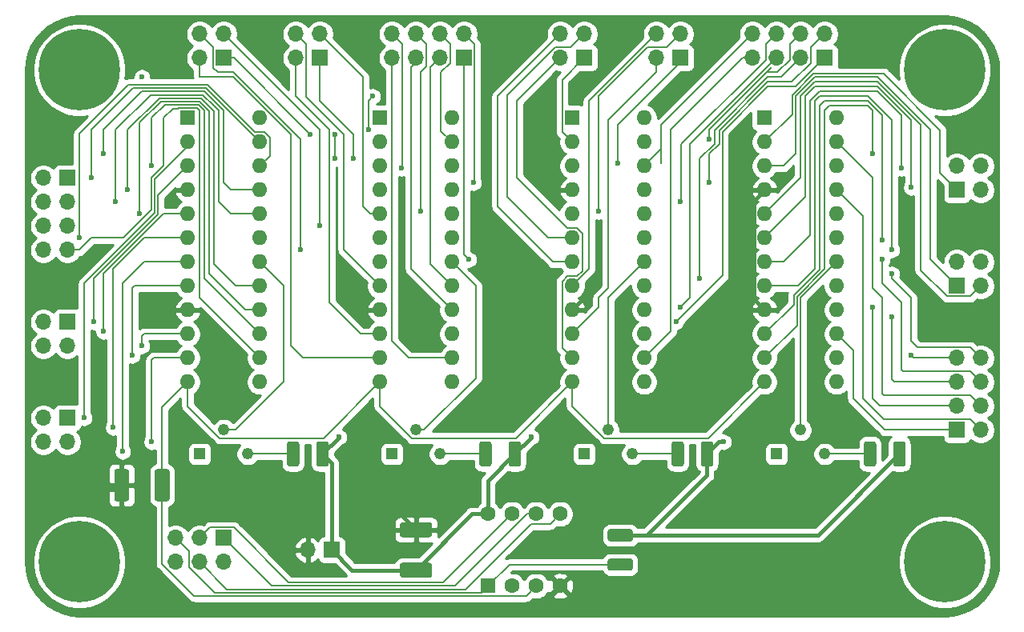
<source format=gbr>
%TF.GenerationSoftware,KiCad,Pcbnew,(5.1.8)-1*%
%TF.CreationDate,2021-01-26T12:47:38-05:00*%
%TF.ProjectId,SSD_Panel,5353445f-5061-46e6-956c-2e6b69636164,rev?*%
%TF.SameCoordinates,Original*%
%TF.FileFunction,Copper,L1,Top*%
%TF.FilePolarity,Positive*%
%FSLAX46Y46*%
G04 Gerber Fmt 4.6, Leading zero omitted, Abs format (unit mm)*
G04 Created by KiCad (PCBNEW (5.1.8)-1) date 2021-01-26 12:47:38*
%MOMM*%
%LPD*%
G01*
G04 APERTURE LIST*
%TA.AperFunction,ComponentPad*%
%ADD10R,1.700000X1.700000*%
%TD*%
%TA.AperFunction,ComponentPad*%
%ADD11O,1.700000X1.700000*%
%TD*%
%TA.AperFunction,ComponentPad*%
%ADD12O,1.600000X1.600000*%
%TD*%
%TA.AperFunction,ComponentPad*%
%ADD13R,1.600000X1.600000*%
%TD*%
%TA.AperFunction,WasherPad*%
%ADD14C,8.600000*%
%TD*%
%TA.AperFunction,WasherPad*%
%ADD15C,0.900000*%
%TD*%
%TA.AperFunction,ComponentPad*%
%ADD16R,1.222000X1.222000*%
%TD*%
%TA.AperFunction,ComponentPad*%
%ADD17C,1.222000*%
%TD*%
%TA.AperFunction,ComponentPad*%
%ADD18C,1.600000*%
%TD*%
%TA.AperFunction,ViaPad*%
%ADD19C,0.600000*%
%TD*%
%TA.AperFunction,Conductor*%
%ADD20C,0.200000*%
%TD*%
%TA.AperFunction,Conductor*%
%ADD21C,0.400000*%
%TD*%
%TA.AperFunction,Conductor*%
%ADD22C,0.254000*%
%TD*%
%TA.AperFunction,Conductor*%
%ADD23C,0.100000*%
%TD*%
G04 APERTURE END LIST*
D10*
%TO.P,J14,1*%
%TO.N,/F1*%
X20320000Y-34925000D03*
D11*
%TO.P,J14,2*%
%TO.N,/E1*%
X17780000Y-34925000D03*
%TO.P,J14,3*%
%TO.N,/G1*%
X20320000Y-37465000D03*
%TO.P,J14,4*%
%TO.N,/D1*%
X17780000Y-37465000D03*
%TO.P,J14,5*%
%TO.N,/B1*%
X20320000Y-40005000D03*
%TO.P,J14,6*%
%TO.N,/C1*%
X17780000Y-40005000D03*
%TO.P,J14,7*%
%TO.N,/A1*%
X20320000Y-42545000D03*
%TO.P,J14,8*%
%TO.N,/DP1*%
X17780000Y-42545000D03*
%TD*%
D12*
%TO.P,U2,24*%
%TO.N,Net-(U2-Pad24)*%
X40640000Y-28575000D03*
%TO.P,U2,12*%
%TO.N,/LOAD*%
X33020000Y-56515000D03*
%TO.P,U2,23*%
%TO.N,/D1*%
X40640000Y-31115000D03*
%TO.P,U2,11*%
%TO.N,/DIG1*%
X33020000Y-53975000D03*
%TO.P,U2,22*%
%TO.N,/DP1*%
X40640000Y-33655000D03*
%TO.P,U2,10*%
%TO.N,/DIG5*%
X33020000Y-51435000D03*
%TO.P,U2,21*%
%TO.N,/E1*%
X40640000Y-36195000D03*
%TO.P,U2,9*%
%TO.N,GND*%
X33020000Y-48895000D03*
%TO.P,U2,20*%
%TO.N,/C1*%
X40640000Y-38735000D03*
%TO.P,U2,8*%
%TO.N,/DIG7*%
X33020000Y-46355000D03*
%TO.P,U2,19*%
%TO.N,+5V*%
X40640000Y-41275000D03*
%TO.P,U2,7*%
%TO.N,/DIG3*%
X33020000Y-43815000D03*
%TO.P,U2,18*%
%TO.N,/ISET1*%
X40640000Y-43815000D03*
%TO.P,U2,6*%
%TO.N,/DIG2*%
X33020000Y-41275000D03*
%TO.P,U2,17*%
%TO.N,/G1*%
X40640000Y-46355000D03*
%TO.P,U2,5*%
%TO.N,/DIG6*%
X33020000Y-38735000D03*
%TO.P,U2,16*%
%TO.N,/B1*%
X40640000Y-48895000D03*
%TO.P,U2,4*%
%TO.N,GND*%
X33020000Y-36195000D03*
%TO.P,U2,15*%
%TO.N,/F1*%
X40640000Y-51435000D03*
%TO.P,U2,3*%
%TO.N,/DIG4*%
X33020000Y-33655000D03*
%TO.P,U2,14*%
%TO.N,/A1*%
X40640000Y-53975000D03*
%TO.P,U2,2*%
%TO.N,/DIG0*%
X33020000Y-31115000D03*
%TO.P,U2,13*%
%TO.N,/CLK*%
X40640000Y-56515000D03*
D13*
%TO.P,U2,1*%
%TO.N,/MISO_DATA*%
X33020000Y-28575000D03*
%TD*%
D10*
%TO.P,J1,1*%
%TO.N,/MISO_DATA*%
X36830000Y-73025000D03*
D11*
%TO.P,J1,2*%
%TO.N,+5V*%
X36830000Y-75565000D03*
%TO.P,J1,3*%
%TO.N,/SCK_SCL*%
X34290000Y-73025000D03*
%TO.P,J1,4*%
%TO.N,/MOSI_SDA*%
X34290000Y-75565000D03*
%TO.P,J1,5*%
%TO.N,/RST*%
X31750000Y-73025000D03*
%TO.P,J1,6*%
%TO.N,GND*%
X31750000Y-75565000D03*
%TD*%
D14*
%TO.P,REF\u002A\u002A,*%
%TO.N,*%
X113030000Y-23495000D03*
D15*
X116255000Y-23495000D03*
X115310419Y-25775419D03*
X113030000Y-26720000D03*
X110749581Y-25775419D03*
X109805000Y-23495000D03*
X110749581Y-21214581D03*
X113030000Y-20270000D03*
X115310419Y-21214581D03*
%TD*%
D14*
%TO.P,REF\u002A\u002A,*%
%TO.N,*%
X113030000Y-75565000D03*
D15*
X116255000Y-75565000D03*
X115310419Y-77845419D03*
X113030000Y-78790000D03*
X110749581Y-77845419D03*
X109805000Y-75565000D03*
X110749581Y-73284581D03*
X113030000Y-72340000D03*
X115310419Y-73284581D03*
%TD*%
D14*
%TO.P,REF\u002A\u002A,*%
%TO.N,*%
X21590000Y-75565000D03*
D15*
X24815000Y-75565000D03*
X23870419Y-77845419D03*
X21590000Y-78790000D03*
X19309581Y-77845419D03*
X18365000Y-75565000D03*
X19309581Y-73284581D03*
X21590000Y-72340000D03*
X23870419Y-73284581D03*
%TD*%
D14*
%TO.P,REF\u002A\u002A,*%
%TO.N,*%
X21590000Y-23495000D03*
D15*
X24815000Y-23495000D03*
X23870419Y-25775419D03*
X21590000Y-26720000D03*
X19309581Y-25775419D03*
X18365000Y-23495000D03*
X19309581Y-21214581D03*
X21590000Y-20270000D03*
X23870419Y-21214581D03*
%TD*%
%TO.P,C1,2*%
%TO.N,GND*%
%TA.AperFunction,SMDPad,CuDef*%
G36*
G01*
X58600001Y-72945000D02*
X55699999Y-72945000D01*
G75*
G02*
X55450000Y-72695001I0J249999D01*
G01*
X55450000Y-71619999D01*
G75*
G02*
X55699999Y-71370000I249999J0D01*
G01*
X58600001Y-71370000D01*
G75*
G02*
X58850000Y-71619999I0J-249999D01*
G01*
X58850000Y-72695001D01*
G75*
G02*
X58600001Y-72945000I-249999J0D01*
G01*
G37*
%TD.AperFunction*%
%TO.P,C1,1*%
%TO.N,+5V*%
%TA.AperFunction,SMDPad,CuDef*%
G36*
G01*
X58600001Y-77220000D02*
X55699999Y-77220000D01*
G75*
G02*
X55450000Y-76970001I0J249999D01*
G01*
X55450000Y-75894999D01*
G75*
G02*
X55699999Y-75645000I249999J0D01*
G01*
X58600001Y-75645000D01*
G75*
G02*
X58850000Y-75894999I0J-249999D01*
G01*
X58850000Y-76970001D01*
G75*
G02*
X58600001Y-77220000I-249999J0D01*
G01*
G37*
%TD.AperFunction*%
%TD*%
%TO.P,C2,1*%
%TO.N,/LOAD*%
%TA.AperFunction,SMDPad,CuDef*%
G36*
G01*
X31119000Y-65986999D02*
X31119000Y-68887001D01*
G75*
G02*
X30869001Y-69137000I-249999J0D01*
G01*
X29793999Y-69137000D01*
G75*
G02*
X29544000Y-68887001I0J249999D01*
G01*
X29544000Y-65986999D01*
G75*
G02*
X29793999Y-65737000I249999J0D01*
G01*
X30869001Y-65737000D01*
G75*
G02*
X31119000Y-65986999I0J-249999D01*
G01*
G37*
%TD.AperFunction*%
%TO.P,C2,2*%
%TO.N,GND*%
%TA.AperFunction,SMDPad,CuDef*%
G36*
G01*
X26844000Y-65986999D02*
X26844000Y-68887001D01*
G75*
G02*
X26594001Y-69137000I-249999J0D01*
G01*
X25518999Y-69137000D01*
G75*
G02*
X25269000Y-68887001I0J249999D01*
G01*
X25269000Y-65986999D01*
G75*
G02*
X25518999Y-65737000I249999J0D01*
G01*
X26594001Y-65737000D01*
G75*
G02*
X26844000Y-65986999I0J-249999D01*
G01*
G37*
%TD.AperFunction*%
%TD*%
D10*
%TO.P,J2,1*%
%TO.N,+5V*%
X48260000Y-74295000D03*
D11*
%TO.P,J2,2*%
%TO.N,GND*%
X45720000Y-74295000D03*
%TD*%
%TO.P,R5,1*%
%TO.N,/RST*%
%TA.AperFunction,SMDPad,CuDef*%
G36*
G01*
X79815000Y-76495000D02*
X77665000Y-76495000D01*
G75*
G02*
X77415000Y-76245000I0J250000D01*
G01*
X77415000Y-75445000D01*
G75*
G02*
X77665000Y-75195000I250000J0D01*
G01*
X79815000Y-75195000D01*
G75*
G02*
X80065000Y-75445000I0J-250000D01*
G01*
X80065000Y-76245000D01*
G75*
G02*
X79815000Y-76495000I-250000J0D01*
G01*
G37*
%TD.AperFunction*%
%TO.P,R5,2*%
%TO.N,+5V*%
%TA.AperFunction,SMDPad,CuDef*%
G36*
G01*
X79815000Y-73395000D02*
X77665000Y-73395000D01*
G75*
G02*
X77415000Y-73145000I0J250000D01*
G01*
X77415000Y-72345000D01*
G75*
G02*
X77665000Y-72095000I250000J0D01*
G01*
X79815000Y-72095000D01*
G75*
G02*
X80065000Y-72345000I0J-250000D01*
G01*
X80065000Y-73145000D01*
G75*
G02*
X79815000Y-73395000I-250000J0D01*
G01*
G37*
%TD.AperFunction*%
%TD*%
%TO.P,R1,1*%
%TO.N,Net-(R1-Pad1)*%
%TA.AperFunction,SMDPad,CuDef*%
G36*
G01*
X43520000Y-65210000D02*
X43520000Y-63060000D01*
G75*
G02*
X43770000Y-62810000I250000J0D01*
G01*
X44570000Y-62810000D01*
G75*
G02*
X44820000Y-63060000I0J-250000D01*
G01*
X44820000Y-65210000D01*
G75*
G02*
X44570000Y-65460000I-250000J0D01*
G01*
X43770000Y-65460000D01*
G75*
G02*
X43520000Y-65210000I0J250000D01*
G01*
G37*
%TD.AperFunction*%
%TO.P,R1,2*%
%TO.N,+5V*%
%TA.AperFunction,SMDPad,CuDef*%
G36*
G01*
X46620000Y-65210000D02*
X46620000Y-63060000D01*
G75*
G02*
X46870000Y-62810000I250000J0D01*
G01*
X47670000Y-62810000D01*
G75*
G02*
X47920000Y-63060000I0J-250000D01*
G01*
X47920000Y-65210000D01*
G75*
G02*
X47670000Y-65460000I-250000J0D01*
G01*
X46870000Y-65460000D01*
G75*
G02*
X46620000Y-65210000I0J250000D01*
G01*
G37*
%TD.AperFunction*%
%TD*%
%TO.P,R3,2*%
%TO.N,+5V*%
%TA.AperFunction,SMDPad,CuDef*%
G36*
G01*
X66940000Y-65210000D02*
X66940000Y-63060000D01*
G75*
G02*
X67190000Y-62810000I250000J0D01*
G01*
X67990000Y-62810000D01*
G75*
G02*
X68240000Y-63060000I0J-250000D01*
G01*
X68240000Y-65210000D01*
G75*
G02*
X67990000Y-65460000I-250000J0D01*
G01*
X67190000Y-65460000D01*
G75*
G02*
X66940000Y-65210000I0J250000D01*
G01*
G37*
%TD.AperFunction*%
%TO.P,R3,1*%
%TO.N,Net-(R3-Pad1)*%
%TA.AperFunction,SMDPad,CuDef*%
G36*
G01*
X63840000Y-65210000D02*
X63840000Y-63060000D01*
G75*
G02*
X64090000Y-62810000I250000J0D01*
G01*
X64890000Y-62810000D01*
G75*
G02*
X65140000Y-63060000I0J-250000D01*
G01*
X65140000Y-65210000D01*
G75*
G02*
X64890000Y-65460000I-250000J0D01*
G01*
X64090000Y-65460000D01*
G75*
G02*
X63840000Y-65210000I0J250000D01*
G01*
G37*
%TD.AperFunction*%
%TD*%
%TO.P,R2,1*%
%TO.N,Net-(R2-Pad1)*%
%TA.AperFunction,SMDPad,CuDef*%
G36*
G01*
X84160000Y-65210000D02*
X84160000Y-63060000D01*
G75*
G02*
X84410000Y-62810000I250000J0D01*
G01*
X85210000Y-62810000D01*
G75*
G02*
X85460000Y-63060000I0J-250000D01*
G01*
X85460000Y-65210000D01*
G75*
G02*
X85210000Y-65460000I-250000J0D01*
G01*
X84410000Y-65460000D01*
G75*
G02*
X84160000Y-65210000I0J250000D01*
G01*
G37*
%TD.AperFunction*%
%TO.P,R2,2*%
%TO.N,+5V*%
%TA.AperFunction,SMDPad,CuDef*%
G36*
G01*
X87260000Y-65210000D02*
X87260000Y-63060000D01*
G75*
G02*
X87510000Y-62810000I250000J0D01*
G01*
X88310000Y-62810000D01*
G75*
G02*
X88560000Y-63060000I0J-250000D01*
G01*
X88560000Y-65210000D01*
G75*
G02*
X88310000Y-65460000I-250000J0D01*
G01*
X87510000Y-65460000D01*
G75*
G02*
X87260000Y-65210000I0J250000D01*
G01*
G37*
%TD.AperFunction*%
%TD*%
%TO.P,R4,2*%
%TO.N,+5V*%
%TA.AperFunction,SMDPad,CuDef*%
G36*
G01*
X107580000Y-65210000D02*
X107580000Y-63060000D01*
G75*
G02*
X107830000Y-62810000I250000J0D01*
G01*
X108630000Y-62810000D01*
G75*
G02*
X108880000Y-63060000I0J-250000D01*
G01*
X108880000Y-65210000D01*
G75*
G02*
X108630000Y-65460000I-250000J0D01*
G01*
X107830000Y-65460000D01*
G75*
G02*
X107580000Y-65210000I0J250000D01*
G01*
G37*
%TD.AperFunction*%
%TO.P,R4,1*%
%TO.N,Net-(R4-Pad1)*%
%TA.AperFunction,SMDPad,CuDef*%
G36*
G01*
X104480000Y-65210000D02*
X104480000Y-63060000D01*
G75*
G02*
X104730000Y-62810000I250000J0D01*
G01*
X105530000Y-62810000D01*
G75*
G02*
X105780000Y-63060000I0J-250000D01*
G01*
X105780000Y-65210000D01*
G75*
G02*
X105530000Y-65460000I-250000J0D01*
G01*
X104730000Y-65460000D01*
G75*
G02*
X104480000Y-65210000I0J250000D01*
G01*
G37*
%TD.AperFunction*%
%TD*%
D16*
%TO.P,RV1,1*%
%TO.N,N/C*%
X34290000Y-64135000D03*
D17*
%TO.P,RV1,2*%
%TO.N,/ISET1*%
X36830000Y-61595000D03*
%TO.P,RV1,3*%
%TO.N,Net-(R1-Pad1)*%
X39370000Y-64135000D03*
%TD*%
%TO.P,RV3,3*%
%TO.N,Net-(R3-Pad1)*%
X59690000Y-64135000D03*
%TO.P,RV3,2*%
%TO.N,/ISET2*%
X57150000Y-61595000D03*
D16*
%TO.P,RV3,1*%
%TO.N,N/C*%
X54610000Y-64135000D03*
%TD*%
%TO.P,RV2,1*%
%TO.N,N/C*%
X74930000Y-64135000D03*
D17*
%TO.P,RV2,2*%
%TO.N,/ISET3*%
X77470000Y-61595000D03*
%TO.P,RV2,3*%
%TO.N,Net-(R2-Pad1)*%
X80010000Y-64135000D03*
%TD*%
%TO.P,RV4,3*%
%TO.N,Net-(R4-Pad1)*%
X100330000Y-64135000D03*
%TO.P,RV4,2*%
%TO.N,/ISET4*%
X97790000Y-61595000D03*
D16*
%TO.P,RV4,1*%
%TO.N,N/C*%
X95250000Y-64135000D03*
%TD*%
D13*
%TO.P,U1,1*%
%TO.N,/RST*%
X64770000Y-78105000D03*
D18*
%TO.P,U1,2*%
%TO.N,/CLK*%
X67310000Y-78105000D03*
%TO.P,U1,3*%
%TO.N,/LOAD*%
X69850000Y-78105000D03*
%TO.P,U1,4*%
%TO.N,GND*%
X72390000Y-78105000D03*
%TO.P,U1,5*%
%TO.N,/MOSI_SDA*%
X72390000Y-70485000D03*
%TO.P,U1,6*%
%TO.N,/MISO_DATA*%
X69850000Y-70485000D03*
%TO.P,U1,7*%
%TO.N,/SCK_SCL*%
X67310000Y-70485000D03*
%TO.P,U1,8*%
%TO.N,+5V*%
X64770000Y-70485000D03*
%TD*%
D13*
%TO.P,U3,1*%
%TO.N,Net-(U2-Pad24)*%
X53340000Y-28575000D03*
D12*
%TO.P,U3,13*%
%TO.N,/CLK*%
X60960000Y-56515000D03*
%TO.P,U3,2*%
%TO.N,/DIG8*%
X53340000Y-31115000D03*
%TO.P,U3,14*%
%TO.N,/A2*%
X60960000Y-53975000D03*
%TO.P,U3,3*%
%TO.N,/DIG12*%
X53340000Y-33655000D03*
%TO.P,U3,15*%
%TO.N,/F2*%
X60960000Y-51435000D03*
%TO.P,U3,4*%
%TO.N,GND*%
X53340000Y-36195000D03*
%TO.P,U3,16*%
%TO.N,/B2*%
X60960000Y-48895000D03*
%TO.P,U3,5*%
%TO.N,/DIG14*%
X53340000Y-38735000D03*
%TO.P,U3,17*%
%TO.N,/G2*%
X60960000Y-46355000D03*
%TO.P,U3,6*%
%TO.N,/DIG10*%
X53340000Y-41275000D03*
%TO.P,U3,18*%
%TO.N,/ISET2*%
X60960000Y-43815000D03*
%TO.P,U3,7*%
%TO.N,/DIG11*%
X53340000Y-43815000D03*
%TO.P,U3,19*%
%TO.N,+5V*%
X60960000Y-41275000D03*
%TO.P,U3,8*%
%TO.N,/DIG15*%
X53340000Y-46355000D03*
%TO.P,U3,20*%
%TO.N,/C2*%
X60960000Y-38735000D03*
%TO.P,U3,9*%
%TO.N,GND*%
X53340000Y-48895000D03*
%TO.P,U3,21*%
%TO.N,/E2*%
X60960000Y-36195000D03*
%TO.P,U3,10*%
%TO.N,/DIG13*%
X53340000Y-51435000D03*
%TO.P,U3,22*%
%TO.N,/DP2*%
X60960000Y-33655000D03*
%TO.P,U3,11*%
%TO.N,/DIG9*%
X53340000Y-53975000D03*
%TO.P,U3,23*%
%TO.N,/D2*%
X60960000Y-31115000D03*
%TO.P,U3,12*%
%TO.N,/LOAD*%
X53340000Y-56515000D03*
%TO.P,U3,24*%
%TO.N,Net-(U3-Pad24)*%
X60960000Y-28575000D03*
%TD*%
D13*
%TO.P,U4,1*%
%TO.N,Net-(U3-Pad24)*%
X73660000Y-28575000D03*
D12*
%TO.P,U4,13*%
%TO.N,/CLK*%
X81280000Y-56515000D03*
%TO.P,U4,2*%
%TO.N,/DIG16*%
X73660000Y-31115000D03*
%TO.P,U4,14*%
%TO.N,/A3*%
X81280000Y-53975000D03*
%TO.P,U4,3*%
%TO.N,/DIG20*%
X73660000Y-33655000D03*
%TO.P,U4,15*%
%TO.N,/F3*%
X81280000Y-51435000D03*
%TO.P,U4,4*%
%TO.N,GND*%
X73660000Y-36195000D03*
%TO.P,U4,16*%
%TO.N,/B3*%
X81280000Y-48895000D03*
%TO.P,U4,5*%
%TO.N,/DIG22*%
X73660000Y-38735000D03*
%TO.P,U4,17*%
%TO.N,/G3*%
X81280000Y-46355000D03*
%TO.P,U4,6*%
%TO.N,/DIG18*%
X73660000Y-41275000D03*
%TO.P,U4,18*%
%TO.N,/ISET3*%
X81280000Y-43815000D03*
%TO.P,U4,7*%
%TO.N,/DIG19*%
X73660000Y-43815000D03*
%TO.P,U4,19*%
%TO.N,+5V*%
X81280000Y-41275000D03*
%TO.P,U4,8*%
%TO.N,/DIG23*%
X73660000Y-46355000D03*
%TO.P,U4,20*%
%TO.N,/C3*%
X81280000Y-38735000D03*
%TO.P,U4,9*%
%TO.N,GND*%
X73660000Y-48895000D03*
%TO.P,U4,21*%
%TO.N,/E3*%
X81280000Y-36195000D03*
%TO.P,U4,10*%
%TO.N,/DIG21*%
X73660000Y-51435000D03*
%TO.P,U4,22*%
%TO.N,/DP3*%
X81280000Y-33655000D03*
%TO.P,U4,11*%
%TO.N,/DIG17*%
X73660000Y-53975000D03*
%TO.P,U4,23*%
%TO.N,/D3*%
X81280000Y-31115000D03*
%TO.P,U4,12*%
%TO.N,/LOAD*%
X73660000Y-56515000D03*
%TO.P,U4,24*%
%TO.N,Net-(U4-Pad24)*%
X81280000Y-28575000D03*
%TD*%
%TO.P,U5,24*%
%TO.N,N/C*%
X101600000Y-28575000D03*
%TO.P,U5,12*%
%TO.N,/LOAD*%
X93980000Y-56515000D03*
%TO.P,U5,23*%
%TO.N,/D4*%
X101600000Y-31115000D03*
%TO.P,U5,11*%
%TO.N,/DIG25*%
X93980000Y-53975000D03*
%TO.P,U5,22*%
%TO.N,/DP4*%
X101600000Y-33655000D03*
%TO.P,U5,10*%
%TO.N,/DIG29*%
X93980000Y-51435000D03*
%TO.P,U5,21*%
%TO.N,/E4*%
X101600000Y-36195000D03*
%TO.P,U5,9*%
%TO.N,GND*%
X93980000Y-48895000D03*
%TO.P,U5,20*%
%TO.N,/C4*%
X101600000Y-38735000D03*
%TO.P,U5,8*%
%TO.N,/DIG31*%
X93980000Y-46355000D03*
%TO.P,U5,19*%
%TO.N,+5V*%
X101600000Y-41275000D03*
%TO.P,U5,7*%
%TO.N,/DIG27*%
X93980000Y-43815000D03*
%TO.P,U5,18*%
%TO.N,/ISET4*%
X101600000Y-43815000D03*
%TO.P,U5,6*%
%TO.N,/DIG26*%
X93980000Y-41275000D03*
%TO.P,U5,17*%
%TO.N,/G4*%
X101600000Y-46355000D03*
%TO.P,U5,5*%
%TO.N,/DIG30*%
X93980000Y-38735000D03*
%TO.P,U5,16*%
%TO.N,/B4*%
X101600000Y-48895000D03*
%TO.P,U5,4*%
%TO.N,GND*%
X93980000Y-36195000D03*
%TO.P,U5,15*%
%TO.N,/F4*%
X101600000Y-51435000D03*
%TO.P,U5,3*%
%TO.N,/DIG28*%
X93980000Y-33655000D03*
%TO.P,U5,14*%
%TO.N,/A4*%
X101600000Y-53975000D03*
%TO.P,U5,2*%
%TO.N,/DIG24*%
X93980000Y-31115000D03*
%TO.P,U5,13*%
%TO.N,/CLK*%
X101600000Y-56515000D03*
D13*
%TO.P,U5,1*%
%TO.N,Net-(U4-Pad24)*%
X93980000Y-28575000D03*
%TD*%
D11*
%TO.P,J3,4*%
%TO.N,/DIG19*%
X72390000Y-19685000D03*
%TO.P,J3,3*%
%TO.N,/DIG17*%
X72390000Y-22225000D03*
%TO.P,J3,2*%
%TO.N,/DIG18*%
X74930000Y-19685000D03*
D10*
%TO.P,J3,1*%
%TO.N,/DIG16*%
X74930000Y-22225000D03*
%TD*%
D11*
%TO.P,J4,4*%
%TO.N,/DIG27*%
X116840000Y-33655000D03*
%TO.P,J4,3*%
%TO.N,/DIG25*%
X114300000Y-33655000D03*
%TO.P,J4,2*%
%TO.N,/DIG26*%
X116840000Y-36195000D03*
D10*
%TO.P,J4,1*%
%TO.N,/DIG24*%
X114300000Y-36195000D03*
%TD*%
%TO.P,J5,1*%
%TO.N,/DIG8*%
X36830000Y-22225000D03*
D11*
%TO.P,J5,2*%
%TO.N,/DIG10*%
X36830000Y-19685000D03*
%TO.P,J5,3*%
%TO.N,/DIG9*%
X34290000Y-22225000D03*
%TO.P,J5,4*%
%TO.N,/DIG11*%
X34290000Y-19685000D03*
%TD*%
%TO.P,J6,4*%
%TO.N,/DIG3*%
X17780000Y-62865000D03*
%TO.P,J6,3*%
%TO.N,/DIG1*%
X20320000Y-62865000D03*
%TO.P,J6,2*%
%TO.N,/DIG2*%
X17780000Y-60325000D03*
D10*
%TO.P,J6,1*%
%TO.N,/DIG0*%
X20320000Y-60325000D03*
%TD*%
%TO.P,J7,1*%
%TO.N,/DIG20*%
X85090000Y-22225000D03*
D11*
%TO.P,J7,2*%
%TO.N,/DIG22*%
X85090000Y-19685000D03*
%TO.P,J7,3*%
%TO.N,/DIG21*%
X82550000Y-22225000D03*
%TO.P,J7,4*%
%TO.N,/DIG23*%
X82550000Y-19685000D03*
%TD*%
%TO.P,J8,4*%
%TO.N,/DIG31*%
X116840000Y-43815000D03*
%TO.P,J8,3*%
%TO.N,/DIG29*%
X114300000Y-43815000D03*
%TO.P,J8,2*%
%TO.N,/DIG30*%
X116840000Y-46355000D03*
D10*
%TO.P,J8,1*%
%TO.N,/DIG28*%
X114300000Y-46355000D03*
%TD*%
%TO.P,J9,1*%
%TO.N,/DIG12*%
X46990000Y-22225000D03*
D11*
%TO.P,J9,2*%
%TO.N,/DIG14*%
X46990000Y-19685000D03*
%TO.P,J9,3*%
%TO.N,/DIG13*%
X44450000Y-22225000D03*
%TO.P,J9,4*%
%TO.N,/DIG15*%
X44450000Y-19685000D03*
%TD*%
D10*
%TO.P,J10,1*%
%TO.N,/DIG4*%
X20320000Y-50165000D03*
D11*
%TO.P,J10,2*%
%TO.N,/DIG6*%
X17780000Y-50165000D03*
%TO.P,J10,3*%
%TO.N,/DIG5*%
X20320000Y-52705000D03*
%TO.P,J10,4*%
%TO.N,/DIG7*%
X17780000Y-52705000D03*
%TD*%
D10*
%TO.P,J11,1*%
%TO.N,/F3*%
X100330000Y-22225000D03*
D11*
%TO.P,J11,2*%
%TO.N,/E3*%
X100330000Y-19685000D03*
%TO.P,J11,3*%
%TO.N,/G3*%
X97790000Y-22225000D03*
%TO.P,J11,4*%
%TO.N,/D3*%
X97790000Y-19685000D03*
%TO.P,J11,5*%
%TO.N,/B3*%
X95250000Y-22225000D03*
%TO.P,J11,6*%
%TO.N,/C3*%
X95250000Y-19685000D03*
%TO.P,J11,7*%
%TO.N,/A3*%
X92710000Y-22225000D03*
%TO.P,J11,8*%
%TO.N,/DP3*%
X92710000Y-19685000D03*
%TD*%
%TO.P,J12,8*%
%TO.N,/DP4*%
X116840000Y-53975000D03*
%TO.P,J12,7*%
%TO.N,/A4*%
X114300000Y-53975000D03*
%TO.P,J12,6*%
%TO.N,/C4*%
X116840000Y-56515000D03*
%TO.P,J12,5*%
%TO.N,/B4*%
X114300000Y-56515000D03*
%TO.P,J12,4*%
%TO.N,/D4*%
X116840000Y-59055000D03*
%TO.P,J12,3*%
%TO.N,/G4*%
X114300000Y-59055000D03*
%TO.P,J12,2*%
%TO.N,/E4*%
X116840000Y-61595000D03*
D10*
%TO.P,J12,1*%
%TO.N,/F4*%
X114300000Y-61595000D03*
%TD*%
D11*
%TO.P,J13,8*%
%TO.N,/DP2*%
X54610000Y-19685000D03*
%TO.P,J13,7*%
%TO.N,/A2*%
X54610000Y-22225000D03*
%TO.P,J13,6*%
%TO.N,/C2*%
X57150000Y-19685000D03*
%TO.P,J13,5*%
%TO.N,/B2*%
X57150000Y-22225000D03*
%TO.P,J13,4*%
%TO.N,/D2*%
X59690000Y-19685000D03*
%TO.P,J13,3*%
%TO.N,/G2*%
X59690000Y-22225000D03*
%TO.P,J13,2*%
%TO.N,/E2*%
X62230000Y-19685000D03*
D10*
%TO.P,J13,1*%
%TO.N,/F2*%
X62230000Y-22225000D03*
%TD*%
D19*
%TO.N,*%
X52112000Y-29845000D03*
X48556000Y-30353000D03*
X52578000Y-26289000D03*
X48556000Y-32893000D03*
X28194000Y-24257000D03*
%TO.N,GND*%
X55626000Y-69977000D03*
X53086000Y-80137000D03*
X50546000Y-61849000D03*
X71374000Y-61849000D03*
X74422000Y-74549000D03*
X91186000Y-61849000D03*
X85090000Y-71501000D03*
X74422000Y-69977000D03*
X24130000Y-67945000D03*
X55626000Y-45085000D03*
X55626000Y-48641000D03*
X76454000Y-41529000D03*
%TO.N,+5V*%
X49022000Y-62357000D03*
X69342000Y-62357000D03*
X89662000Y-62865000D03*
%TO.N,/E1*%
X24130000Y-32385000D03*
%TO.N,/D1*%
X22860000Y-34925000D03*
%TO.N,/C1*%
X25400000Y-37465000D03*
%TO.N,/DP1*%
X21590000Y-41275000D03*
%TO.N,/B1*%
X27940000Y-38735000D03*
%TO.N,/G1*%
X26670000Y-36195000D03*
%TO.N,/F1*%
X29210000Y-33655000D03*
%TO.N,/DIG3*%
X26162000Y-63881000D03*
%TO.N,/DIG2*%
X25146000Y-61341000D03*
%TO.N,/DIG1*%
X29210000Y-62865000D03*
%TO.N,/DIG0*%
X22098000Y-60325000D03*
%TO.N,/DIG4*%
X23114000Y-50165000D03*
%TO.N,/DIG5*%
X28194000Y-52705000D03*
%TO.N,/DIG6*%
X24130000Y-51181000D03*
%TO.N,/DIG7*%
X27178000Y-53721000D03*
%TO.N,/E2*%
X63246000Y-35433000D03*
%TO.N,/C2*%
X57658000Y-38481000D03*
%TO.N,/DP2*%
X55626000Y-33909000D03*
%TO.N,/F2*%
X62738000Y-43561000D03*
%TO.N,/DIG11*%
X44958000Y-42545000D03*
%TO.N,/DIG10*%
X46990000Y-40005000D03*
%TO.N,/DIG8*%
X45974000Y-30353000D03*
%TO.N,/DIG12*%
X50546000Y-32893000D03*
%TO.N,/E3*%
X88138000Y-35433000D03*
%TO.N,/D3*%
X88138000Y-30861000D03*
%TO.N,/C3*%
X85090000Y-37465000D03*
%TO.N,/B3*%
X85090000Y-48641000D03*
%TO.N,/G3*%
X87122000Y-45593000D03*
%TO.N,/F3*%
X84624000Y-50165000D03*
%TO.N,/DIG20*%
X78486000Y-33401000D03*
%TO.N,/DIG22*%
X76454000Y-38481000D03*
%TO.N,/C4*%
X106426000Y-43561000D03*
%TO.N,/DP4*%
X107442000Y-45085000D03*
%TO.N,/B4*%
X107442000Y-49657000D03*
%TO.N,/A4*%
X109474000Y-53721000D03*
%TO.N,/G4*%
X105410000Y-48641000D03*
%TO.N,/DIG27*%
X108458000Y-33909000D03*
%TO.N,/DIG26*%
X109474000Y-35941000D03*
%TO.N,/DIG25*%
X105410000Y-32385000D03*
%TO.N,/DIG29*%
X106426000Y-41529000D03*
%TO.N,/DIG31*%
X107442000Y-42545000D03*
%TD*%
D20*
%TO.N,*%
X52070000Y-29845000D02*
X52112000Y-29845000D01*
X52112000Y-26755000D02*
X52578000Y-26289000D01*
X52112000Y-29845000D02*
X52112000Y-26755000D01*
X48556000Y-30353000D02*
X48556000Y-32893000D01*
D21*
%TO.N,GND*%
X55626000Y-70633500D02*
X57150000Y-72157500D01*
X55626000Y-69977000D02*
X55626000Y-70633500D01*
X70358000Y-80137000D02*
X53086000Y-80137000D01*
X72390000Y-78105000D02*
X70358000Y-80137000D01*
X50546000Y-64897000D02*
X55626000Y-69977000D01*
X50546000Y-61849000D02*
X50546000Y-64897000D01*
X71374000Y-61849000D02*
X71374000Y-66929000D01*
X74422000Y-69977000D02*
X74422000Y-74549000D01*
X71374000Y-66929000D02*
X74422000Y-69977000D01*
X91186000Y-65405000D02*
X85090000Y-71501000D01*
X91186000Y-61849000D02*
X91186000Y-65405000D01*
X25548500Y-67945000D02*
X26056500Y-67437000D01*
X24130000Y-67945000D02*
X25548500Y-67945000D01*
X55626000Y-45085000D02*
X55626000Y-48641000D01*
X76454000Y-46101000D02*
X73660000Y-48895000D01*
X76454000Y-41529000D02*
X76454000Y-46101000D01*
X92829999Y-47744999D02*
X93980000Y-48895000D01*
X92829999Y-37345001D02*
X92829999Y-47744999D01*
X93980000Y-36195000D02*
X92829999Y-37345001D01*
%TO.N,+5V*%
X48260000Y-65125000D02*
X47270000Y-64135000D01*
X48260000Y-74295000D02*
X48260000Y-65125000D01*
X50397500Y-76432500D02*
X48260000Y-74295000D01*
X57150000Y-76432500D02*
X50397500Y-76432500D01*
X63097500Y-70485000D02*
X64770000Y-70485000D01*
X57150000Y-76432500D02*
X63097500Y-70485000D01*
X64770000Y-66955000D02*
X67590000Y-64135000D01*
X64770000Y-70485000D02*
X64770000Y-66955000D01*
X78740000Y-72745000D02*
X81560000Y-72745000D01*
X87910000Y-66395000D02*
X87910000Y-64135000D01*
X81560000Y-72745000D02*
X87910000Y-66395000D01*
X99620000Y-72745000D02*
X81560000Y-72745000D01*
X108230000Y-64135000D02*
X99620000Y-72745000D01*
X49022000Y-62383000D02*
X47270000Y-64135000D01*
X49022000Y-62357000D02*
X49022000Y-62383000D01*
X69342000Y-62383000D02*
X67590000Y-64135000D01*
X69342000Y-62357000D02*
X69342000Y-62383000D01*
X89180000Y-62865000D02*
X87910000Y-64135000D01*
X89662000Y-62865000D02*
X89180000Y-62865000D01*
D20*
%TO.N,/LOAD*%
X47398999Y-62456001D02*
X53340000Y-56515000D01*
X36416719Y-62456001D02*
X47398999Y-62456001D01*
X33020000Y-59059282D02*
X36416719Y-62456001D01*
X33020000Y-56515000D02*
X33020000Y-59059282D01*
X67718999Y-62456001D02*
X73660000Y-56515000D01*
X53340000Y-59059282D02*
X56736719Y-62456001D01*
X56736719Y-62456001D02*
X67718999Y-62456001D01*
X53340000Y-56515000D02*
X53340000Y-59059282D01*
X88038999Y-62456001D02*
X93980000Y-56515000D01*
X77056719Y-62456001D02*
X88038999Y-62456001D01*
X73660000Y-59059282D02*
X77056719Y-62456001D01*
X73660000Y-56515000D02*
X73660000Y-59059282D01*
X30331500Y-59203500D02*
X33020000Y-56515000D01*
X30331500Y-67437000D02*
X30331500Y-59203500D01*
X68799970Y-79155030D02*
X69850000Y-78105000D01*
X33712028Y-79155030D02*
X68799970Y-79155030D01*
X30331500Y-75774502D02*
X33712028Y-79155030D01*
X30331500Y-67437000D02*
X30331500Y-75774502D01*
%TO.N,/E1*%
X24130000Y-29845000D02*
X24130000Y-32385000D01*
X34791949Y-25774949D02*
X28200051Y-25774949D01*
X28200051Y-25774949D02*
X24130000Y-29845000D01*
X36830000Y-27813000D02*
X34791949Y-25774949D01*
X36830000Y-35433000D02*
X36830000Y-27813000D01*
X37592000Y-36195000D02*
X36830000Y-35433000D01*
X40640000Y-36195000D02*
X37592000Y-36195000D01*
%TO.N,/D1*%
X22860000Y-29845000D02*
X22860000Y-34925000D01*
X27280061Y-25424939D02*
X22860000Y-29845000D01*
X40640000Y-31115000D02*
X34949939Y-25424939D01*
X34949939Y-25424939D02*
X27280061Y-25424939D01*
%TO.N,/C1*%
X25400000Y-29845000D02*
X25400000Y-37465000D01*
X34599913Y-26124959D02*
X29120041Y-26124959D01*
X35814000Y-27305000D02*
X35779954Y-27305000D01*
X36322000Y-27813000D02*
X35814000Y-27305000D01*
X35779954Y-27305000D02*
X34599913Y-26124959D01*
X36322000Y-37465000D02*
X36322000Y-27813000D01*
X29120041Y-26124959D02*
X25400000Y-29845000D01*
X37592000Y-38735000D02*
X36322000Y-37465000D01*
X40640000Y-38735000D02*
X37592000Y-38735000D01*
%TO.N,/DP1*%
X26744073Y-25074929D02*
X21590000Y-30229002D01*
X21590000Y-30229002D02*
X21590000Y-41275000D01*
X35094917Y-25074929D02*
X26744073Y-25074929D01*
X37324988Y-27305000D02*
X35094917Y-25074929D01*
X40097999Y-30064999D02*
X37338000Y-27305000D01*
X37338000Y-27305000D02*
X37324988Y-27305000D01*
X41144001Y-30064999D02*
X40097999Y-30064999D01*
X41690001Y-32604999D02*
X41690001Y-30610999D01*
X40640000Y-33655000D02*
X41690001Y-32604999D01*
X41690001Y-30610999D02*
X41144001Y-30064999D01*
%TO.N,/B1*%
X40640000Y-48895000D02*
X39116000Y-48895000D01*
X35306000Y-42037000D02*
X35306000Y-34417000D01*
X39116000Y-48895000D02*
X35306000Y-45085000D01*
X35306000Y-45085000D02*
X35306000Y-44577000D01*
X35306000Y-44577000D02*
X35306000Y-42037000D01*
X35306000Y-34417000D02*
X35306000Y-29845000D01*
X35306000Y-29845000D02*
X35306000Y-27821022D01*
X35306000Y-27821022D02*
X34309957Y-26824979D01*
X34309957Y-26824979D02*
X31722021Y-26824979D01*
X31722021Y-26824979D02*
X30185009Y-26824979D01*
X30185009Y-26824979D02*
X27940000Y-29069988D01*
X27940000Y-29069988D02*
X27940000Y-38735000D01*
%TO.N,/A1*%
X34290000Y-47625000D02*
X40640000Y-53975000D01*
X32019999Y-27524999D02*
X34020001Y-27524999D01*
X34290000Y-27794998D02*
X34290000Y-47625000D01*
X34020001Y-27524999D02*
X34290000Y-27794998D01*
X31969999Y-27574999D02*
X31480001Y-27574999D01*
X32019999Y-27524999D02*
X31969999Y-27574999D01*
X31480001Y-27574999D02*
X30480000Y-28575000D01*
X30480000Y-28575000D02*
X30480000Y-33655000D01*
X30480000Y-33655000D02*
X29210000Y-34925000D01*
X29210000Y-38279002D02*
X26214002Y-41275000D01*
X29210000Y-34925000D02*
X29210000Y-38279002D01*
X26214002Y-41275000D02*
X22860000Y-41275000D01*
X21590000Y-42545000D02*
X20320000Y-42545000D01*
X22860000Y-41275000D02*
X21590000Y-42545000D01*
%TO.N,/G1*%
X20574000Y-37465000D02*
X20320000Y-37465000D01*
X40640000Y-46355000D02*
X38100000Y-46355000D01*
X38100000Y-46355000D02*
X35814000Y-44069000D01*
X35814000Y-44069000D02*
X35814000Y-27834034D01*
X35814000Y-27834034D02*
X34454935Y-26474969D01*
X34454935Y-26474969D02*
X31564031Y-26474969D01*
X31564031Y-26474969D02*
X30040031Y-26474969D01*
X26670000Y-29845000D02*
X26670000Y-36195000D01*
X30040031Y-26474969D02*
X26670000Y-29845000D01*
%TO.N,/F1*%
X31880011Y-27174989D02*
X31875021Y-27174989D01*
X34164979Y-27174989D02*
X31880011Y-27174989D01*
X40640000Y-51435000D02*
X34798000Y-45593000D01*
X34798000Y-45593000D02*
X34798000Y-44577000D01*
X34798000Y-44577000D02*
X34798000Y-42037000D01*
X34798000Y-42037000D02*
X34798000Y-34417000D01*
X34798000Y-34417000D02*
X34798000Y-29845000D01*
X34798000Y-29845000D02*
X34798000Y-27808010D01*
X34798000Y-27808010D02*
X34164979Y-27174989D01*
X31880011Y-27174989D02*
X30610011Y-27174989D01*
X29210000Y-28575000D02*
X29210000Y-33655000D01*
X30610011Y-27174989D02*
X29210000Y-28575000D01*
%TO.N,/DIG3*%
X33020000Y-43815000D02*
X28448000Y-43815000D01*
X28448000Y-43815000D02*
X26162000Y-46101000D01*
X26162000Y-46101000D02*
X26162000Y-63881000D01*
%TO.N,/DIG2*%
X33020000Y-41275000D02*
X28448000Y-41275000D01*
X28448000Y-41275000D02*
X25146000Y-44577000D01*
X25146000Y-44577000D02*
X25146000Y-46101000D01*
X25146000Y-46101000D02*
X25146000Y-61341000D01*
%TO.N,/DIG1*%
X33020000Y-53975000D02*
X29464000Y-53975000D01*
X29464000Y-53975000D02*
X29210000Y-54229000D01*
X29210000Y-54229000D02*
X29210000Y-62865000D01*
%TO.N,/DIG0*%
X29560010Y-35069978D02*
X29560010Y-38638990D01*
X33020000Y-31609988D02*
X29560010Y-35069978D01*
X33020000Y-31115000D02*
X33020000Y-31609988D01*
X29560010Y-38638990D02*
X22098000Y-46101000D01*
X22098000Y-46101000D02*
X22098000Y-60325000D01*
%TO.N,/DIG4*%
X33020000Y-33655000D02*
X29910020Y-36764980D01*
X29910020Y-38783968D02*
X23114000Y-45579988D01*
X29910020Y-36764980D02*
X29910020Y-38783968D01*
X23114000Y-45579988D02*
X23114000Y-46101000D01*
X23114000Y-46101000D02*
X23114000Y-50165000D01*
%TO.N,/DIG5*%
X33020000Y-51435000D02*
X28448000Y-51435000D01*
X28448000Y-51435000D02*
X28194000Y-51689000D01*
X28194000Y-51689000D02*
X28194000Y-52705000D01*
%TO.N,/DIG6*%
X33020000Y-38735000D02*
X30480000Y-38735000D01*
X30480000Y-38735000D02*
X24130000Y-45085000D01*
X24130000Y-45085000D02*
X24130000Y-46101000D01*
X24130000Y-46101000D02*
X24130000Y-51181000D01*
%TO.N,/DIG7*%
X33020000Y-46355000D02*
X27432000Y-46355000D01*
X27432000Y-46355000D02*
X27178000Y-46609000D01*
X27178000Y-46609000D02*
X27178000Y-53721000D01*
%TO.N,/MISO_DATA*%
X68864002Y-70485000D02*
X69850000Y-70485000D01*
X61244002Y-78105000D02*
X68864002Y-70485000D01*
X41910000Y-78105000D02*
X61244002Y-78105000D01*
X36830000Y-73025000D02*
X41910000Y-78105000D01*
%TO.N,/SCK_SCL*%
X37880001Y-71924999D02*
X43709992Y-77754990D01*
X35390001Y-71924999D02*
X37880001Y-71924999D01*
X34290000Y-73025000D02*
X35390001Y-71924999D01*
X60040010Y-77754990D02*
X67310000Y-70485000D01*
X43709992Y-77754990D02*
X60040010Y-77754990D01*
%TO.N,/MOSI_SDA*%
X71339999Y-71535001D02*
X72390000Y-70485000D01*
X62369988Y-78455010D02*
X69289997Y-71535001D01*
X69289997Y-71535001D02*
X71339999Y-71535001D01*
X37180010Y-78455010D02*
X62369988Y-78455010D01*
X34290000Y-75565000D02*
X37180010Y-78455010D01*
%TO.N,/RST*%
X67030000Y-75845000D02*
X64770000Y-78105000D01*
X78740000Y-75845000D02*
X67030000Y-75845000D01*
X64069980Y-78805020D02*
X64770000Y-78105000D01*
X35902018Y-78805020D02*
X64069980Y-78805020D01*
X33189999Y-74464999D02*
X33189999Y-76093001D01*
X33189999Y-76093001D02*
X35902018Y-78805020D01*
X31750000Y-73025000D02*
X33189999Y-74464999D01*
%TO.N,/E2*%
X63330001Y-35348999D02*
X63246000Y-35433000D01*
X63330001Y-20785001D02*
X63330001Y-35348999D01*
X62230000Y-19685000D02*
X63330001Y-20785001D01*
%TO.N,/D2*%
X60790001Y-22753001D02*
X59794002Y-23749000D01*
X60790001Y-20785001D02*
X60790001Y-22753001D01*
X59690000Y-19685000D02*
X60790001Y-20785001D01*
X59794002Y-29949002D02*
X60960000Y-31115000D01*
X59794002Y-23749000D02*
X59794002Y-29949002D01*
%TO.N,/C2*%
X58250001Y-20785001D02*
X58250001Y-23156999D01*
X57150000Y-19685000D02*
X58250001Y-20785001D01*
X57658000Y-23749000D02*
X57658000Y-38481000D01*
X58250001Y-23156999D02*
X57658000Y-23749000D01*
%TO.N,/DP2*%
X55710001Y-33824999D02*
X55626000Y-33909000D01*
X55710001Y-20785001D02*
X55710001Y-33824999D01*
X54610000Y-19685000D02*
X55710001Y-20785001D01*
%TO.N,/B2*%
X57150000Y-22225000D02*
X57150000Y-22733000D01*
X57150000Y-22733000D02*
X56642000Y-23241000D01*
X56642000Y-44577000D02*
X56642000Y-43561000D01*
X60960000Y-48895000D02*
X56642000Y-44577000D01*
X56642000Y-23241000D02*
X56642000Y-43561000D01*
%TO.N,/A2*%
X54610000Y-22225000D02*
X54610000Y-52197000D01*
X56388000Y-53975000D02*
X60960000Y-53975000D01*
X54610000Y-52197000D02*
X56388000Y-53975000D01*
%TO.N,/G2*%
X58674000Y-44069000D02*
X60960000Y-46355000D01*
X58674000Y-23241000D02*
X58674000Y-44069000D01*
X59690000Y-22225000D02*
X58674000Y-23241000D01*
%TO.N,/F2*%
X62230000Y-43053000D02*
X62738000Y-43561000D01*
X62230000Y-22225000D02*
X62230000Y-43053000D01*
%TO.N,/DIG11*%
X35729999Y-23275001D02*
X36203998Y-23749000D01*
X35729999Y-21124999D02*
X35729999Y-23275001D01*
X34290000Y-19685000D02*
X35729999Y-21124999D01*
X37862990Y-23749000D02*
X44958000Y-30844010D01*
X36203998Y-23749000D02*
X37862990Y-23749000D01*
X44958000Y-30844010D02*
X44958000Y-42545000D01*
%TO.N,/DIG10*%
X36830000Y-19685000D02*
X46990000Y-29845000D01*
X46990000Y-29845000D02*
X46990000Y-40005000D01*
%TO.N,/DIG9*%
X34290000Y-22225000D02*
X34290000Y-24216919D01*
X37835921Y-24216919D02*
X43942000Y-30322998D01*
X34290000Y-24216919D02*
X37835921Y-24216919D01*
X43942000Y-51689000D02*
X43942000Y-52705000D01*
X43942000Y-30322998D02*
X43942000Y-51689000D01*
X43942000Y-51689000D02*
X43942000Y-52197000D01*
X45212000Y-53975000D02*
X53340000Y-53975000D01*
X43942000Y-52705000D02*
X45212000Y-53975000D01*
%TO.N,/DIG8*%
X37880000Y-22225000D02*
X45974000Y-30319000D01*
X36830000Y-22225000D02*
X37880000Y-22225000D01*
X45974000Y-30319000D02*
X45974000Y-30353000D01*
%TO.N,/DIG12*%
X46990000Y-22225000D02*
X46990000Y-26797000D01*
X46990000Y-26797000D02*
X50546000Y-30353000D01*
X50546000Y-30353000D02*
X50546000Y-32893000D01*
%TO.N,/DIG13*%
X51308000Y-51435000D02*
X53340000Y-51435000D01*
X48006000Y-48133000D02*
X51308000Y-51435000D01*
X44450000Y-26289000D02*
X48006000Y-29845000D01*
X48006000Y-29845000D02*
X48006000Y-48133000D01*
X44450000Y-22225000D02*
X44450000Y-26289000D01*
%TO.N,/DIG14*%
X46990000Y-19685000D02*
X51562000Y-24257000D01*
X53340000Y-38735000D02*
X52324000Y-38735000D01*
X52324000Y-38735000D02*
X51562000Y-37973000D01*
X51562000Y-37973000D02*
X51562000Y-24257000D01*
%TO.N,/DIG15*%
X45550001Y-20785001D02*
X45550001Y-26373001D01*
X44450000Y-19685000D02*
X45550001Y-20785001D01*
X45550001Y-26373001D02*
X49530000Y-30353000D01*
X53340000Y-46355000D02*
X49530000Y-42545000D01*
X49530000Y-42545000D02*
X49530000Y-40513000D01*
X49530000Y-30353000D02*
X49530000Y-40513000D01*
%TO.N,/E3*%
X98890001Y-21124999D02*
X100330000Y-19685000D01*
X98890001Y-22753001D02*
X98890001Y-21124999D01*
X96878002Y-24765000D02*
X98890001Y-22753001D01*
X89189495Y-29880495D02*
X94304990Y-24765000D01*
X89189495Y-31333505D02*
X89189495Y-29880495D01*
X94304990Y-24765000D02*
X96878002Y-24765000D01*
X88138000Y-32385000D02*
X89189495Y-31333505D01*
X88138000Y-35433000D02*
X88138000Y-32385000D01*
%TO.N,/D3*%
X88242002Y-30861000D02*
X88138000Y-30861000D01*
X88138000Y-30861000D02*
X88138000Y-29845000D01*
X95354002Y-23749000D02*
X94234000Y-23749000D01*
X96689999Y-22413003D02*
X95354002Y-23749000D01*
X96689999Y-20785001D02*
X96689999Y-22413003D01*
X97790000Y-19685000D02*
X96689999Y-20785001D01*
X94234000Y-23749000D02*
X94742000Y-23241000D01*
X88138000Y-29845000D02*
X94234000Y-23749000D01*
%TO.N,/C3*%
X85194002Y-31369000D02*
X85194002Y-37360998D01*
X85194002Y-37360998D02*
X85090000Y-37465000D01*
X94149999Y-22413003D02*
X85194002Y-31369000D01*
X94149999Y-20785001D02*
X94149999Y-22413003D01*
X95250000Y-19685000D02*
X94149999Y-20785001D01*
%TO.N,/DP3*%
X83058000Y-31877000D02*
X81280000Y-33655000D01*
X83058000Y-29337000D02*
X83058000Y-31877000D01*
X83058000Y-31877000D02*
X83058000Y-33401000D01*
X92710000Y-19685000D02*
X83058000Y-29337000D01*
%TO.N,/B3*%
X86106000Y-31369000D02*
X95250000Y-22225000D01*
X86106000Y-47625000D02*
X86106000Y-31369000D01*
X85090000Y-48641000D02*
X86106000Y-47625000D01*
%TO.N,/A3*%
X84074000Y-51181000D02*
X81280000Y-53975000D01*
X84074000Y-32385000D02*
X84074000Y-51181000D01*
X84074000Y-32385000D02*
X84074000Y-33401000D01*
X91694000Y-22225000D02*
X92710000Y-22225000D01*
X84074000Y-29845000D02*
X91694000Y-22225000D01*
X84074000Y-32385000D02*
X84074000Y-29845000D01*
%TO.N,/G3*%
X95758000Y-24257000D02*
X97790000Y-22225000D01*
X94318002Y-24257000D02*
X95758000Y-24257000D01*
X88688001Y-31326999D02*
X88688001Y-29887001D01*
X87122000Y-32893000D02*
X88688001Y-31326999D01*
X88688001Y-29887001D02*
X94318002Y-24257000D01*
X87122000Y-45593000D02*
X87122000Y-32893000D01*
%TO.N,/F3*%
X100330000Y-22225000D02*
X97282000Y-25273000D01*
X97282000Y-25273000D02*
X94291978Y-25273000D01*
X89539505Y-45249495D02*
X84624000Y-50165000D01*
X89539505Y-30025473D02*
X89539505Y-45249495D01*
X94291978Y-25273000D02*
X89539505Y-30025473D01*
%TO.N,/DIG19*%
X73660000Y-43815000D02*
X71628000Y-43815000D01*
X71628000Y-43815000D02*
X65786000Y-37973000D01*
X65786000Y-26289000D02*
X72390000Y-19685000D01*
X65786000Y-37973000D02*
X65786000Y-26289000D01*
%TO.N,/DIG18*%
X73490001Y-21124999D02*
X71861999Y-21124999D01*
X71861999Y-21124999D02*
X66802000Y-26184998D01*
X74930000Y-19685000D02*
X73490001Y-21124999D01*
X66802000Y-26184998D02*
X66802000Y-36957000D01*
X71120000Y-41275000D02*
X73660000Y-41275000D01*
X66802000Y-36957000D02*
X71120000Y-41275000D01*
%TO.N,/DIG17*%
X72390000Y-22225000D02*
X67818000Y-26797000D01*
X72609999Y-52924999D02*
X73660000Y-53975000D01*
X73155999Y-45304999D02*
X72609999Y-45850999D01*
X74164001Y-45304999D02*
X73155999Y-45304999D01*
X74710001Y-44758999D02*
X74164001Y-45304999D01*
X74710001Y-40770999D02*
X74710001Y-44758999D01*
X73155999Y-40224999D02*
X74164001Y-40224999D01*
X67818000Y-34887000D02*
X73155999Y-40224999D01*
X72609999Y-45850999D02*
X72609999Y-52924999D01*
X74164001Y-40224999D02*
X74710001Y-40770999D01*
X67818000Y-26797000D02*
X67818000Y-34887000D01*
%TO.N,/DIG16*%
X72609999Y-24545001D02*
X74930000Y-22225000D01*
X72609999Y-30064999D02*
X72609999Y-24545001D01*
X73660000Y-31115000D02*
X72609999Y-30064999D01*
%TO.N,/DIG20*%
X85090000Y-22225000D02*
X85090000Y-22733000D01*
X78486000Y-29337000D02*
X78486000Y-33401000D01*
X85090000Y-22733000D02*
X78486000Y-29337000D01*
%TO.N,/DIG21*%
X82550000Y-22225000D02*
X82550000Y-23749000D01*
X82550000Y-23749000D02*
X77470000Y-28829000D01*
X77470000Y-28829000D02*
X77470000Y-46609000D01*
X77470000Y-46609000D02*
X76454000Y-47625000D01*
X76454000Y-48641000D02*
X73660000Y-51435000D01*
X76454000Y-47625000D02*
X76454000Y-48641000D01*
%TO.N,/DIG22*%
X83650001Y-21124999D02*
X81618001Y-21124999D01*
X85090000Y-19685000D02*
X83650001Y-21124999D01*
X76454000Y-26289000D02*
X76454000Y-38481000D01*
X81618001Y-21124999D02*
X76454000Y-26289000D01*
%TO.N,/DIG23*%
X82550000Y-19685000D02*
X75438000Y-26797000D01*
X75438000Y-44577000D02*
X73660000Y-46355000D01*
X75438000Y-26797000D02*
X75438000Y-44577000D01*
%TO.N,/E4*%
X115739999Y-60494999D02*
X106595999Y-60494999D01*
X116840000Y-61595000D02*
X115739999Y-60494999D01*
X106595999Y-60494999D02*
X104394000Y-58293000D01*
X104394000Y-38989000D02*
X101600000Y-36195000D01*
X104394000Y-58293000D02*
X104394000Y-38989000D01*
%TO.N,/D4*%
X115739999Y-57954999D02*
X106595999Y-57954999D01*
X116840000Y-59055000D02*
X115739999Y-57954999D01*
X106595999Y-57954999D02*
X106426000Y-57785000D01*
X106426000Y-57785000D02*
X106426000Y-47625000D01*
X106426000Y-47625000D02*
X105410000Y-46609000D01*
X105410000Y-34925000D02*
X101600000Y-31115000D01*
X105410000Y-46609000D02*
X105410000Y-34925000D01*
%TO.N,/C4*%
X115739999Y-55414999D02*
X108627999Y-55414999D01*
X116840000Y-56515000D02*
X115739999Y-55414999D01*
X108627999Y-55414999D02*
X108458000Y-55245000D01*
X108458000Y-55245000D02*
X108458000Y-48133000D01*
X106426000Y-46101000D02*
X106426000Y-43561000D01*
X108458000Y-48133000D02*
X106426000Y-46101000D01*
%TO.N,/DP4*%
X115739999Y-52874999D02*
X110659999Y-52874999D01*
X116840000Y-53975000D02*
X115739999Y-52874999D01*
X110659999Y-52874999D02*
X110151999Y-52874999D01*
X110151999Y-52874999D02*
X109474000Y-52197000D01*
X109474000Y-52197000D02*
X109474000Y-47625000D01*
X107442000Y-45593000D02*
X107442000Y-45085000D01*
X109474000Y-47625000D02*
X107442000Y-45593000D01*
%TO.N,/B4*%
X114300000Y-56515000D02*
X107696000Y-56515000D01*
X107696000Y-56515000D02*
X107442000Y-56261000D01*
X107442000Y-56261000D02*
X107442000Y-49657000D01*
%TO.N,/A4*%
X114300000Y-53975000D02*
X109728000Y-53975000D01*
X109728000Y-53975000D02*
X109474000Y-53721000D01*
%TO.N,/G4*%
X114300000Y-59055000D02*
X106172000Y-59055000D01*
X106172000Y-59055000D02*
X105410000Y-58293000D01*
X105410000Y-58293000D02*
X105410000Y-48641000D01*
%TO.N,/F4*%
X114300000Y-61595000D02*
X106680000Y-61595000D01*
X106680000Y-61595000D02*
X103378000Y-58293000D01*
X103378000Y-53213000D02*
X101600000Y-51435000D01*
X103378000Y-58293000D02*
X103378000Y-53213000D01*
%TO.N,/DIG27*%
X93980000Y-43815000D02*
X96012000Y-43815000D01*
X96012000Y-43815000D02*
X98806000Y-41021000D01*
X98806000Y-41021000D02*
X98806000Y-27813000D01*
X98806000Y-27813000D02*
X98806000Y-26797000D01*
X98806000Y-26797000D02*
X99822000Y-25781000D01*
X99822000Y-25781000D02*
X105918000Y-25781000D01*
X105918000Y-25781000D02*
X108458000Y-28321000D01*
X108458000Y-28321000D02*
X108458000Y-30861000D01*
X108458000Y-30861000D02*
X108458000Y-33909000D01*
%TO.N,/DIG26*%
X93980000Y-41275000D02*
X98298000Y-36957000D01*
X98298000Y-36957000D02*
X98298000Y-27813000D01*
X98298000Y-27813000D02*
X98298000Y-26289000D01*
X98298000Y-26289000D02*
X99314000Y-25273000D01*
X99314000Y-25273000D02*
X105410000Y-25273000D01*
X105410000Y-25273000D02*
X105918000Y-25273000D01*
X105918000Y-25273000D02*
X109474000Y-28829000D01*
X109474000Y-28829000D02*
X109474000Y-30861000D01*
X109474000Y-30861000D02*
X109474000Y-35941000D01*
%TO.N,/DIG25*%
X97439990Y-50515010D02*
X97439990Y-47467010D01*
X93980000Y-53975000D02*
X97439990Y-50515010D01*
X97439990Y-47467010D02*
X100330000Y-44577000D01*
X100330000Y-44577000D02*
X100330000Y-27813000D01*
X100330000Y-27813000D02*
X100838000Y-27305000D01*
X100838000Y-27305000D02*
X104902000Y-27305000D01*
X104902000Y-27305000D02*
X105410000Y-27813000D01*
X105410000Y-27813000D02*
X105410000Y-30861000D01*
X105410000Y-30861000D02*
X105410000Y-32385000D01*
%TO.N,/DIG24*%
X112522000Y-34417000D02*
X114300000Y-36195000D01*
X112522000Y-29858012D02*
X112522000Y-34417000D01*
X106570978Y-23906990D02*
X112522000Y-29858012D01*
X96931990Y-26144022D02*
X99169022Y-23906990D01*
X96931990Y-28163010D02*
X96931990Y-26144022D01*
X99169022Y-23906990D02*
X106570978Y-23906990D01*
X93980000Y-31115000D02*
X96931990Y-28163010D01*
%TO.N,/DIG28*%
X111506000Y-43561000D02*
X114300000Y-46355000D01*
X105918000Y-24257000D02*
X111506000Y-29845000D01*
X99314000Y-24257000D02*
X105918000Y-24257000D01*
X97282000Y-26289000D02*
X99314000Y-24257000D01*
X97282000Y-32385000D02*
X97282000Y-26289000D01*
X111506000Y-29845000D02*
X111506000Y-43561000D01*
X96012000Y-33655000D02*
X97282000Y-32385000D01*
X93980000Y-33655000D02*
X96012000Y-33655000D01*
%TO.N,/DIG29*%
X93980000Y-51435000D02*
X97089980Y-48325020D01*
X97089980Y-47322032D02*
X99822000Y-44590012D01*
X97089980Y-48325020D02*
X97089980Y-47322032D01*
X99822000Y-44590012D02*
X99822000Y-27813000D01*
X99822000Y-27813000D02*
X99822000Y-27305000D01*
X99822000Y-27305000D02*
X100330000Y-26797000D01*
X100330000Y-26797000D02*
X104902000Y-26797000D01*
X104902000Y-26797000D02*
X106426000Y-28321000D01*
X106426000Y-28321000D02*
X106426000Y-30861000D01*
X106426000Y-30861000D02*
X106426000Y-41529000D01*
%TO.N,/DIG30*%
X115739999Y-47455001D02*
X116840000Y-46355000D01*
X113249999Y-47455001D02*
X115739999Y-47455001D01*
X110490000Y-44695002D02*
X113249999Y-47455001D01*
X110490000Y-29337000D02*
X110490000Y-44695002D01*
X105918000Y-24765000D02*
X110490000Y-29337000D01*
X99314000Y-24765000D02*
X105918000Y-24765000D01*
X97790000Y-26289000D02*
X99314000Y-24765000D01*
X97790000Y-34925000D02*
X97790000Y-26289000D01*
X93980000Y-38735000D02*
X97790000Y-34925000D01*
%TO.N,/DIG31*%
X93980000Y-46355000D02*
X97536000Y-46355000D01*
X97536000Y-46355000D02*
X99314000Y-44577000D01*
X99314000Y-44577000D02*
X99314000Y-27813000D01*
X99314000Y-27813000D02*
X99314000Y-26797000D01*
X99314000Y-26797000D02*
X99822000Y-26289000D01*
X99822000Y-26289000D02*
X104902000Y-26289000D01*
X104902000Y-26289000D02*
X107442000Y-28829000D01*
X107442000Y-28829000D02*
X107442000Y-30861000D01*
X107442000Y-30861000D02*
X107442000Y-42545000D01*
%TO.N,Net-(R2-Pad1)*%
X84810000Y-64135000D02*
X80010000Y-64135000D01*
%TO.N,Net-(R3-Pad1)*%
X64490000Y-64135000D02*
X59690000Y-64135000D01*
%TO.N,Net-(R4-Pad1)*%
X100330000Y-64135000D02*
X105130000Y-64135000D01*
%TO.N,/ISET1*%
X36830000Y-61595000D02*
X38100000Y-61595000D01*
X38100000Y-61595000D02*
X43180000Y-56515000D01*
X40640000Y-43815000D02*
X43180000Y-46355000D01*
X43180000Y-56515000D02*
X43180000Y-46355000D01*
%TO.N,/ISET2*%
X60960000Y-43815000D02*
X63500000Y-46355000D01*
X58014084Y-61595000D02*
X57150000Y-61595000D01*
X63500000Y-56109084D02*
X58014084Y-61595000D01*
X63500000Y-46355000D02*
X63500000Y-56109084D01*
%TO.N,/ISET3*%
X77470000Y-47625000D02*
X77470000Y-61595000D01*
X81280000Y-43815000D02*
X77470000Y-47625000D01*
%TO.N,/ISET4*%
X97790000Y-47625000D02*
X101600000Y-43815000D01*
X97790000Y-61595000D02*
X97790000Y-47625000D01*
%TO.N,Net-(R1-Pad1)*%
X39370000Y-64135000D02*
X44170000Y-64135000D01*
%TD*%
D22*
%TO.N,GND*%
X113919791Y-17877068D02*
X114787678Y-18085430D01*
X115612275Y-18426989D01*
X116373299Y-18893345D01*
X117051994Y-19473006D01*
X117631655Y-20151701D01*
X118098009Y-20912720D01*
X118439570Y-21737322D01*
X118647931Y-22605207D01*
X118720001Y-23520939D01*
X118720000Y-75539074D01*
X118647931Y-76454793D01*
X118439570Y-77322678D01*
X118098009Y-78147280D01*
X117631655Y-78908299D01*
X117051994Y-79586994D01*
X116373299Y-80166655D01*
X115612275Y-80633011D01*
X114787678Y-80974570D01*
X113919791Y-81182932D01*
X113004074Y-81255000D01*
X21615926Y-81255000D01*
X20700207Y-81182931D01*
X19832322Y-80974570D01*
X19007720Y-80633009D01*
X18246701Y-80166655D01*
X17568006Y-79586994D01*
X16988345Y-78908299D01*
X16521989Y-78147275D01*
X16180430Y-77322678D01*
X15972068Y-76454791D01*
X15900000Y-75539074D01*
X15900000Y-75078945D01*
X16655000Y-75078945D01*
X16655000Y-76051055D01*
X16844650Y-77004486D01*
X17216660Y-77902599D01*
X17756735Y-78710879D01*
X18444121Y-79398265D01*
X19252401Y-79938340D01*
X20150514Y-80310350D01*
X21103945Y-80500000D01*
X22076055Y-80500000D01*
X23029486Y-80310350D01*
X23927599Y-79938340D01*
X24735879Y-79398265D01*
X25423265Y-78710879D01*
X25963340Y-77902599D01*
X26335350Y-77004486D01*
X26525000Y-76051055D01*
X26525000Y-75078945D01*
X26335350Y-74125514D01*
X25963340Y-73227401D01*
X25423265Y-72419121D01*
X24735879Y-71731735D01*
X23927599Y-71191660D01*
X23029486Y-70819650D01*
X22076055Y-70630000D01*
X21103945Y-70630000D01*
X20150514Y-70819650D01*
X19252401Y-71191660D01*
X18444121Y-71731735D01*
X17756735Y-72419121D01*
X17216660Y-73227401D01*
X16844650Y-74125514D01*
X16655000Y-75078945D01*
X15900000Y-75078945D01*
X15900000Y-69137000D01*
X24630928Y-69137000D01*
X24643188Y-69261482D01*
X24679498Y-69381180D01*
X24738463Y-69491494D01*
X24817815Y-69588185D01*
X24914506Y-69667537D01*
X25024820Y-69726502D01*
X25144518Y-69762812D01*
X25269000Y-69775072D01*
X25770750Y-69772000D01*
X25929500Y-69613250D01*
X25929500Y-67564000D01*
X26183500Y-67564000D01*
X26183500Y-69613250D01*
X26342250Y-69772000D01*
X26844000Y-69775072D01*
X26968482Y-69762812D01*
X27088180Y-69726502D01*
X27198494Y-69667537D01*
X27295185Y-69588185D01*
X27374537Y-69491494D01*
X27433502Y-69381180D01*
X27469812Y-69261482D01*
X27482072Y-69137000D01*
X27479000Y-67722750D01*
X27320250Y-67564000D01*
X26183500Y-67564000D01*
X25929500Y-67564000D01*
X24792750Y-67564000D01*
X24634000Y-67722750D01*
X24630928Y-69137000D01*
X15900000Y-69137000D01*
X15900000Y-65737000D01*
X24630928Y-65737000D01*
X24634000Y-67151250D01*
X24792750Y-67310000D01*
X25929500Y-67310000D01*
X25929500Y-65260750D01*
X26183500Y-65260750D01*
X26183500Y-67310000D01*
X27320250Y-67310000D01*
X27479000Y-67151250D01*
X27482072Y-65737000D01*
X27469812Y-65612518D01*
X27433502Y-65492820D01*
X27374537Y-65382506D01*
X27295185Y-65285815D01*
X27198494Y-65206463D01*
X27088180Y-65147498D01*
X26968482Y-65111188D01*
X26844000Y-65098928D01*
X26342250Y-65102000D01*
X26183500Y-65260750D01*
X25929500Y-65260750D01*
X25770750Y-65102000D01*
X25269000Y-65098928D01*
X25144518Y-65111188D01*
X25024820Y-65147498D01*
X24914506Y-65206463D01*
X24817815Y-65285815D01*
X24738463Y-65382506D01*
X24679498Y-65492820D01*
X24643188Y-65612518D01*
X24630928Y-65737000D01*
X15900000Y-65737000D01*
X15900000Y-34778740D01*
X16295000Y-34778740D01*
X16295000Y-35071260D01*
X16352068Y-35358158D01*
X16464010Y-35628411D01*
X16626525Y-35871632D01*
X16833368Y-36078475D01*
X17007760Y-36195000D01*
X16833368Y-36311525D01*
X16626525Y-36518368D01*
X16464010Y-36761589D01*
X16352068Y-37031842D01*
X16295000Y-37318740D01*
X16295000Y-37611260D01*
X16352068Y-37898158D01*
X16464010Y-38168411D01*
X16626525Y-38411632D01*
X16833368Y-38618475D01*
X17007760Y-38735000D01*
X16833368Y-38851525D01*
X16626525Y-39058368D01*
X16464010Y-39301589D01*
X16352068Y-39571842D01*
X16295000Y-39858740D01*
X16295000Y-40151260D01*
X16352068Y-40438158D01*
X16464010Y-40708411D01*
X16626525Y-40951632D01*
X16833368Y-41158475D01*
X17007760Y-41275000D01*
X16833368Y-41391525D01*
X16626525Y-41598368D01*
X16464010Y-41841589D01*
X16352068Y-42111842D01*
X16295000Y-42398740D01*
X16295000Y-42691260D01*
X16352068Y-42978158D01*
X16464010Y-43248411D01*
X16626525Y-43491632D01*
X16833368Y-43698475D01*
X17076589Y-43860990D01*
X17346842Y-43972932D01*
X17633740Y-44030000D01*
X17926260Y-44030000D01*
X18213158Y-43972932D01*
X18483411Y-43860990D01*
X18726632Y-43698475D01*
X18933475Y-43491632D01*
X19050000Y-43317240D01*
X19166525Y-43491632D01*
X19373368Y-43698475D01*
X19616589Y-43860990D01*
X19886842Y-43972932D01*
X20173740Y-44030000D01*
X20466260Y-44030000D01*
X20753158Y-43972932D01*
X21023411Y-43860990D01*
X21266632Y-43698475D01*
X21473475Y-43491632D01*
X21614092Y-43281183D01*
X21626105Y-43280000D01*
X21734085Y-43269365D01*
X21872633Y-43227337D01*
X22000320Y-43159087D01*
X22112238Y-43067238D01*
X22135258Y-43039188D01*
X23164447Y-42010000D01*
X25149554Y-42010000D01*
X21603808Y-45555746D01*
X21575762Y-45578763D01*
X21483913Y-45690681D01*
X21415663Y-45818368D01*
X21399866Y-45870444D01*
X21373635Y-45956915D01*
X21359444Y-46101000D01*
X21363000Y-46137104D01*
X21363000Y-48709973D01*
X21294482Y-48689188D01*
X21170000Y-48676928D01*
X19470000Y-48676928D01*
X19345518Y-48689188D01*
X19225820Y-48725498D01*
X19115506Y-48784463D01*
X19018815Y-48863815D01*
X18939463Y-48960506D01*
X18880498Y-49070820D01*
X18858487Y-49143380D01*
X18726632Y-49011525D01*
X18483411Y-48849010D01*
X18213158Y-48737068D01*
X17926260Y-48680000D01*
X17633740Y-48680000D01*
X17346842Y-48737068D01*
X17076589Y-48849010D01*
X16833368Y-49011525D01*
X16626525Y-49218368D01*
X16464010Y-49461589D01*
X16352068Y-49731842D01*
X16295000Y-50018740D01*
X16295000Y-50311260D01*
X16352068Y-50598158D01*
X16464010Y-50868411D01*
X16626525Y-51111632D01*
X16833368Y-51318475D01*
X17007760Y-51435000D01*
X16833368Y-51551525D01*
X16626525Y-51758368D01*
X16464010Y-52001589D01*
X16352068Y-52271842D01*
X16295000Y-52558740D01*
X16295000Y-52851260D01*
X16352068Y-53138158D01*
X16464010Y-53408411D01*
X16626525Y-53651632D01*
X16833368Y-53858475D01*
X17076589Y-54020990D01*
X17346842Y-54132932D01*
X17633740Y-54190000D01*
X17926260Y-54190000D01*
X18213158Y-54132932D01*
X18483411Y-54020990D01*
X18726632Y-53858475D01*
X18933475Y-53651632D01*
X19050000Y-53477240D01*
X19166525Y-53651632D01*
X19373368Y-53858475D01*
X19616589Y-54020990D01*
X19886842Y-54132932D01*
X20173740Y-54190000D01*
X20466260Y-54190000D01*
X20753158Y-54132932D01*
X21023411Y-54020990D01*
X21266632Y-53858475D01*
X21363001Y-53762106D01*
X21363001Y-58869973D01*
X21294482Y-58849188D01*
X21170000Y-58836928D01*
X19470000Y-58836928D01*
X19345518Y-58849188D01*
X19225820Y-58885498D01*
X19115506Y-58944463D01*
X19018815Y-59023815D01*
X18939463Y-59120506D01*
X18880498Y-59230820D01*
X18858487Y-59303380D01*
X18726632Y-59171525D01*
X18483411Y-59009010D01*
X18213158Y-58897068D01*
X17926260Y-58840000D01*
X17633740Y-58840000D01*
X17346842Y-58897068D01*
X17076589Y-59009010D01*
X16833368Y-59171525D01*
X16626525Y-59378368D01*
X16464010Y-59621589D01*
X16352068Y-59891842D01*
X16295000Y-60178740D01*
X16295000Y-60471260D01*
X16352068Y-60758158D01*
X16464010Y-61028411D01*
X16626525Y-61271632D01*
X16833368Y-61478475D01*
X17007760Y-61595000D01*
X16833368Y-61711525D01*
X16626525Y-61918368D01*
X16464010Y-62161589D01*
X16352068Y-62431842D01*
X16295000Y-62718740D01*
X16295000Y-63011260D01*
X16352068Y-63298158D01*
X16464010Y-63568411D01*
X16626525Y-63811632D01*
X16833368Y-64018475D01*
X17076589Y-64180990D01*
X17346842Y-64292932D01*
X17633740Y-64350000D01*
X17926260Y-64350000D01*
X18213158Y-64292932D01*
X18483411Y-64180990D01*
X18726632Y-64018475D01*
X18933475Y-63811632D01*
X19050000Y-63637240D01*
X19166525Y-63811632D01*
X19373368Y-64018475D01*
X19616589Y-64180990D01*
X19886842Y-64292932D01*
X20173740Y-64350000D01*
X20466260Y-64350000D01*
X20753158Y-64292932D01*
X21023411Y-64180990D01*
X21266632Y-64018475D01*
X21473475Y-63811632D01*
X21635990Y-63568411D01*
X21747932Y-63298158D01*
X21805000Y-63011260D01*
X21805000Y-62718740D01*
X21747932Y-62431842D01*
X21635990Y-62161589D01*
X21473475Y-61918368D01*
X21341620Y-61786513D01*
X21414180Y-61764502D01*
X21524494Y-61705537D01*
X21621185Y-61626185D01*
X21700537Y-61529494D01*
X21759502Y-61419180D01*
X21795812Y-61299482D01*
X21804103Y-61215300D01*
X21825271Y-61224068D01*
X22005911Y-61260000D01*
X22190089Y-61260000D01*
X22370729Y-61224068D01*
X22540889Y-61153586D01*
X22694028Y-61051262D01*
X22824262Y-60921028D01*
X22926586Y-60767889D01*
X22997068Y-60597729D01*
X23033000Y-60417089D01*
X23033000Y-60232911D01*
X22997068Y-60052271D01*
X22926586Y-59882111D01*
X22833000Y-59742049D01*
X22833000Y-51060642D01*
X22841271Y-51064068D01*
X23021911Y-51100000D01*
X23195000Y-51100000D01*
X23195000Y-51273089D01*
X23230932Y-51453729D01*
X23301414Y-51623889D01*
X23403738Y-51777028D01*
X23533972Y-51907262D01*
X23687111Y-52009586D01*
X23857271Y-52080068D01*
X24037911Y-52116000D01*
X24222089Y-52116000D01*
X24402729Y-52080068D01*
X24411000Y-52076642D01*
X24411001Y-60758048D01*
X24317414Y-60898111D01*
X24246932Y-61068271D01*
X24211000Y-61248911D01*
X24211000Y-61433089D01*
X24246932Y-61613729D01*
X24317414Y-61783889D01*
X24419738Y-61937028D01*
X24549972Y-62067262D01*
X24703111Y-62169586D01*
X24873271Y-62240068D01*
X25053911Y-62276000D01*
X25238089Y-62276000D01*
X25418729Y-62240068D01*
X25427001Y-62236642D01*
X25427001Y-63298048D01*
X25333414Y-63438111D01*
X25262932Y-63608271D01*
X25227000Y-63788911D01*
X25227000Y-63973089D01*
X25262932Y-64153729D01*
X25333414Y-64323889D01*
X25435738Y-64477028D01*
X25565972Y-64607262D01*
X25719111Y-64709586D01*
X25889271Y-64780068D01*
X26069911Y-64816000D01*
X26254089Y-64816000D01*
X26434729Y-64780068D01*
X26604889Y-64709586D01*
X26758028Y-64607262D01*
X26888262Y-64477028D01*
X26990586Y-64323889D01*
X27061068Y-64153729D01*
X27097000Y-63973089D01*
X27097000Y-63788911D01*
X27061068Y-63608271D01*
X26990586Y-63438111D01*
X26897000Y-63298049D01*
X26897000Y-54616642D01*
X26905271Y-54620068D01*
X27085911Y-54656000D01*
X27270089Y-54656000D01*
X27450729Y-54620068D01*
X27620889Y-54549586D01*
X27774028Y-54447262D01*
X27904262Y-54317028D01*
X28006586Y-54163889D01*
X28077068Y-53993729D01*
X28113000Y-53813089D01*
X28113000Y-53640000D01*
X28286089Y-53640000D01*
X28466729Y-53604068D01*
X28636889Y-53533586D01*
X28790028Y-53431262D01*
X28920262Y-53301028D01*
X29022586Y-53147889D01*
X29093068Y-52977729D01*
X29129000Y-52797089D01*
X29129000Y-52612911D01*
X29093068Y-52432271D01*
X29022586Y-52262111D01*
X28961040Y-52170000D01*
X31785252Y-52170000D01*
X31905363Y-52349759D01*
X32105241Y-52549637D01*
X32337759Y-52705000D01*
X32105241Y-52860363D01*
X31905363Y-53060241D01*
X31785252Y-53240000D01*
X29500094Y-53240000D01*
X29463999Y-53236445D01*
X29427904Y-53240000D01*
X29427895Y-53240000D01*
X29319915Y-53250635D01*
X29181367Y-53292663D01*
X29053680Y-53360913D01*
X28941762Y-53452762D01*
X28918741Y-53480813D01*
X28715808Y-53683746D01*
X28687762Y-53706763D01*
X28595913Y-53818681D01*
X28527663Y-53946368D01*
X28510292Y-54003633D01*
X28485635Y-54084915D01*
X28471444Y-54229000D01*
X28475000Y-54265105D01*
X28475001Y-62282048D01*
X28381414Y-62422111D01*
X28310932Y-62592271D01*
X28275000Y-62772911D01*
X28275000Y-62957089D01*
X28310932Y-63137729D01*
X28381414Y-63307889D01*
X28483738Y-63461028D01*
X28613972Y-63591262D01*
X28767111Y-63693586D01*
X28937271Y-63764068D01*
X29117911Y-63800000D01*
X29302089Y-63800000D01*
X29482729Y-63764068D01*
X29596500Y-63716943D01*
X29596500Y-65123347D01*
X29454149Y-65166528D01*
X29300613Y-65248595D01*
X29166038Y-65359038D01*
X29055595Y-65493613D01*
X28973528Y-65647149D01*
X28922992Y-65813745D01*
X28905928Y-65986999D01*
X28905928Y-68887001D01*
X28922992Y-69060255D01*
X28973528Y-69226851D01*
X29055595Y-69380387D01*
X29166038Y-69514962D01*
X29300613Y-69625405D01*
X29454149Y-69707472D01*
X29596500Y-69750653D01*
X29596501Y-75738387D01*
X29592944Y-75774502D01*
X29607135Y-75918587D01*
X29642130Y-76033948D01*
X29649164Y-76057135D01*
X29717414Y-76184822D01*
X29809263Y-76296740D01*
X29837308Y-76319756D01*
X33166774Y-79649223D01*
X33189790Y-79677268D01*
X33217834Y-79700283D01*
X33301708Y-79769117D01*
X33429394Y-79837367D01*
X33567943Y-79879395D01*
X33712028Y-79893586D01*
X33748133Y-79890030D01*
X68763865Y-79890030D01*
X68799970Y-79893586D01*
X68836075Y-79890030D01*
X68944055Y-79879395D01*
X69082603Y-79837367D01*
X69210290Y-79769117D01*
X69322208Y-79677268D01*
X69345228Y-79649218D01*
X69496624Y-79497822D01*
X69708665Y-79540000D01*
X69991335Y-79540000D01*
X70268574Y-79484853D01*
X70529727Y-79376680D01*
X70764759Y-79219637D01*
X70886694Y-79097702D01*
X71576903Y-79097702D01*
X71648486Y-79341671D01*
X71903996Y-79462571D01*
X72178184Y-79531300D01*
X72460512Y-79545217D01*
X72740130Y-79503787D01*
X73006292Y-79408603D01*
X73131514Y-79341671D01*
X73203097Y-79097702D01*
X72390000Y-78284605D01*
X71576903Y-79097702D01*
X70886694Y-79097702D01*
X70964637Y-79019759D01*
X71120915Y-78785872D01*
X71153329Y-78846514D01*
X71397298Y-78918097D01*
X72210395Y-78105000D01*
X72569605Y-78105000D01*
X73382702Y-78918097D01*
X73626671Y-78846514D01*
X73747571Y-78591004D01*
X73816300Y-78316816D01*
X73830217Y-78034488D01*
X73788787Y-77754870D01*
X73693603Y-77488708D01*
X73626671Y-77363486D01*
X73382702Y-77291903D01*
X72569605Y-78105000D01*
X72210395Y-78105000D01*
X71397298Y-77291903D01*
X71153329Y-77363486D01*
X71122806Y-77427992D01*
X71121680Y-77425273D01*
X70964637Y-77190241D01*
X70886694Y-77112298D01*
X71576903Y-77112298D01*
X72390000Y-77925395D01*
X73203097Y-77112298D01*
X73131514Y-76868329D01*
X72876004Y-76747429D01*
X72601816Y-76678700D01*
X72319488Y-76664783D01*
X72039870Y-76706213D01*
X71773708Y-76801397D01*
X71648486Y-76868329D01*
X71576903Y-77112298D01*
X70886694Y-77112298D01*
X70764759Y-76990363D01*
X70529727Y-76833320D01*
X70268574Y-76725147D01*
X69991335Y-76670000D01*
X69708665Y-76670000D01*
X69431426Y-76725147D01*
X69170273Y-76833320D01*
X68935241Y-76990363D01*
X68735363Y-77190241D01*
X68580000Y-77422759D01*
X68424637Y-77190241D01*
X68224759Y-76990363D01*
X67989727Y-76833320D01*
X67728574Y-76725147D01*
X67451335Y-76670000D01*
X67244447Y-76670000D01*
X67334447Y-76580000D01*
X76843057Y-76580000D01*
X76844528Y-76584850D01*
X76926595Y-76738386D01*
X77037038Y-76872962D01*
X77171614Y-76983405D01*
X77325150Y-77065472D01*
X77491746Y-77116008D01*
X77665000Y-77133072D01*
X79815000Y-77133072D01*
X79988254Y-77116008D01*
X80154850Y-77065472D01*
X80308386Y-76983405D01*
X80442962Y-76872962D01*
X80553405Y-76738386D01*
X80635472Y-76584850D01*
X80686008Y-76418254D01*
X80703072Y-76245000D01*
X80703072Y-75445000D01*
X80686008Y-75271746D01*
X80635472Y-75105150D01*
X80621466Y-75078945D01*
X108095000Y-75078945D01*
X108095000Y-76051055D01*
X108284650Y-77004486D01*
X108656660Y-77902599D01*
X109196735Y-78710879D01*
X109884121Y-79398265D01*
X110692401Y-79938340D01*
X111590514Y-80310350D01*
X112543945Y-80500000D01*
X113516055Y-80500000D01*
X114469486Y-80310350D01*
X115367599Y-79938340D01*
X116175879Y-79398265D01*
X116863265Y-78710879D01*
X117403340Y-77902599D01*
X117775350Y-77004486D01*
X117965000Y-76051055D01*
X117965000Y-75078945D01*
X117775350Y-74125514D01*
X117403340Y-73227401D01*
X116863265Y-72419121D01*
X116175879Y-71731735D01*
X115367599Y-71191660D01*
X114469486Y-70819650D01*
X113516055Y-70630000D01*
X112543945Y-70630000D01*
X111590514Y-70819650D01*
X110692401Y-71191660D01*
X109884121Y-71731735D01*
X109196735Y-72419121D01*
X108656660Y-73227401D01*
X108284650Y-74125514D01*
X108095000Y-75078945D01*
X80621466Y-75078945D01*
X80553405Y-74951614D01*
X80442962Y-74817038D01*
X80308386Y-74706595D01*
X80154850Y-74624528D01*
X79988254Y-74573992D01*
X79815000Y-74556928D01*
X77665000Y-74556928D01*
X77491746Y-74573992D01*
X77325150Y-74624528D01*
X77171614Y-74706595D01*
X77037038Y-74817038D01*
X76926595Y-74951614D01*
X76844528Y-75105150D01*
X76843057Y-75110000D01*
X67066105Y-75110000D01*
X67030000Y-75106444D01*
X66885915Y-75120635D01*
X66747366Y-75162663D01*
X66670865Y-75203554D01*
X66649437Y-75215008D01*
X69594444Y-72270001D01*
X71303894Y-72270001D01*
X71339999Y-72273557D01*
X71376104Y-72270001D01*
X71484084Y-72259366D01*
X71622632Y-72217338D01*
X71750319Y-72149088D01*
X71862237Y-72057239D01*
X71885257Y-72029189D01*
X72036624Y-71877822D01*
X72248665Y-71920000D01*
X72531335Y-71920000D01*
X72808574Y-71864853D01*
X73069727Y-71756680D01*
X73304759Y-71599637D01*
X73504637Y-71399759D01*
X73661680Y-71164727D01*
X73769853Y-70903574D01*
X73825000Y-70626335D01*
X73825000Y-70343665D01*
X73769853Y-70066426D01*
X73661680Y-69805273D01*
X73504637Y-69570241D01*
X73304759Y-69370363D01*
X73069727Y-69213320D01*
X72808574Y-69105147D01*
X72531335Y-69050000D01*
X72248665Y-69050000D01*
X71971426Y-69105147D01*
X71710273Y-69213320D01*
X71475241Y-69370363D01*
X71275363Y-69570241D01*
X71120000Y-69802759D01*
X70964637Y-69570241D01*
X70764759Y-69370363D01*
X70529727Y-69213320D01*
X70268574Y-69105147D01*
X69991335Y-69050000D01*
X69708665Y-69050000D01*
X69431426Y-69105147D01*
X69170273Y-69213320D01*
X68935241Y-69370363D01*
X68735363Y-69570241D01*
X68580000Y-69802759D01*
X68424637Y-69570241D01*
X68224759Y-69370363D01*
X67989727Y-69213320D01*
X67728574Y-69105147D01*
X67451335Y-69050000D01*
X67168665Y-69050000D01*
X66891426Y-69105147D01*
X66630273Y-69213320D01*
X66395241Y-69370363D01*
X66195363Y-69570241D01*
X66040000Y-69802759D01*
X65884637Y-69570241D01*
X65684759Y-69370363D01*
X65605000Y-69317070D01*
X65605000Y-67300867D01*
X66869520Y-66036348D01*
X67016746Y-66081008D01*
X67190000Y-66098072D01*
X67990000Y-66098072D01*
X68163254Y-66081008D01*
X68329850Y-66030472D01*
X68483386Y-65948405D01*
X68617962Y-65837962D01*
X68728405Y-65703386D01*
X68810472Y-65549850D01*
X68861008Y-65383254D01*
X68878072Y-65210000D01*
X68878072Y-64027795D01*
X69381867Y-63524000D01*
X73680928Y-63524000D01*
X73680928Y-64746000D01*
X73693188Y-64870482D01*
X73729498Y-64990180D01*
X73788463Y-65100494D01*
X73867815Y-65197185D01*
X73964506Y-65276537D01*
X74074820Y-65335502D01*
X74194518Y-65371812D01*
X74319000Y-65384072D01*
X75541000Y-65384072D01*
X75665482Y-65371812D01*
X75785180Y-65335502D01*
X75895494Y-65276537D01*
X75992185Y-65197185D01*
X76071537Y-65100494D01*
X76130502Y-64990180D01*
X76166812Y-64870482D01*
X76179072Y-64746000D01*
X76179072Y-63524000D01*
X76166812Y-63399518D01*
X76130502Y-63279820D01*
X76071537Y-63169506D01*
X75992185Y-63072815D01*
X75895494Y-62993463D01*
X75785180Y-62934498D01*
X75665482Y-62898188D01*
X75541000Y-62885928D01*
X74319000Y-62885928D01*
X74194518Y-62898188D01*
X74074820Y-62934498D01*
X73964506Y-62993463D01*
X73867815Y-63072815D01*
X73788463Y-63169506D01*
X73729498Y-63279820D01*
X73693188Y-63399518D01*
X73680928Y-63524000D01*
X69381867Y-63524000D01*
X69674598Y-63231270D01*
X69784889Y-63185586D01*
X69938028Y-63083262D01*
X70068262Y-62953028D01*
X70170586Y-62799889D01*
X70241068Y-62629729D01*
X70277000Y-62449089D01*
X70277000Y-62264911D01*
X70241068Y-62084271D01*
X70170586Y-61914111D01*
X70068262Y-61760972D01*
X69938028Y-61630738D01*
X69784889Y-61528414D01*
X69714987Y-61499460D01*
X72925001Y-58289446D01*
X72925001Y-59023167D01*
X72921444Y-59059282D01*
X72935635Y-59203367D01*
X72976365Y-59337633D01*
X72977664Y-59341915D01*
X73045914Y-59469602D01*
X73137763Y-59581520D01*
X73165808Y-59604536D01*
X76511465Y-62950194D01*
X76534481Y-62978239D01*
X76646399Y-63070088D01*
X76774086Y-63138338D01*
X76869126Y-63167168D01*
X76912633Y-63180366D01*
X77056718Y-63194557D01*
X77092823Y-63191001D01*
X79191888Y-63191001D01*
X79042168Y-63340721D01*
X78905809Y-63544798D01*
X78811883Y-63771555D01*
X78764000Y-64012280D01*
X78764000Y-64257720D01*
X78811883Y-64498445D01*
X78905809Y-64725202D01*
X79042168Y-64929279D01*
X79215721Y-65102832D01*
X79419798Y-65239191D01*
X79646555Y-65333117D01*
X79887280Y-65381000D01*
X80132720Y-65381000D01*
X80373445Y-65333117D01*
X80600202Y-65239191D01*
X80804279Y-65102832D01*
X80977832Y-64929279D01*
X81017441Y-64870000D01*
X83521928Y-64870000D01*
X83521928Y-65210000D01*
X83538992Y-65383254D01*
X83589528Y-65549850D01*
X83671595Y-65703386D01*
X83782038Y-65837962D01*
X83916614Y-65948405D01*
X84070150Y-66030472D01*
X84236746Y-66081008D01*
X84410000Y-66098072D01*
X85210000Y-66098072D01*
X85383254Y-66081008D01*
X85549850Y-66030472D01*
X85703386Y-65948405D01*
X85837962Y-65837962D01*
X85948405Y-65703386D01*
X86030472Y-65549850D01*
X86081008Y-65383254D01*
X86098072Y-65210000D01*
X86098072Y-63191001D01*
X86621928Y-63191001D01*
X86621928Y-65210000D01*
X86638992Y-65383254D01*
X86689528Y-65549850D01*
X86771595Y-65703386D01*
X86882038Y-65837962D01*
X87016614Y-65948405D01*
X87075000Y-65979613D01*
X87075000Y-66049132D01*
X81214133Y-71910000D01*
X80584613Y-71910000D01*
X80553405Y-71851614D01*
X80442962Y-71717038D01*
X80308386Y-71606595D01*
X80154850Y-71524528D01*
X79988254Y-71473992D01*
X79815000Y-71456928D01*
X77665000Y-71456928D01*
X77491746Y-71473992D01*
X77325150Y-71524528D01*
X77171614Y-71606595D01*
X77037038Y-71717038D01*
X76926595Y-71851614D01*
X76844528Y-72005150D01*
X76793992Y-72171746D01*
X76776928Y-72345000D01*
X76776928Y-73145000D01*
X76793992Y-73318254D01*
X76844528Y-73484850D01*
X76926595Y-73638386D01*
X77037038Y-73772962D01*
X77171614Y-73883405D01*
X77325150Y-73965472D01*
X77491746Y-74016008D01*
X77665000Y-74033072D01*
X79815000Y-74033072D01*
X79988254Y-74016008D01*
X80154850Y-73965472D01*
X80308386Y-73883405D01*
X80442962Y-73772962D01*
X80553405Y-73638386D01*
X80584613Y-73580000D01*
X81518982Y-73580000D01*
X81560000Y-73584040D01*
X81601018Y-73580000D01*
X99578982Y-73580000D01*
X99620000Y-73584040D01*
X99661018Y-73580000D01*
X99661019Y-73580000D01*
X99783689Y-73567918D01*
X99941087Y-73520172D01*
X100086146Y-73442636D01*
X100213291Y-73338291D01*
X100239446Y-73306421D01*
X107509521Y-66036348D01*
X107656746Y-66081008D01*
X107830000Y-66098072D01*
X108630000Y-66098072D01*
X108803254Y-66081008D01*
X108969850Y-66030472D01*
X109123386Y-65948405D01*
X109257962Y-65837962D01*
X109368405Y-65703386D01*
X109450472Y-65549850D01*
X109501008Y-65383254D01*
X109518072Y-65210000D01*
X109518072Y-63060000D01*
X109501008Y-62886746D01*
X109450472Y-62720150D01*
X109368405Y-62566614D01*
X109257962Y-62432038D01*
X109133628Y-62330000D01*
X112811928Y-62330000D01*
X112811928Y-62445000D01*
X112824188Y-62569482D01*
X112860498Y-62689180D01*
X112919463Y-62799494D01*
X112998815Y-62896185D01*
X113095506Y-62975537D01*
X113205820Y-63034502D01*
X113325518Y-63070812D01*
X113450000Y-63083072D01*
X115150000Y-63083072D01*
X115274482Y-63070812D01*
X115394180Y-63034502D01*
X115504494Y-62975537D01*
X115601185Y-62896185D01*
X115680537Y-62799494D01*
X115739502Y-62689180D01*
X115761513Y-62616620D01*
X115893368Y-62748475D01*
X116136589Y-62910990D01*
X116406842Y-63022932D01*
X116693740Y-63080000D01*
X116986260Y-63080000D01*
X117273158Y-63022932D01*
X117543411Y-62910990D01*
X117786632Y-62748475D01*
X117993475Y-62541632D01*
X118155990Y-62298411D01*
X118267932Y-62028158D01*
X118325000Y-61741260D01*
X118325000Y-61448740D01*
X118267932Y-61161842D01*
X118155990Y-60891589D01*
X117993475Y-60648368D01*
X117786632Y-60441525D01*
X117612240Y-60325000D01*
X117786632Y-60208475D01*
X117993475Y-60001632D01*
X118155990Y-59758411D01*
X118267932Y-59488158D01*
X118325000Y-59201260D01*
X118325000Y-58908740D01*
X118267932Y-58621842D01*
X118155990Y-58351589D01*
X117993475Y-58108368D01*
X117786632Y-57901525D01*
X117612240Y-57785000D01*
X117786632Y-57668475D01*
X117993475Y-57461632D01*
X118155990Y-57218411D01*
X118267932Y-56948158D01*
X118325000Y-56661260D01*
X118325000Y-56368740D01*
X118267932Y-56081842D01*
X118155990Y-55811589D01*
X117993475Y-55568368D01*
X117786632Y-55361525D01*
X117612240Y-55245000D01*
X117786632Y-55128475D01*
X117993475Y-54921632D01*
X118155990Y-54678411D01*
X118267932Y-54408158D01*
X118325000Y-54121260D01*
X118325000Y-53828740D01*
X118267932Y-53541842D01*
X118155990Y-53271589D01*
X117993475Y-53028368D01*
X117786632Y-52821525D01*
X117543411Y-52659010D01*
X117273158Y-52547068D01*
X116986260Y-52490000D01*
X116693740Y-52490000D01*
X116444103Y-52539656D01*
X116285257Y-52380811D01*
X116262237Y-52352761D01*
X116150319Y-52260912D01*
X116022632Y-52192662D01*
X115884084Y-52150634D01*
X115776104Y-52139999D01*
X115739999Y-52136443D01*
X115703894Y-52139999D01*
X110456446Y-52139999D01*
X110209000Y-51892554D01*
X110209000Y-47661104D01*
X110212556Y-47625000D01*
X110198365Y-47480915D01*
X110193876Y-47466117D01*
X110156337Y-47342367D01*
X110088087Y-47214680D01*
X109996238Y-47102762D01*
X109968193Y-47079746D01*
X108313275Y-45424829D01*
X108341068Y-45357729D01*
X108377000Y-45177089D01*
X108377000Y-44992911D01*
X108341068Y-44812271D01*
X108270586Y-44642111D01*
X108168262Y-44488972D01*
X108038028Y-44358738D01*
X107884889Y-44256414D01*
X107714729Y-44185932D01*
X107534089Y-44150000D01*
X107349911Y-44150000D01*
X107169271Y-44185932D01*
X107161000Y-44189358D01*
X107161000Y-44143951D01*
X107254586Y-44003889D01*
X107325068Y-43833729D01*
X107361000Y-43653089D01*
X107361000Y-43480000D01*
X107534089Y-43480000D01*
X107714729Y-43444068D01*
X107884889Y-43373586D01*
X108038028Y-43271262D01*
X108168262Y-43141028D01*
X108270586Y-42987889D01*
X108341068Y-42817729D01*
X108377000Y-42637089D01*
X108377000Y-42452911D01*
X108341068Y-42272271D01*
X108270586Y-42102111D01*
X108177000Y-41962049D01*
X108177000Y-34804642D01*
X108185271Y-34808068D01*
X108365911Y-34844000D01*
X108550089Y-34844000D01*
X108730729Y-34808068D01*
X108739001Y-34804642D01*
X108739001Y-35358048D01*
X108645414Y-35498111D01*
X108574932Y-35668271D01*
X108539000Y-35848911D01*
X108539000Y-36033089D01*
X108574932Y-36213729D01*
X108645414Y-36383889D01*
X108747738Y-36537028D01*
X108877972Y-36667262D01*
X109031111Y-36769586D01*
X109201271Y-36840068D01*
X109381911Y-36876000D01*
X109566089Y-36876000D01*
X109746729Y-36840068D01*
X109755000Y-36836642D01*
X109755001Y-44658887D01*
X109751444Y-44695002D01*
X109765635Y-44839087D01*
X109804396Y-44966862D01*
X109807664Y-44977635D01*
X109875914Y-45105322D01*
X109967763Y-45217240D01*
X109995808Y-45240256D01*
X112704745Y-47949194D01*
X112727761Y-47977239D01*
X112839679Y-48069088D01*
X112967366Y-48137338D01*
X113042073Y-48160000D01*
X113105913Y-48179366D01*
X113249998Y-48193557D01*
X113286103Y-48190001D01*
X115703894Y-48190001D01*
X115739999Y-48193557D01*
X115776104Y-48190001D01*
X115884084Y-48179366D01*
X116022632Y-48137338D01*
X116150319Y-48069088D01*
X116262237Y-47977239D01*
X116285257Y-47949189D01*
X116444103Y-47790344D01*
X116693740Y-47840000D01*
X116986260Y-47840000D01*
X117273158Y-47782932D01*
X117543411Y-47670990D01*
X117786632Y-47508475D01*
X117993475Y-47301632D01*
X118155990Y-47058411D01*
X118267932Y-46788158D01*
X118325000Y-46501260D01*
X118325000Y-46208740D01*
X118267932Y-45921842D01*
X118155990Y-45651589D01*
X117993475Y-45408368D01*
X117786632Y-45201525D01*
X117612240Y-45085000D01*
X117786632Y-44968475D01*
X117993475Y-44761632D01*
X118155990Y-44518411D01*
X118267932Y-44248158D01*
X118325000Y-43961260D01*
X118325000Y-43668740D01*
X118267932Y-43381842D01*
X118155990Y-43111589D01*
X117993475Y-42868368D01*
X117786632Y-42661525D01*
X117543411Y-42499010D01*
X117273158Y-42387068D01*
X116986260Y-42330000D01*
X116693740Y-42330000D01*
X116406842Y-42387068D01*
X116136589Y-42499010D01*
X115893368Y-42661525D01*
X115686525Y-42868368D01*
X115570000Y-43042760D01*
X115453475Y-42868368D01*
X115246632Y-42661525D01*
X115003411Y-42499010D01*
X114733158Y-42387068D01*
X114446260Y-42330000D01*
X114153740Y-42330000D01*
X113866842Y-42387068D01*
X113596589Y-42499010D01*
X113353368Y-42661525D01*
X113146525Y-42868368D01*
X112984010Y-43111589D01*
X112872068Y-43381842D01*
X112815000Y-43668740D01*
X112815000Y-43830554D01*
X112241000Y-43256554D01*
X112241000Y-35175446D01*
X112811928Y-35746374D01*
X112811928Y-37045000D01*
X112824188Y-37169482D01*
X112860498Y-37289180D01*
X112919463Y-37399494D01*
X112998815Y-37496185D01*
X113095506Y-37575537D01*
X113205820Y-37634502D01*
X113325518Y-37670812D01*
X113450000Y-37683072D01*
X115150000Y-37683072D01*
X115274482Y-37670812D01*
X115394180Y-37634502D01*
X115504494Y-37575537D01*
X115601185Y-37496185D01*
X115680537Y-37399494D01*
X115739502Y-37289180D01*
X115761513Y-37216620D01*
X115893368Y-37348475D01*
X116136589Y-37510990D01*
X116406842Y-37622932D01*
X116693740Y-37680000D01*
X116986260Y-37680000D01*
X117273158Y-37622932D01*
X117543411Y-37510990D01*
X117786632Y-37348475D01*
X117993475Y-37141632D01*
X118155990Y-36898411D01*
X118267932Y-36628158D01*
X118325000Y-36341260D01*
X118325000Y-36048740D01*
X118267932Y-35761842D01*
X118155990Y-35491589D01*
X117993475Y-35248368D01*
X117786632Y-35041525D01*
X117612240Y-34925000D01*
X117786632Y-34808475D01*
X117993475Y-34601632D01*
X118155990Y-34358411D01*
X118267932Y-34088158D01*
X118325000Y-33801260D01*
X118325000Y-33508740D01*
X118267932Y-33221842D01*
X118155990Y-32951589D01*
X117993475Y-32708368D01*
X117786632Y-32501525D01*
X117543411Y-32339010D01*
X117273158Y-32227068D01*
X116986260Y-32170000D01*
X116693740Y-32170000D01*
X116406842Y-32227068D01*
X116136589Y-32339010D01*
X115893368Y-32501525D01*
X115686525Y-32708368D01*
X115570000Y-32882760D01*
X115453475Y-32708368D01*
X115246632Y-32501525D01*
X115003411Y-32339010D01*
X114733158Y-32227068D01*
X114446260Y-32170000D01*
X114153740Y-32170000D01*
X113866842Y-32227068D01*
X113596589Y-32339010D01*
X113353368Y-32501525D01*
X113257000Y-32597893D01*
X113257000Y-29894116D01*
X113260556Y-29858011D01*
X113246365Y-29713926D01*
X113220492Y-29628635D01*
X113204337Y-29575379D01*
X113136087Y-29447692D01*
X113085705Y-29386302D01*
X113067253Y-29363818D01*
X113067250Y-29363815D01*
X113044237Y-29335774D01*
X113016198Y-29312763D01*
X112031503Y-28328069D01*
X112543945Y-28430000D01*
X113516055Y-28430000D01*
X114469486Y-28240350D01*
X115367599Y-27868340D01*
X116175879Y-27328265D01*
X116863265Y-26640879D01*
X117403340Y-25832599D01*
X117775350Y-24934486D01*
X117965000Y-23981055D01*
X117965000Y-23008945D01*
X117775350Y-22055514D01*
X117403340Y-21157401D01*
X116863265Y-20349121D01*
X116175879Y-19661735D01*
X115367599Y-19121660D01*
X114469486Y-18749650D01*
X113516055Y-18560000D01*
X112543945Y-18560000D01*
X111590514Y-18749650D01*
X110692401Y-19121660D01*
X109884121Y-19661735D01*
X109196735Y-20349121D01*
X108656660Y-21157401D01*
X108284650Y-22055514D01*
X108095000Y-23008945D01*
X108095000Y-23981055D01*
X108196932Y-24493497D01*
X107116237Y-23412803D01*
X107093216Y-23384752D01*
X106981298Y-23292903D01*
X106853611Y-23224653D01*
X106715063Y-23182625D01*
X106607083Y-23171990D01*
X106570978Y-23168434D01*
X106534873Y-23171990D01*
X101808520Y-23171990D01*
X101818072Y-23075000D01*
X101818072Y-21375000D01*
X101805812Y-21250518D01*
X101769502Y-21130820D01*
X101710537Y-21020506D01*
X101631185Y-20923815D01*
X101534494Y-20844463D01*
X101424180Y-20785498D01*
X101351620Y-20763487D01*
X101483475Y-20631632D01*
X101645990Y-20388411D01*
X101757932Y-20118158D01*
X101815000Y-19831260D01*
X101815000Y-19538740D01*
X101757932Y-19251842D01*
X101645990Y-18981589D01*
X101483475Y-18738368D01*
X101276632Y-18531525D01*
X101033411Y-18369010D01*
X100763158Y-18257068D01*
X100476260Y-18200000D01*
X100183740Y-18200000D01*
X99896842Y-18257068D01*
X99626589Y-18369010D01*
X99383368Y-18531525D01*
X99176525Y-18738368D01*
X99060000Y-18912760D01*
X98943475Y-18738368D01*
X98736632Y-18531525D01*
X98493411Y-18369010D01*
X98223158Y-18257068D01*
X97936260Y-18200000D01*
X97643740Y-18200000D01*
X97356842Y-18257068D01*
X97086589Y-18369010D01*
X96843368Y-18531525D01*
X96636525Y-18738368D01*
X96520000Y-18912760D01*
X96403475Y-18738368D01*
X96196632Y-18531525D01*
X95953411Y-18369010D01*
X95683158Y-18257068D01*
X95396260Y-18200000D01*
X95103740Y-18200000D01*
X94816842Y-18257068D01*
X94546589Y-18369010D01*
X94303368Y-18531525D01*
X94096525Y-18738368D01*
X93980000Y-18912760D01*
X93863475Y-18738368D01*
X93656632Y-18531525D01*
X93413411Y-18369010D01*
X93143158Y-18257068D01*
X92856260Y-18200000D01*
X92563740Y-18200000D01*
X92276842Y-18257068D01*
X92006589Y-18369010D01*
X91763368Y-18531525D01*
X91556525Y-18738368D01*
X91394010Y-18981589D01*
X91282068Y-19251842D01*
X91225000Y-19538740D01*
X91225000Y-19831260D01*
X91274656Y-20080897D01*
X82715000Y-28640554D01*
X82715000Y-28433665D01*
X82659853Y-28156426D01*
X82551680Y-27895273D01*
X82394637Y-27660241D01*
X82194759Y-27460363D01*
X81959727Y-27303320D01*
X81698574Y-27195147D01*
X81672488Y-27189958D01*
X85149375Y-23713072D01*
X85940000Y-23713072D01*
X86064482Y-23700812D01*
X86184180Y-23664502D01*
X86294494Y-23605537D01*
X86391185Y-23526185D01*
X86470537Y-23429494D01*
X86529502Y-23319180D01*
X86565812Y-23199482D01*
X86578072Y-23075000D01*
X86578072Y-21375000D01*
X86565812Y-21250518D01*
X86529502Y-21130820D01*
X86470537Y-21020506D01*
X86391185Y-20923815D01*
X86294494Y-20844463D01*
X86184180Y-20785498D01*
X86111620Y-20763487D01*
X86243475Y-20631632D01*
X86405990Y-20388411D01*
X86517932Y-20118158D01*
X86575000Y-19831260D01*
X86575000Y-19538740D01*
X86517932Y-19251842D01*
X86405990Y-18981589D01*
X86243475Y-18738368D01*
X86036632Y-18531525D01*
X85793411Y-18369010D01*
X85523158Y-18257068D01*
X85236260Y-18200000D01*
X84943740Y-18200000D01*
X84656842Y-18257068D01*
X84386589Y-18369010D01*
X84143368Y-18531525D01*
X83936525Y-18738368D01*
X83820000Y-18912760D01*
X83703475Y-18738368D01*
X83496632Y-18531525D01*
X83253411Y-18369010D01*
X82983158Y-18257068D01*
X82696260Y-18200000D01*
X82403740Y-18200000D01*
X82116842Y-18257068D01*
X81846589Y-18369010D01*
X81603368Y-18531525D01*
X81396525Y-18738368D01*
X81234010Y-18981589D01*
X81122068Y-19251842D01*
X81065000Y-19538740D01*
X81065000Y-19831260D01*
X81114656Y-20080897D01*
X74943808Y-26251746D01*
X74915762Y-26274763D01*
X74823913Y-26386681D01*
X74755663Y-26514368D01*
X74726384Y-26610887D01*
X74713635Y-26652915D01*
X74699444Y-26797000D01*
X74703000Y-26833105D01*
X74703000Y-27185140D01*
X74584482Y-27149188D01*
X74460000Y-27136928D01*
X73344999Y-27136928D01*
X73344999Y-24849447D01*
X74481375Y-23713072D01*
X75780000Y-23713072D01*
X75904482Y-23700812D01*
X76024180Y-23664502D01*
X76134494Y-23605537D01*
X76231185Y-23526185D01*
X76310537Y-23429494D01*
X76369502Y-23319180D01*
X76405812Y-23199482D01*
X76418072Y-23075000D01*
X76418072Y-21375000D01*
X76405812Y-21250518D01*
X76369502Y-21130820D01*
X76310537Y-21020506D01*
X76231185Y-20923815D01*
X76134494Y-20844463D01*
X76024180Y-20785498D01*
X75951620Y-20763487D01*
X76083475Y-20631632D01*
X76245990Y-20388411D01*
X76357932Y-20118158D01*
X76415000Y-19831260D01*
X76415000Y-19538740D01*
X76357932Y-19251842D01*
X76245990Y-18981589D01*
X76083475Y-18738368D01*
X75876632Y-18531525D01*
X75633411Y-18369010D01*
X75363158Y-18257068D01*
X75076260Y-18200000D01*
X74783740Y-18200000D01*
X74496842Y-18257068D01*
X74226589Y-18369010D01*
X73983368Y-18531525D01*
X73776525Y-18738368D01*
X73660000Y-18912760D01*
X73543475Y-18738368D01*
X73336632Y-18531525D01*
X73093411Y-18369010D01*
X72823158Y-18257068D01*
X72536260Y-18200000D01*
X72243740Y-18200000D01*
X71956842Y-18257068D01*
X71686589Y-18369010D01*
X71443368Y-18531525D01*
X71236525Y-18738368D01*
X71074010Y-18981589D01*
X70962068Y-19251842D01*
X70905000Y-19538740D01*
X70905000Y-19831260D01*
X70954656Y-20080897D01*
X65291808Y-25743746D01*
X65263763Y-25766762D01*
X65171914Y-25878680D01*
X65130941Y-25955336D01*
X65103664Y-26006367D01*
X65061635Y-26144915D01*
X65047444Y-26289000D01*
X65051001Y-26325115D01*
X65051000Y-37936895D01*
X65047444Y-37973000D01*
X65061635Y-38117085D01*
X65070812Y-38147336D01*
X65103663Y-38255632D01*
X65171913Y-38383319D01*
X65263762Y-38495237D01*
X65291808Y-38518254D01*
X71082746Y-44309193D01*
X71105762Y-44337238D01*
X71133806Y-44360253D01*
X71217680Y-44429087D01*
X71345366Y-44497337D01*
X71483915Y-44539365D01*
X71628000Y-44553556D01*
X71664105Y-44550000D01*
X72425252Y-44550000D01*
X72545363Y-44729759D01*
X72617806Y-44802202D01*
X72610745Y-44810806D01*
X72115807Y-45305745D01*
X72087761Y-45328762D01*
X71995912Y-45440680D01*
X71927662Y-45568367D01*
X71908889Y-45630253D01*
X71885634Y-45706914D01*
X71871443Y-45850999D01*
X71874999Y-45887104D01*
X71875000Y-52888884D01*
X71871443Y-52924999D01*
X71885634Y-53069084D01*
X71917991Y-53175747D01*
X71927663Y-53207632D01*
X71995913Y-53335319D01*
X72087762Y-53447237D01*
X72115807Y-53470253D01*
X72267178Y-53621624D01*
X72225000Y-53833665D01*
X72225000Y-54116335D01*
X72280147Y-54393574D01*
X72388320Y-54654727D01*
X72545363Y-54889759D01*
X72745241Y-55089637D01*
X72977759Y-55245000D01*
X72745241Y-55400363D01*
X72545363Y-55600241D01*
X72388320Y-55835273D01*
X72280147Y-56096426D01*
X72225000Y-56373665D01*
X72225000Y-56656335D01*
X72267178Y-56868375D01*
X67414553Y-61721001D01*
X58927529Y-61721001D01*
X63994193Y-56654338D01*
X64022238Y-56631322D01*
X64114087Y-56519404D01*
X64182337Y-56391717D01*
X64224365Y-56253169D01*
X64235000Y-56145189D01*
X64238556Y-56109084D01*
X64235000Y-56072979D01*
X64235000Y-46391094D01*
X64238555Y-46354999D01*
X64235000Y-46318904D01*
X64235000Y-46318895D01*
X64224365Y-46210915D01*
X64182337Y-46072367D01*
X64114087Y-45944680D01*
X64093081Y-45919085D01*
X64045253Y-45860806D01*
X64045250Y-45860803D01*
X64022237Y-45832762D01*
X63994197Y-45809750D01*
X62680446Y-44496000D01*
X62830089Y-44496000D01*
X63010729Y-44460068D01*
X63180889Y-44389586D01*
X63334028Y-44287262D01*
X63464262Y-44157028D01*
X63566586Y-44003889D01*
X63637068Y-43833729D01*
X63673000Y-43653089D01*
X63673000Y-43468911D01*
X63637068Y-43288271D01*
X63566586Y-43118111D01*
X63464262Y-42964972D01*
X63334028Y-42834738D01*
X63180889Y-42732414D01*
X63010729Y-42661932D01*
X62965000Y-42652836D01*
X62965000Y-36328642D01*
X62973271Y-36332068D01*
X63153911Y-36368000D01*
X63338089Y-36368000D01*
X63518729Y-36332068D01*
X63688889Y-36261586D01*
X63842028Y-36159262D01*
X63972262Y-36029028D01*
X64074586Y-35875889D01*
X64145068Y-35705729D01*
X64181000Y-35525089D01*
X64181000Y-35340911D01*
X64145068Y-35160271D01*
X64074586Y-34990111D01*
X64065001Y-34975766D01*
X64065001Y-20821095D01*
X64068556Y-20785000D01*
X64065001Y-20748905D01*
X64065001Y-20748896D01*
X64054366Y-20640916D01*
X64012338Y-20502368D01*
X63944088Y-20374681D01*
X63923111Y-20349121D01*
X63875254Y-20290807D01*
X63875251Y-20290804D01*
X63852238Y-20262763D01*
X63824198Y-20239751D01*
X63665344Y-20080897D01*
X63715000Y-19831260D01*
X63715000Y-19538740D01*
X63657932Y-19251842D01*
X63545990Y-18981589D01*
X63383475Y-18738368D01*
X63176632Y-18531525D01*
X62933411Y-18369010D01*
X62663158Y-18257068D01*
X62376260Y-18200000D01*
X62083740Y-18200000D01*
X61796842Y-18257068D01*
X61526589Y-18369010D01*
X61283368Y-18531525D01*
X61076525Y-18738368D01*
X60960000Y-18912760D01*
X60843475Y-18738368D01*
X60636632Y-18531525D01*
X60393411Y-18369010D01*
X60123158Y-18257068D01*
X59836260Y-18200000D01*
X59543740Y-18200000D01*
X59256842Y-18257068D01*
X58986589Y-18369010D01*
X58743368Y-18531525D01*
X58536525Y-18738368D01*
X58420000Y-18912760D01*
X58303475Y-18738368D01*
X58096632Y-18531525D01*
X57853411Y-18369010D01*
X57583158Y-18257068D01*
X57296260Y-18200000D01*
X57003740Y-18200000D01*
X56716842Y-18257068D01*
X56446589Y-18369010D01*
X56203368Y-18531525D01*
X55996525Y-18738368D01*
X55880000Y-18912760D01*
X55763475Y-18738368D01*
X55556632Y-18531525D01*
X55313411Y-18369010D01*
X55043158Y-18257068D01*
X54756260Y-18200000D01*
X54463740Y-18200000D01*
X54176842Y-18257068D01*
X53906589Y-18369010D01*
X53663368Y-18531525D01*
X53456525Y-18738368D01*
X53294010Y-18981589D01*
X53182068Y-19251842D01*
X53125000Y-19538740D01*
X53125000Y-19831260D01*
X53182068Y-20118158D01*
X53294010Y-20388411D01*
X53456525Y-20631632D01*
X53663368Y-20838475D01*
X53837760Y-20955000D01*
X53663368Y-21071525D01*
X53456525Y-21278368D01*
X53294010Y-21521589D01*
X53182068Y-21791842D01*
X53125000Y-22078740D01*
X53125000Y-22371260D01*
X53182068Y-22658158D01*
X53294010Y-22928411D01*
X53456525Y-23171632D01*
X53663368Y-23378475D01*
X53875000Y-23519883D01*
X53875000Y-27136928D01*
X52974193Y-27136928D01*
X53020889Y-27117586D01*
X53174028Y-27015262D01*
X53304262Y-26885028D01*
X53406586Y-26731889D01*
X53477068Y-26561729D01*
X53513000Y-26381089D01*
X53513000Y-26196911D01*
X53477068Y-26016271D01*
X53406586Y-25846111D01*
X53304262Y-25692972D01*
X53174028Y-25562738D01*
X53020889Y-25460414D01*
X52850729Y-25389932D01*
X52670089Y-25354000D01*
X52485911Y-25354000D01*
X52305271Y-25389932D01*
X52297000Y-25393358D01*
X52297000Y-24293094D01*
X52300555Y-24256999D01*
X52297000Y-24220904D01*
X52297000Y-24220895D01*
X52286365Y-24112915D01*
X52244337Y-23974367D01*
X52176087Y-23846680D01*
X52084238Y-23734762D01*
X52056193Y-23711746D01*
X48425344Y-20080897D01*
X48475000Y-19831260D01*
X48475000Y-19538740D01*
X48417932Y-19251842D01*
X48305990Y-18981589D01*
X48143475Y-18738368D01*
X47936632Y-18531525D01*
X47693411Y-18369010D01*
X47423158Y-18257068D01*
X47136260Y-18200000D01*
X46843740Y-18200000D01*
X46556842Y-18257068D01*
X46286589Y-18369010D01*
X46043368Y-18531525D01*
X45836525Y-18738368D01*
X45720000Y-18912760D01*
X45603475Y-18738368D01*
X45396632Y-18531525D01*
X45153411Y-18369010D01*
X44883158Y-18257068D01*
X44596260Y-18200000D01*
X44303740Y-18200000D01*
X44016842Y-18257068D01*
X43746589Y-18369010D01*
X43503368Y-18531525D01*
X43296525Y-18738368D01*
X43134010Y-18981589D01*
X43022068Y-19251842D01*
X42965000Y-19538740D01*
X42965000Y-19831260D01*
X43022068Y-20118158D01*
X43134010Y-20388411D01*
X43296525Y-20631632D01*
X43503368Y-20838475D01*
X43677760Y-20955000D01*
X43503368Y-21071525D01*
X43296525Y-21278368D01*
X43134010Y-21521589D01*
X43022068Y-21791842D01*
X42965000Y-22078740D01*
X42965000Y-22371260D01*
X43022068Y-22658158D01*
X43134010Y-22928411D01*
X43296525Y-23171632D01*
X43503368Y-23378475D01*
X43715000Y-23519883D01*
X43715001Y-25530554D01*
X38265344Y-20080898D01*
X38315000Y-19831260D01*
X38315000Y-19538740D01*
X38257932Y-19251842D01*
X38145990Y-18981589D01*
X37983475Y-18738368D01*
X37776632Y-18531525D01*
X37533411Y-18369010D01*
X37263158Y-18257068D01*
X36976260Y-18200000D01*
X36683740Y-18200000D01*
X36396842Y-18257068D01*
X36126589Y-18369010D01*
X35883368Y-18531525D01*
X35676525Y-18738368D01*
X35560000Y-18912760D01*
X35443475Y-18738368D01*
X35236632Y-18531525D01*
X34993411Y-18369010D01*
X34723158Y-18257068D01*
X34436260Y-18200000D01*
X34143740Y-18200000D01*
X33856842Y-18257068D01*
X33586589Y-18369010D01*
X33343368Y-18531525D01*
X33136525Y-18738368D01*
X32974010Y-18981589D01*
X32862068Y-19251842D01*
X32805000Y-19538740D01*
X32805000Y-19831260D01*
X32862068Y-20118158D01*
X32974010Y-20388411D01*
X33136525Y-20631632D01*
X33343368Y-20838475D01*
X33517760Y-20955000D01*
X33343368Y-21071525D01*
X33136525Y-21278368D01*
X32974010Y-21521589D01*
X32862068Y-21791842D01*
X32805000Y-22078740D01*
X32805000Y-22371260D01*
X32862068Y-22658158D01*
X32974010Y-22928411D01*
X33136525Y-23171632D01*
X33343368Y-23378475D01*
X33555001Y-23519883D01*
X33555001Y-24180804D01*
X33551444Y-24216919D01*
X33563559Y-24339929D01*
X29129000Y-24339929D01*
X29129000Y-24164911D01*
X29093068Y-23984271D01*
X29022586Y-23814111D01*
X28920262Y-23660972D01*
X28790028Y-23530738D01*
X28636889Y-23428414D01*
X28466729Y-23357932D01*
X28286089Y-23322000D01*
X28101911Y-23322000D01*
X27921271Y-23357932D01*
X27751111Y-23428414D01*
X27597972Y-23530738D01*
X27467738Y-23660972D01*
X27365414Y-23814111D01*
X27294932Y-23984271D01*
X27259000Y-24164911D01*
X27259000Y-24339929D01*
X26780178Y-24339929D01*
X26744073Y-24336373D01*
X26707968Y-24339929D01*
X26599988Y-24350564D01*
X26461440Y-24392592D01*
X26440963Y-24403537D01*
X26525000Y-23981055D01*
X26525000Y-23008945D01*
X26335350Y-22055514D01*
X25963340Y-21157401D01*
X25423265Y-20349121D01*
X24735879Y-19661735D01*
X23927599Y-19121660D01*
X23029486Y-18749650D01*
X22076055Y-18560000D01*
X21103945Y-18560000D01*
X20150514Y-18749650D01*
X19252401Y-19121660D01*
X18444121Y-19661735D01*
X17756735Y-20349121D01*
X17216660Y-21157401D01*
X16844650Y-22055514D01*
X16655000Y-23008945D01*
X16655000Y-23981055D01*
X16844650Y-24934486D01*
X17216660Y-25832599D01*
X17756735Y-26640879D01*
X18444121Y-27328265D01*
X19252401Y-27868340D01*
X20150514Y-28240350D01*
X21103945Y-28430000D01*
X22076055Y-28430000D01*
X22417467Y-28362089D01*
X21095808Y-29683748D01*
X21067762Y-29706765D01*
X20975913Y-29818683D01*
X20907663Y-29946370D01*
X20879150Y-30040364D01*
X20865635Y-30084917D01*
X20851444Y-30229002D01*
X20855000Y-30265107D01*
X20855000Y-33436928D01*
X19470000Y-33436928D01*
X19345518Y-33449188D01*
X19225820Y-33485498D01*
X19115506Y-33544463D01*
X19018815Y-33623815D01*
X18939463Y-33720506D01*
X18880498Y-33830820D01*
X18858487Y-33903380D01*
X18726632Y-33771525D01*
X18483411Y-33609010D01*
X18213158Y-33497068D01*
X17926260Y-33440000D01*
X17633740Y-33440000D01*
X17346842Y-33497068D01*
X17076589Y-33609010D01*
X16833368Y-33771525D01*
X16626525Y-33978368D01*
X16464010Y-34221589D01*
X16352068Y-34491842D01*
X16295000Y-34778740D01*
X15900000Y-34778740D01*
X15900000Y-23520926D01*
X15972068Y-22605209D01*
X16180430Y-21737322D01*
X16521989Y-20912725D01*
X16988345Y-20151701D01*
X17568006Y-19473006D01*
X18246701Y-18893345D01*
X19007720Y-18426991D01*
X19832322Y-18085430D01*
X20700207Y-17877069D01*
X21615926Y-17805000D01*
X113004074Y-17805000D01*
X113919791Y-17877068D01*
%TA.AperFunction,Conductor*%
D23*
G36*
X113919791Y-17877068D02*
G01*
X114787678Y-18085430D01*
X115612275Y-18426989D01*
X116373299Y-18893345D01*
X117051994Y-19473006D01*
X117631655Y-20151701D01*
X118098009Y-20912720D01*
X118439570Y-21737322D01*
X118647931Y-22605207D01*
X118720001Y-23520939D01*
X118720000Y-75539074D01*
X118647931Y-76454793D01*
X118439570Y-77322678D01*
X118098009Y-78147280D01*
X117631655Y-78908299D01*
X117051994Y-79586994D01*
X116373299Y-80166655D01*
X115612275Y-80633011D01*
X114787678Y-80974570D01*
X113919791Y-81182932D01*
X113004074Y-81255000D01*
X21615926Y-81255000D01*
X20700207Y-81182931D01*
X19832322Y-80974570D01*
X19007720Y-80633009D01*
X18246701Y-80166655D01*
X17568006Y-79586994D01*
X16988345Y-78908299D01*
X16521989Y-78147275D01*
X16180430Y-77322678D01*
X15972068Y-76454791D01*
X15900000Y-75539074D01*
X15900000Y-75078945D01*
X16655000Y-75078945D01*
X16655000Y-76051055D01*
X16844650Y-77004486D01*
X17216660Y-77902599D01*
X17756735Y-78710879D01*
X18444121Y-79398265D01*
X19252401Y-79938340D01*
X20150514Y-80310350D01*
X21103945Y-80500000D01*
X22076055Y-80500000D01*
X23029486Y-80310350D01*
X23927599Y-79938340D01*
X24735879Y-79398265D01*
X25423265Y-78710879D01*
X25963340Y-77902599D01*
X26335350Y-77004486D01*
X26525000Y-76051055D01*
X26525000Y-75078945D01*
X26335350Y-74125514D01*
X25963340Y-73227401D01*
X25423265Y-72419121D01*
X24735879Y-71731735D01*
X23927599Y-71191660D01*
X23029486Y-70819650D01*
X22076055Y-70630000D01*
X21103945Y-70630000D01*
X20150514Y-70819650D01*
X19252401Y-71191660D01*
X18444121Y-71731735D01*
X17756735Y-72419121D01*
X17216660Y-73227401D01*
X16844650Y-74125514D01*
X16655000Y-75078945D01*
X15900000Y-75078945D01*
X15900000Y-69137000D01*
X24630928Y-69137000D01*
X24643188Y-69261482D01*
X24679498Y-69381180D01*
X24738463Y-69491494D01*
X24817815Y-69588185D01*
X24914506Y-69667537D01*
X25024820Y-69726502D01*
X25144518Y-69762812D01*
X25269000Y-69775072D01*
X25770750Y-69772000D01*
X25929500Y-69613250D01*
X25929500Y-67564000D01*
X26183500Y-67564000D01*
X26183500Y-69613250D01*
X26342250Y-69772000D01*
X26844000Y-69775072D01*
X26968482Y-69762812D01*
X27088180Y-69726502D01*
X27198494Y-69667537D01*
X27295185Y-69588185D01*
X27374537Y-69491494D01*
X27433502Y-69381180D01*
X27469812Y-69261482D01*
X27482072Y-69137000D01*
X27479000Y-67722750D01*
X27320250Y-67564000D01*
X26183500Y-67564000D01*
X25929500Y-67564000D01*
X24792750Y-67564000D01*
X24634000Y-67722750D01*
X24630928Y-69137000D01*
X15900000Y-69137000D01*
X15900000Y-65737000D01*
X24630928Y-65737000D01*
X24634000Y-67151250D01*
X24792750Y-67310000D01*
X25929500Y-67310000D01*
X25929500Y-65260750D01*
X26183500Y-65260750D01*
X26183500Y-67310000D01*
X27320250Y-67310000D01*
X27479000Y-67151250D01*
X27482072Y-65737000D01*
X27469812Y-65612518D01*
X27433502Y-65492820D01*
X27374537Y-65382506D01*
X27295185Y-65285815D01*
X27198494Y-65206463D01*
X27088180Y-65147498D01*
X26968482Y-65111188D01*
X26844000Y-65098928D01*
X26342250Y-65102000D01*
X26183500Y-65260750D01*
X25929500Y-65260750D01*
X25770750Y-65102000D01*
X25269000Y-65098928D01*
X25144518Y-65111188D01*
X25024820Y-65147498D01*
X24914506Y-65206463D01*
X24817815Y-65285815D01*
X24738463Y-65382506D01*
X24679498Y-65492820D01*
X24643188Y-65612518D01*
X24630928Y-65737000D01*
X15900000Y-65737000D01*
X15900000Y-34778740D01*
X16295000Y-34778740D01*
X16295000Y-35071260D01*
X16352068Y-35358158D01*
X16464010Y-35628411D01*
X16626525Y-35871632D01*
X16833368Y-36078475D01*
X17007760Y-36195000D01*
X16833368Y-36311525D01*
X16626525Y-36518368D01*
X16464010Y-36761589D01*
X16352068Y-37031842D01*
X16295000Y-37318740D01*
X16295000Y-37611260D01*
X16352068Y-37898158D01*
X16464010Y-38168411D01*
X16626525Y-38411632D01*
X16833368Y-38618475D01*
X17007760Y-38735000D01*
X16833368Y-38851525D01*
X16626525Y-39058368D01*
X16464010Y-39301589D01*
X16352068Y-39571842D01*
X16295000Y-39858740D01*
X16295000Y-40151260D01*
X16352068Y-40438158D01*
X16464010Y-40708411D01*
X16626525Y-40951632D01*
X16833368Y-41158475D01*
X17007760Y-41275000D01*
X16833368Y-41391525D01*
X16626525Y-41598368D01*
X16464010Y-41841589D01*
X16352068Y-42111842D01*
X16295000Y-42398740D01*
X16295000Y-42691260D01*
X16352068Y-42978158D01*
X16464010Y-43248411D01*
X16626525Y-43491632D01*
X16833368Y-43698475D01*
X17076589Y-43860990D01*
X17346842Y-43972932D01*
X17633740Y-44030000D01*
X17926260Y-44030000D01*
X18213158Y-43972932D01*
X18483411Y-43860990D01*
X18726632Y-43698475D01*
X18933475Y-43491632D01*
X19050000Y-43317240D01*
X19166525Y-43491632D01*
X19373368Y-43698475D01*
X19616589Y-43860990D01*
X19886842Y-43972932D01*
X20173740Y-44030000D01*
X20466260Y-44030000D01*
X20753158Y-43972932D01*
X21023411Y-43860990D01*
X21266632Y-43698475D01*
X21473475Y-43491632D01*
X21614092Y-43281183D01*
X21626105Y-43280000D01*
X21734085Y-43269365D01*
X21872633Y-43227337D01*
X22000320Y-43159087D01*
X22112238Y-43067238D01*
X22135258Y-43039188D01*
X23164447Y-42010000D01*
X25149554Y-42010000D01*
X21603808Y-45555746D01*
X21575762Y-45578763D01*
X21483913Y-45690681D01*
X21415663Y-45818368D01*
X21399866Y-45870444D01*
X21373635Y-45956915D01*
X21359444Y-46101000D01*
X21363000Y-46137104D01*
X21363000Y-48709973D01*
X21294482Y-48689188D01*
X21170000Y-48676928D01*
X19470000Y-48676928D01*
X19345518Y-48689188D01*
X19225820Y-48725498D01*
X19115506Y-48784463D01*
X19018815Y-48863815D01*
X18939463Y-48960506D01*
X18880498Y-49070820D01*
X18858487Y-49143380D01*
X18726632Y-49011525D01*
X18483411Y-48849010D01*
X18213158Y-48737068D01*
X17926260Y-48680000D01*
X17633740Y-48680000D01*
X17346842Y-48737068D01*
X17076589Y-48849010D01*
X16833368Y-49011525D01*
X16626525Y-49218368D01*
X16464010Y-49461589D01*
X16352068Y-49731842D01*
X16295000Y-50018740D01*
X16295000Y-50311260D01*
X16352068Y-50598158D01*
X16464010Y-50868411D01*
X16626525Y-51111632D01*
X16833368Y-51318475D01*
X17007760Y-51435000D01*
X16833368Y-51551525D01*
X16626525Y-51758368D01*
X16464010Y-52001589D01*
X16352068Y-52271842D01*
X16295000Y-52558740D01*
X16295000Y-52851260D01*
X16352068Y-53138158D01*
X16464010Y-53408411D01*
X16626525Y-53651632D01*
X16833368Y-53858475D01*
X17076589Y-54020990D01*
X17346842Y-54132932D01*
X17633740Y-54190000D01*
X17926260Y-54190000D01*
X18213158Y-54132932D01*
X18483411Y-54020990D01*
X18726632Y-53858475D01*
X18933475Y-53651632D01*
X19050000Y-53477240D01*
X19166525Y-53651632D01*
X19373368Y-53858475D01*
X19616589Y-54020990D01*
X19886842Y-54132932D01*
X20173740Y-54190000D01*
X20466260Y-54190000D01*
X20753158Y-54132932D01*
X21023411Y-54020990D01*
X21266632Y-53858475D01*
X21363001Y-53762106D01*
X21363001Y-58869973D01*
X21294482Y-58849188D01*
X21170000Y-58836928D01*
X19470000Y-58836928D01*
X19345518Y-58849188D01*
X19225820Y-58885498D01*
X19115506Y-58944463D01*
X19018815Y-59023815D01*
X18939463Y-59120506D01*
X18880498Y-59230820D01*
X18858487Y-59303380D01*
X18726632Y-59171525D01*
X18483411Y-59009010D01*
X18213158Y-58897068D01*
X17926260Y-58840000D01*
X17633740Y-58840000D01*
X17346842Y-58897068D01*
X17076589Y-59009010D01*
X16833368Y-59171525D01*
X16626525Y-59378368D01*
X16464010Y-59621589D01*
X16352068Y-59891842D01*
X16295000Y-60178740D01*
X16295000Y-60471260D01*
X16352068Y-60758158D01*
X16464010Y-61028411D01*
X16626525Y-61271632D01*
X16833368Y-61478475D01*
X17007760Y-61595000D01*
X16833368Y-61711525D01*
X16626525Y-61918368D01*
X16464010Y-62161589D01*
X16352068Y-62431842D01*
X16295000Y-62718740D01*
X16295000Y-63011260D01*
X16352068Y-63298158D01*
X16464010Y-63568411D01*
X16626525Y-63811632D01*
X16833368Y-64018475D01*
X17076589Y-64180990D01*
X17346842Y-64292932D01*
X17633740Y-64350000D01*
X17926260Y-64350000D01*
X18213158Y-64292932D01*
X18483411Y-64180990D01*
X18726632Y-64018475D01*
X18933475Y-63811632D01*
X19050000Y-63637240D01*
X19166525Y-63811632D01*
X19373368Y-64018475D01*
X19616589Y-64180990D01*
X19886842Y-64292932D01*
X20173740Y-64350000D01*
X20466260Y-64350000D01*
X20753158Y-64292932D01*
X21023411Y-64180990D01*
X21266632Y-64018475D01*
X21473475Y-63811632D01*
X21635990Y-63568411D01*
X21747932Y-63298158D01*
X21805000Y-63011260D01*
X21805000Y-62718740D01*
X21747932Y-62431842D01*
X21635990Y-62161589D01*
X21473475Y-61918368D01*
X21341620Y-61786513D01*
X21414180Y-61764502D01*
X21524494Y-61705537D01*
X21621185Y-61626185D01*
X21700537Y-61529494D01*
X21759502Y-61419180D01*
X21795812Y-61299482D01*
X21804103Y-61215300D01*
X21825271Y-61224068D01*
X22005911Y-61260000D01*
X22190089Y-61260000D01*
X22370729Y-61224068D01*
X22540889Y-61153586D01*
X22694028Y-61051262D01*
X22824262Y-60921028D01*
X22926586Y-60767889D01*
X22997068Y-60597729D01*
X23033000Y-60417089D01*
X23033000Y-60232911D01*
X22997068Y-60052271D01*
X22926586Y-59882111D01*
X22833000Y-59742049D01*
X22833000Y-51060642D01*
X22841271Y-51064068D01*
X23021911Y-51100000D01*
X23195000Y-51100000D01*
X23195000Y-51273089D01*
X23230932Y-51453729D01*
X23301414Y-51623889D01*
X23403738Y-51777028D01*
X23533972Y-51907262D01*
X23687111Y-52009586D01*
X23857271Y-52080068D01*
X24037911Y-52116000D01*
X24222089Y-52116000D01*
X24402729Y-52080068D01*
X24411000Y-52076642D01*
X24411001Y-60758048D01*
X24317414Y-60898111D01*
X24246932Y-61068271D01*
X24211000Y-61248911D01*
X24211000Y-61433089D01*
X24246932Y-61613729D01*
X24317414Y-61783889D01*
X24419738Y-61937028D01*
X24549972Y-62067262D01*
X24703111Y-62169586D01*
X24873271Y-62240068D01*
X25053911Y-62276000D01*
X25238089Y-62276000D01*
X25418729Y-62240068D01*
X25427001Y-62236642D01*
X25427001Y-63298048D01*
X25333414Y-63438111D01*
X25262932Y-63608271D01*
X25227000Y-63788911D01*
X25227000Y-63973089D01*
X25262932Y-64153729D01*
X25333414Y-64323889D01*
X25435738Y-64477028D01*
X25565972Y-64607262D01*
X25719111Y-64709586D01*
X25889271Y-64780068D01*
X26069911Y-64816000D01*
X26254089Y-64816000D01*
X26434729Y-64780068D01*
X26604889Y-64709586D01*
X26758028Y-64607262D01*
X26888262Y-64477028D01*
X26990586Y-64323889D01*
X27061068Y-64153729D01*
X27097000Y-63973089D01*
X27097000Y-63788911D01*
X27061068Y-63608271D01*
X26990586Y-63438111D01*
X26897000Y-63298049D01*
X26897000Y-54616642D01*
X26905271Y-54620068D01*
X27085911Y-54656000D01*
X27270089Y-54656000D01*
X27450729Y-54620068D01*
X27620889Y-54549586D01*
X27774028Y-54447262D01*
X27904262Y-54317028D01*
X28006586Y-54163889D01*
X28077068Y-53993729D01*
X28113000Y-53813089D01*
X28113000Y-53640000D01*
X28286089Y-53640000D01*
X28466729Y-53604068D01*
X28636889Y-53533586D01*
X28790028Y-53431262D01*
X28920262Y-53301028D01*
X29022586Y-53147889D01*
X29093068Y-52977729D01*
X29129000Y-52797089D01*
X29129000Y-52612911D01*
X29093068Y-52432271D01*
X29022586Y-52262111D01*
X28961040Y-52170000D01*
X31785252Y-52170000D01*
X31905363Y-52349759D01*
X32105241Y-52549637D01*
X32337759Y-52705000D01*
X32105241Y-52860363D01*
X31905363Y-53060241D01*
X31785252Y-53240000D01*
X29500094Y-53240000D01*
X29463999Y-53236445D01*
X29427904Y-53240000D01*
X29427895Y-53240000D01*
X29319915Y-53250635D01*
X29181367Y-53292663D01*
X29053680Y-53360913D01*
X28941762Y-53452762D01*
X28918741Y-53480813D01*
X28715808Y-53683746D01*
X28687762Y-53706763D01*
X28595913Y-53818681D01*
X28527663Y-53946368D01*
X28510292Y-54003633D01*
X28485635Y-54084915D01*
X28471444Y-54229000D01*
X28475000Y-54265105D01*
X28475001Y-62282048D01*
X28381414Y-62422111D01*
X28310932Y-62592271D01*
X28275000Y-62772911D01*
X28275000Y-62957089D01*
X28310932Y-63137729D01*
X28381414Y-63307889D01*
X28483738Y-63461028D01*
X28613972Y-63591262D01*
X28767111Y-63693586D01*
X28937271Y-63764068D01*
X29117911Y-63800000D01*
X29302089Y-63800000D01*
X29482729Y-63764068D01*
X29596500Y-63716943D01*
X29596500Y-65123347D01*
X29454149Y-65166528D01*
X29300613Y-65248595D01*
X29166038Y-65359038D01*
X29055595Y-65493613D01*
X28973528Y-65647149D01*
X28922992Y-65813745D01*
X28905928Y-65986999D01*
X28905928Y-68887001D01*
X28922992Y-69060255D01*
X28973528Y-69226851D01*
X29055595Y-69380387D01*
X29166038Y-69514962D01*
X29300613Y-69625405D01*
X29454149Y-69707472D01*
X29596500Y-69750653D01*
X29596501Y-75738387D01*
X29592944Y-75774502D01*
X29607135Y-75918587D01*
X29642130Y-76033948D01*
X29649164Y-76057135D01*
X29717414Y-76184822D01*
X29809263Y-76296740D01*
X29837308Y-76319756D01*
X33166774Y-79649223D01*
X33189790Y-79677268D01*
X33217834Y-79700283D01*
X33301708Y-79769117D01*
X33429394Y-79837367D01*
X33567943Y-79879395D01*
X33712028Y-79893586D01*
X33748133Y-79890030D01*
X68763865Y-79890030D01*
X68799970Y-79893586D01*
X68836075Y-79890030D01*
X68944055Y-79879395D01*
X69082603Y-79837367D01*
X69210290Y-79769117D01*
X69322208Y-79677268D01*
X69345228Y-79649218D01*
X69496624Y-79497822D01*
X69708665Y-79540000D01*
X69991335Y-79540000D01*
X70268574Y-79484853D01*
X70529727Y-79376680D01*
X70764759Y-79219637D01*
X70886694Y-79097702D01*
X71576903Y-79097702D01*
X71648486Y-79341671D01*
X71903996Y-79462571D01*
X72178184Y-79531300D01*
X72460512Y-79545217D01*
X72740130Y-79503787D01*
X73006292Y-79408603D01*
X73131514Y-79341671D01*
X73203097Y-79097702D01*
X72390000Y-78284605D01*
X71576903Y-79097702D01*
X70886694Y-79097702D01*
X70964637Y-79019759D01*
X71120915Y-78785872D01*
X71153329Y-78846514D01*
X71397298Y-78918097D01*
X72210395Y-78105000D01*
X72569605Y-78105000D01*
X73382702Y-78918097D01*
X73626671Y-78846514D01*
X73747571Y-78591004D01*
X73816300Y-78316816D01*
X73830217Y-78034488D01*
X73788787Y-77754870D01*
X73693603Y-77488708D01*
X73626671Y-77363486D01*
X73382702Y-77291903D01*
X72569605Y-78105000D01*
X72210395Y-78105000D01*
X71397298Y-77291903D01*
X71153329Y-77363486D01*
X71122806Y-77427992D01*
X71121680Y-77425273D01*
X70964637Y-77190241D01*
X70886694Y-77112298D01*
X71576903Y-77112298D01*
X72390000Y-77925395D01*
X73203097Y-77112298D01*
X73131514Y-76868329D01*
X72876004Y-76747429D01*
X72601816Y-76678700D01*
X72319488Y-76664783D01*
X72039870Y-76706213D01*
X71773708Y-76801397D01*
X71648486Y-76868329D01*
X71576903Y-77112298D01*
X70886694Y-77112298D01*
X70764759Y-76990363D01*
X70529727Y-76833320D01*
X70268574Y-76725147D01*
X69991335Y-76670000D01*
X69708665Y-76670000D01*
X69431426Y-76725147D01*
X69170273Y-76833320D01*
X68935241Y-76990363D01*
X68735363Y-77190241D01*
X68580000Y-77422759D01*
X68424637Y-77190241D01*
X68224759Y-76990363D01*
X67989727Y-76833320D01*
X67728574Y-76725147D01*
X67451335Y-76670000D01*
X67244447Y-76670000D01*
X67334447Y-76580000D01*
X76843057Y-76580000D01*
X76844528Y-76584850D01*
X76926595Y-76738386D01*
X77037038Y-76872962D01*
X77171614Y-76983405D01*
X77325150Y-77065472D01*
X77491746Y-77116008D01*
X77665000Y-77133072D01*
X79815000Y-77133072D01*
X79988254Y-77116008D01*
X80154850Y-77065472D01*
X80308386Y-76983405D01*
X80442962Y-76872962D01*
X80553405Y-76738386D01*
X80635472Y-76584850D01*
X80686008Y-76418254D01*
X80703072Y-76245000D01*
X80703072Y-75445000D01*
X80686008Y-75271746D01*
X80635472Y-75105150D01*
X80621466Y-75078945D01*
X108095000Y-75078945D01*
X108095000Y-76051055D01*
X108284650Y-77004486D01*
X108656660Y-77902599D01*
X109196735Y-78710879D01*
X109884121Y-79398265D01*
X110692401Y-79938340D01*
X111590514Y-80310350D01*
X112543945Y-80500000D01*
X113516055Y-80500000D01*
X114469486Y-80310350D01*
X115367599Y-79938340D01*
X116175879Y-79398265D01*
X116863265Y-78710879D01*
X117403340Y-77902599D01*
X117775350Y-77004486D01*
X117965000Y-76051055D01*
X117965000Y-75078945D01*
X117775350Y-74125514D01*
X117403340Y-73227401D01*
X116863265Y-72419121D01*
X116175879Y-71731735D01*
X115367599Y-71191660D01*
X114469486Y-70819650D01*
X113516055Y-70630000D01*
X112543945Y-70630000D01*
X111590514Y-70819650D01*
X110692401Y-71191660D01*
X109884121Y-71731735D01*
X109196735Y-72419121D01*
X108656660Y-73227401D01*
X108284650Y-74125514D01*
X108095000Y-75078945D01*
X80621466Y-75078945D01*
X80553405Y-74951614D01*
X80442962Y-74817038D01*
X80308386Y-74706595D01*
X80154850Y-74624528D01*
X79988254Y-74573992D01*
X79815000Y-74556928D01*
X77665000Y-74556928D01*
X77491746Y-74573992D01*
X77325150Y-74624528D01*
X77171614Y-74706595D01*
X77037038Y-74817038D01*
X76926595Y-74951614D01*
X76844528Y-75105150D01*
X76843057Y-75110000D01*
X67066105Y-75110000D01*
X67030000Y-75106444D01*
X66885915Y-75120635D01*
X66747366Y-75162663D01*
X66670865Y-75203554D01*
X66649437Y-75215008D01*
X69594444Y-72270001D01*
X71303894Y-72270001D01*
X71339999Y-72273557D01*
X71376104Y-72270001D01*
X71484084Y-72259366D01*
X71622632Y-72217338D01*
X71750319Y-72149088D01*
X71862237Y-72057239D01*
X71885257Y-72029189D01*
X72036624Y-71877822D01*
X72248665Y-71920000D01*
X72531335Y-71920000D01*
X72808574Y-71864853D01*
X73069727Y-71756680D01*
X73304759Y-71599637D01*
X73504637Y-71399759D01*
X73661680Y-71164727D01*
X73769853Y-70903574D01*
X73825000Y-70626335D01*
X73825000Y-70343665D01*
X73769853Y-70066426D01*
X73661680Y-69805273D01*
X73504637Y-69570241D01*
X73304759Y-69370363D01*
X73069727Y-69213320D01*
X72808574Y-69105147D01*
X72531335Y-69050000D01*
X72248665Y-69050000D01*
X71971426Y-69105147D01*
X71710273Y-69213320D01*
X71475241Y-69370363D01*
X71275363Y-69570241D01*
X71120000Y-69802759D01*
X70964637Y-69570241D01*
X70764759Y-69370363D01*
X70529727Y-69213320D01*
X70268574Y-69105147D01*
X69991335Y-69050000D01*
X69708665Y-69050000D01*
X69431426Y-69105147D01*
X69170273Y-69213320D01*
X68935241Y-69370363D01*
X68735363Y-69570241D01*
X68580000Y-69802759D01*
X68424637Y-69570241D01*
X68224759Y-69370363D01*
X67989727Y-69213320D01*
X67728574Y-69105147D01*
X67451335Y-69050000D01*
X67168665Y-69050000D01*
X66891426Y-69105147D01*
X66630273Y-69213320D01*
X66395241Y-69370363D01*
X66195363Y-69570241D01*
X66040000Y-69802759D01*
X65884637Y-69570241D01*
X65684759Y-69370363D01*
X65605000Y-69317070D01*
X65605000Y-67300867D01*
X66869520Y-66036348D01*
X67016746Y-66081008D01*
X67190000Y-66098072D01*
X67990000Y-66098072D01*
X68163254Y-66081008D01*
X68329850Y-66030472D01*
X68483386Y-65948405D01*
X68617962Y-65837962D01*
X68728405Y-65703386D01*
X68810472Y-65549850D01*
X68861008Y-65383254D01*
X68878072Y-65210000D01*
X68878072Y-64027795D01*
X69381867Y-63524000D01*
X73680928Y-63524000D01*
X73680928Y-64746000D01*
X73693188Y-64870482D01*
X73729498Y-64990180D01*
X73788463Y-65100494D01*
X73867815Y-65197185D01*
X73964506Y-65276537D01*
X74074820Y-65335502D01*
X74194518Y-65371812D01*
X74319000Y-65384072D01*
X75541000Y-65384072D01*
X75665482Y-65371812D01*
X75785180Y-65335502D01*
X75895494Y-65276537D01*
X75992185Y-65197185D01*
X76071537Y-65100494D01*
X76130502Y-64990180D01*
X76166812Y-64870482D01*
X76179072Y-64746000D01*
X76179072Y-63524000D01*
X76166812Y-63399518D01*
X76130502Y-63279820D01*
X76071537Y-63169506D01*
X75992185Y-63072815D01*
X75895494Y-62993463D01*
X75785180Y-62934498D01*
X75665482Y-62898188D01*
X75541000Y-62885928D01*
X74319000Y-62885928D01*
X74194518Y-62898188D01*
X74074820Y-62934498D01*
X73964506Y-62993463D01*
X73867815Y-63072815D01*
X73788463Y-63169506D01*
X73729498Y-63279820D01*
X73693188Y-63399518D01*
X73680928Y-63524000D01*
X69381867Y-63524000D01*
X69674598Y-63231270D01*
X69784889Y-63185586D01*
X69938028Y-63083262D01*
X70068262Y-62953028D01*
X70170586Y-62799889D01*
X70241068Y-62629729D01*
X70277000Y-62449089D01*
X70277000Y-62264911D01*
X70241068Y-62084271D01*
X70170586Y-61914111D01*
X70068262Y-61760972D01*
X69938028Y-61630738D01*
X69784889Y-61528414D01*
X69714987Y-61499460D01*
X72925001Y-58289446D01*
X72925001Y-59023167D01*
X72921444Y-59059282D01*
X72935635Y-59203367D01*
X72976365Y-59337633D01*
X72977664Y-59341915D01*
X73045914Y-59469602D01*
X73137763Y-59581520D01*
X73165808Y-59604536D01*
X76511465Y-62950194D01*
X76534481Y-62978239D01*
X76646399Y-63070088D01*
X76774086Y-63138338D01*
X76869126Y-63167168D01*
X76912633Y-63180366D01*
X77056718Y-63194557D01*
X77092823Y-63191001D01*
X79191888Y-63191001D01*
X79042168Y-63340721D01*
X78905809Y-63544798D01*
X78811883Y-63771555D01*
X78764000Y-64012280D01*
X78764000Y-64257720D01*
X78811883Y-64498445D01*
X78905809Y-64725202D01*
X79042168Y-64929279D01*
X79215721Y-65102832D01*
X79419798Y-65239191D01*
X79646555Y-65333117D01*
X79887280Y-65381000D01*
X80132720Y-65381000D01*
X80373445Y-65333117D01*
X80600202Y-65239191D01*
X80804279Y-65102832D01*
X80977832Y-64929279D01*
X81017441Y-64870000D01*
X83521928Y-64870000D01*
X83521928Y-65210000D01*
X83538992Y-65383254D01*
X83589528Y-65549850D01*
X83671595Y-65703386D01*
X83782038Y-65837962D01*
X83916614Y-65948405D01*
X84070150Y-66030472D01*
X84236746Y-66081008D01*
X84410000Y-66098072D01*
X85210000Y-66098072D01*
X85383254Y-66081008D01*
X85549850Y-66030472D01*
X85703386Y-65948405D01*
X85837962Y-65837962D01*
X85948405Y-65703386D01*
X86030472Y-65549850D01*
X86081008Y-65383254D01*
X86098072Y-65210000D01*
X86098072Y-63191001D01*
X86621928Y-63191001D01*
X86621928Y-65210000D01*
X86638992Y-65383254D01*
X86689528Y-65549850D01*
X86771595Y-65703386D01*
X86882038Y-65837962D01*
X87016614Y-65948405D01*
X87075000Y-65979613D01*
X87075000Y-66049132D01*
X81214133Y-71910000D01*
X80584613Y-71910000D01*
X80553405Y-71851614D01*
X80442962Y-71717038D01*
X80308386Y-71606595D01*
X80154850Y-71524528D01*
X79988254Y-71473992D01*
X79815000Y-71456928D01*
X77665000Y-71456928D01*
X77491746Y-71473992D01*
X77325150Y-71524528D01*
X77171614Y-71606595D01*
X77037038Y-71717038D01*
X76926595Y-71851614D01*
X76844528Y-72005150D01*
X76793992Y-72171746D01*
X76776928Y-72345000D01*
X76776928Y-73145000D01*
X76793992Y-73318254D01*
X76844528Y-73484850D01*
X76926595Y-73638386D01*
X77037038Y-73772962D01*
X77171614Y-73883405D01*
X77325150Y-73965472D01*
X77491746Y-74016008D01*
X77665000Y-74033072D01*
X79815000Y-74033072D01*
X79988254Y-74016008D01*
X80154850Y-73965472D01*
X80308386Y-73883405D01*
X80442962Y-73772962D01*
X80553405Y-73638386D01*
X80584613Y-73580000D01*
X81518982Y-73580000D01*
X81560000Y-73584040D01*
X81601018Y-73580000D01*
X99578982Y-73580000D01*
X99620000Y-73584040D01*
X99661018Y-73580000D01*
X99661019Y-73580000D01*
X99783689Y-73567918D01*
X99941087Y-73520172D01*
X100086146Y-73442636D01*
X100213291Y-73338291D01*
X100239446Y-73306421D01*
X107509521Y-66036348D01*
X107656746Y-66081008D01*
X107830000Y-66098072D01*
X108630000Y-66098072D01*
X108803254Y-66081008D01*
X108969850Y-66030472D01*
X109123386Y-65948405D01*
X109257962Y-65837962D01*
X109368405Y-65703386D01*
X109450472Y-65549850D01*
X109501008Y-65383254D01*
X109518072Y-65210000D01*
X109518072Y-63060000D01*
X109501008Y-62886746D01*
X109450472Y-62720150D01*
X109368405Y-62566614D01*
X109257962Y-62432038D01*
X109133628Y-62330000D01*
X112811928Y-62330000D01*
X112811928Y-62445000D01*
X112824188Y-62569482D01*
X112860498Y-62689180D01*
X112919463Y-62799494D01*
X112998815Y-62896185D01*
X113095506Y-62975537D01*
X113205820Y-63034502D01*
X113325518Y-63070812D01*
X113450000Y-63083072D01*
X115150000Y-63083072D01*
X115274482Y-63070812D01*
X115394180Y-63034502D01*
X115504494Y-62975537D01*
X115601185Y-62896185D01*
X115680537Y-62799494D01*
X115739502Y-62689180D01*
X115761513Y-62616620D01*
X115893368Y-62748475D01*
X116136589Y-62910990D01*
X116406842Y-63022932D01*
X116693740Y-63080000D01*
X116986260Y-63080000D01*
X117273158Y-63022932D01*
X117543411Y-62910990D01*
X117786632Y-62748475D01*
X117993475Y-62541632D01*
X118155990Y-62298411D01*
X118267932Y-62028158D01*
X118325000Y-61741260D01*
X118325000Y-61448740D01*
X118267932Y-61161842D01*
X118155990Y-60891589D01*
X117993475Y-60648368D01*
X117786632Y-60441525D01*
X117612240Y-60325000D01*
X117786632Y-60208475D01*
X117993475Y-60001632D01*
X118155990Y-59758411D01*
X118267932Y-59488158D01*
X118325000Y-59201260D01*
X118325000Y-58908740D01*
X118267932Y-58621842D01*
X118155990Y-58351589D01*
X117993475Y-58108368D01*
X117786632Y-57901525D01*
X117612240Y-57785000D01*
X117786632Y-57668475D01*
X117993475Y-57461632D01*
X118155990Y-57218411D01*
X118267932Y-56948158D01*
X118325000Y-56661260D01*
X118325000Y-56368740D01*
X118267932Y-56081842D01*
X118155990Y-55811589D01*
X117993475Y-55568368D01*
X117786632Y-55361525D01*
X117612240Y-55245000D01*
X117786632Y-55128475D01*
X117993475Y-54921632D01*
X118155990Y-54678411D01*
X118267932Y-54408158D01*
X118325000Y-54121260D01*
X118325000Y-53828740D01*
X118267932Y-53541842D01*
X118155990Y-53271589D01*
X117993475Y-53028368D01*
X117786632Y-52821525D01*
X117543411Y-52659010D01*
X117273158Y-52547068D01*
X116986260Y-52490000D01*
X116693740Y-52490000D01*
X116444103Y-52539656D01*
X116285257Y-52380811D01*
X116262237Y-52352761D01*
X116150319Y-52260912D01*
X116022632Y-52192662D01*
X115884084Y-52150634D01*
X115776104Y-52139999D01*
X115739999Y-52136443D01*
X115703894Y-52139999D01*
X110456446Y-52139999D01*
X110209000Y-51892554D01*
X110209000Y-47661104D01*
X110212556Y-47625000D01*
X110198365Y-47480915D01*
X110193876Y-47466117D01*
X110156337Y-47342367D01*
X110088087Y-47214680D01*
X109996238Y-47102762D01*
X109968193Y-47079746D01*
X108313275Y-45424829D01*
X108341068Y-45357729D01*
X108377000Y-45177089D01*
X108377000Y-44992911D01*
X108341068Y-44812271D01*
X108270586Y-44642111D01*
X108168262Y-44488972D01*
X108038028Y-44358738D01*
X107884889Y-44256414D01*
X107714729Y-44185932D01*
X107534089Y-44150000D01*
X107349911Y-44150000D01*
X107169271Y-44185932D01*
X107161000Y-44189358D01*
X107161000Y-44143951D01*
X107254586Y-44003889D01*
X107325068Y-43833729D01*
X107361000Y-43653089D01*
X107361000Y-43480000D01*
X107534089Y-43480000D01*
X107714729Y-43444068D01*
X107884889Y-43373586D01*
X108038028Y-43271262D01*
X108168262Y-43141028D01*
X108270586Y-42987889D01*
X108341068Y-42817729D01*
X108377000Y-42637089D01*
X108377000Y-42452911D01*
X108341068Y-42272271D01*
X108270586Y-42102111D01*
X108177000Y-41962049D01*
X108177000Y-34804642D01*
X108185271Y-34808068D01*
X108365911Y-34844000D01*
X108550089Y-34844000D01*
X108730729Y-34808068D01*
X108739001Y-34804642D01*
X108739001Y-35358048D01*
X108645414Y-35498111D01*
X108574932Y-35668271D01*
X108539000Y-35848911D01*
X108539000Y-36033089D01*
X108574932Y-36213729D01*
X108645414Y-36383889D01*
X108747738Y-36537028D01*
X108877972Y-36667262D01*
X109031111Y-36769586D01*
X109201271Y-36840068D01*
X109381911Y-36876000D01*
X109566089Y-36876000D01*
X109746729Y-36840068D01*
X109755000Y-36836642D01*
X109755001Y-44658887D01*
X109751444Y-44695002D01*
X109765635Y-44839087D01*
X109804396Y-44966862D01*
X109807664Y-44977635D01*
X109875914Y-45105322D01*
X109967763Y-45217240D01*
X109995808Y-45240256D01*
X112704745Y-47949194D01*
X112727761Y-47977239D01*
X112839679Y-48069088D01*
X112967366Y-48137338D01*
X113042073Y-48160000D01*
X113105913Y-48179366D01*
X113249998Y-48193557D01*
X113286103Y-48190001D01*
X115703894Y-48190001D01*
X115739999Y-48193557D01*
X115776104Y-48190001D01*
X115884084Y-48179366D01*
X116022632Y-48137338D01*
X116150319Y-48069088D01*
X116262237Y-47977239D01*
X116285257Y-47949189D01*
X116444103Y-47790344D01*
X116693740Y-47840000D01*
X116986260Y-47840000D01*
X117273158Y-47782932D01*
X117543411Y-47670990D01*
X117786632Y-47508475D01*
X117993475Y-47301632D01*
X118155990Y-47058411D01*
X118267932Y-46788158D01*
X118325000Y-46501260D01*
X118325000Y-46208740D01*
X118267932Y-45921842D01*
X118155990Y-45651589D01*
X117993475Y-45408368D01*
X117786632Y-45201525D01*
X117612240Y-45085000D01*
X117786632Y-44968475D01*
X117993475Y-44761632D01*
X118155990Y-44518411D01*
X118267932Y-44248158D01*
X118325000Y-43961260D01*
X118325000Y-43668740D01*
X118267932Y-43381842D01*
X118155990Y-43111589D01*
X117993475Y-42868368D01*
X117786632Y-42661525D01*
X117543411Y-42499010D01*
X117273158Y-42387068D01*
X116986260Y-42330000D01*
X116693740Y-42330000D01*
X116406842Y-42387068D01*
X116136589Y-42499010D01*
X115893368Y-42661525D01*
X115686525Y-42868368D01*
X115570000Y-43042760D01*
X115453475Y-42868368D01*
X115246632Y-42661525D01*
X115003411Y-42499010D01*
X114733158Y-42387068D01*
X114446260Y-42330000D01*
X114153740Y-42330000D01*
X113866842Y-42387068D01*
X113596589Y-42499010D01*
X113353368Y-42661525D01*
X113146525Y-42868368D01*
X112984010Y-43111589D01*
X112872068Y-43381842D01*
X112815000Y-43668740D01*
X112815000Y-43830554D01*
X112241000Y-43256554D01*
X112241000Y-35175446D01*
X112811928Y-35746374D01*
X112811928Y-37045000D01*
X112824188Y-37169482D01*
X112860498Y-37289180D01*
X112919463Y-37399494D01*
X112998815Y-37496185D01*
X113095506Y-37575537D01*
X113205820Y-37634502D01*
X113325518Y-37670812D01*
X113450000Y-37683072D01*
X115150000Y-37683072D01*
X115274482Y-37670812D01*
X115394180Y-37634502D01*
X115504494Y-37575537D01*
X115601185Y-37496185D01*
X115680537Y-37399494D01*
X115739502Y-37289180D01*
X115761513Y-37216620D01*
X115893368Y-37348475D01*
X116136589Y-37510990D01*
X116406842Y-37622932D01*
X116693740Y-37680000D01*
X116986260Y-37680000D01*
X117273158Y-37622932D01*
X117543411Y-37510990D01*
X117786632Y-37348475D01*
X117993475Y-37141632D01*
X118155990Y-36898411D01*
X118267932Y-36628158D01*
X118325000Y-36341260D01*
X118325000Y-36048740D01*
X118267932Y-35761842D01*
X118155990Y-35491589D01*
X117993475Y-35248368D01*
X117786632Y-35041525D01*
X117612240Y-34925000D01*
X117786632Y-34808475D01*
X117993475Y-34601632D01*
X118155990Y-34358411D01*
X118267932Y-34088158D01*
X118325000Y-33801260D01*
X118325000Y-33508740D01*
X118267932Y-33221842D01*
X118155990Y-32951589D01*
X117993475Y-32708368D01*
X117786632Y-32501525D01*
X117543411Y-32339010D01*
X117273158Y-32227068D01*
X116986260Y-32170000D01*
X116693740Y-32170000D01*
X116406842Y-32227068D01*
X116136589Y-32339010D01*
X115893368Y-32501525D01*
X115686525Y-32708368D01*
X115570000Y-32882760D01*
X115453475Y-32708368D01*
X115246632Y-32501525D01*
X115003411Y-32339010D01*
X114733158Y-32227068D01*
X114446260Y-32170000D01*
X114153740Y-32170000D01*
X113866842Y-32227068D01*
X113596589Y-32339010D01*
X113353368Y-32501525D01*
X113257000Y-32597893D01*
X113257000Y-29894116D01*
X113260556Y-29858011D01*
X113246365Y-29713926D01*
X113220492Y-29628635D01*
X113204337Y-29575379D01*
X113136087Y-29447692D01*
X113085705Y-29386302D01*
X113067253Y-29363818D01*
X113067250Y-29363815D01*
X113044237Y-29335774D01*
X113016198Y-29312763D01*
X112031503Y-28328069D01*
X112543945Y-28430000D01*
X113516055Y-28430000D01*
X114469486Y-28240350D01*
X115367599Y-27868340D01*
X116175879Y-27328265D01*
X116863265Y-26640879D01*
X117403340Y-25832599D01*
X117775350Y-24934486D01*
X117965000Y-23981055D01*
X117965000Y-23008945D01*
X117775350Y-22055514D01*
X117403340Y-21157401D01*
X116863265Y-20349121D01*
X116175879Y-19661735D01*
X115367599Y-19121660D01*
X114469486Y-18749650D01*
X113516055Y-18560000D01*
X112543945Y-18560000D01*
X111590514Y-18749650D01*
X110692401Y-19121660D01*
X109884121Y-19661735D01*
X109196735Y-20349121D01*
X108656660Y-21157401D01*
X108284650Y-22055514D01*
X108095000Y-23008945D01*
X108095000Y-23981055D01*
X108196932Y-24493497D01*
X107116237Y-23412803D01*
X107093216Y-23384752D01*
X106981298Y-23292903D01*
X106853611Y-23224653D01*
X106715063Y-23182625D01*
X106607083Y-23171990D01*
X106570978Y-23168434D01*
X106534873Y-23171990D01*
X101808520Y-23171990D01*
X101818072Y-23075000D01*
X101818072Y-21375000D01*
X101805812Y-21250518D01*
X101769502Y-21130820D01*
X101710537Y-21020506D01*
X101631185Y-20923815D01*
X101534494Y-20844463D01*
X101424180Y-20785498D01*
X101351620Y-20763487D01*
X101483475Y-20631632D01*
X101645990Y-20388411D01*
X101757932Y-20118158D01*
X101815000Y-19831260D01*
X101815000Y-19538740D01*
X101757932Y-19251842D01*
X101645990Y-18981589D01*
X101483475Y-18738368D01*
X101276632Y-18531525D01*
X101033411Y-18369010D01*
X100763158Y-18257068D01*
X100476260Y-18200000D01*
X100183740Y-18200000D01*
X99896842Y-18257068D01*
X99626589Y-18369010D01*
X99383368Y-18531525D01*
X99176525Y-18738368D01*
X99060000Y-18912760D01*
X98943475Y-18738368D01*
X98736632Y-18531525D01*
X98493411Y-18369010D01*
X98223158Y-18257068D01*
X97936260Y-18200000D01*
X97643740Y-18200000D01*
X97356842Y-18257068D01*
X97086589Y-18369010D01*
X96843368Y-18531525D01*
X96636525Y-18738368D01*
X96520000Y-18912760D01*
X96403475Y-18738368D01*
X96196632Y-18531525D01*
X95953411Y-18369010D01*
X95683158Y-18257068D01*
X95396260Y-18200000D01*
X95103740Y-18200000D01*
X94816842Y-18257068D01*
X94546589Y-18369010D01*
X94303368Y-18531525D01*
X94096525Y-18738368D01*
X93980000Y-18912760D01*
X93863475Y-18738368D01*
X93656632Y-18531525D01*
X93413411Y-18369010D01*
X93143158Y-18257068D01*
X92856260Y-18200000D01*
X92563740Y-18200000D01*
X92276842Y-18257068D01*
X92006589Y-18369010D01*
X91763368Y-18531525D01*
X91556525Y-18738368D01*
X91394010Y-18981589D01*
X91282068Y-19251842D01*
X91225000Y-19538740D01*
X91225000Y-19831260D01*
X91274656Y-20080897D01*
X82715000Y-28640554D01*
X82715000Y-28433665D01*
X82659853Y-28156426D01*
X82551680Y-27895273D01*
X82394637Y-27660241D01*
X82194759Y-27460363D01*
X81959727Y-27303320D01*
X81698574Y-27195147D01*
X81672488Y-27189958D01*
X85149375Y-23713072D01*
X85940000Y-23713072D01*
X86064482Y-23700812D01*
X86184180Y-23664502D01*
X86294494Y-23605537D01*
X86391185Y-23526185D01*
X86470537Y-23429494D01*
X86529502Y-23319180D01*
X86565812Y-23199482D01*
X86578072Y-23075000D01*
X86578072Y-21375000D01*
X86565812Y-21250518D01*
X86529502Y-21130820D01*
X86470537Y-21020506D01*
X86391185Y-20923815D01*
X86294494Y-20844463D01*
X86184180Y-20785498D01*
X86111620Y-20763487D01*
X86243475Y-20631632D01*
X86405990Y-20388411D01*
X86517932Y-20118158D01*
X86575000Y-19831260D01*
X86575000Y-19538740D01*
X86517932Y-19251842D01*
X86405990Y-18981589D01*
X86243475Y-18738368D01*
X86036632Y-18531525D01*
X85793411Y-18369010D01*
X85523158Y-18257068D01*
X85236260Y-18200000D01*
X84943740Y-18200000D01*
X84656842Y-18257068D01*
X84386589Y-18369010D01*
X84143368Y-18531525D01*
X83936525Y-18738368D01*
X83820000Y-18912760D01*
X83703475Y-18738368D01*
X83496632Y-18531525D01*
X83253411Y-18369010D01*
X82983158Y-18257068D01*
X82696260Y-18200000D01*
X82403740Y-18200000D01*
X82116842Y-18257068D01*
X81846589Y-18369010D01*
X81603368Y-18531525D01*
X81396525Y-18738368D01*
X81234010Y-18981589D01*
X81122068Y-19251842D01*
X81065000Y-19538740D01*
X81065000Y-19831260D01*
X81114656Y-20080897D01*
X74943808Y-26251746D01*
X74915762Y-26274763D01*
X74823913Y-26386681D01*
X74755663Y-26514368D01*
X74726384Y-26610887D01*
X74713635Y-26652915D01*
X74699444Y-26797000D01*
X74703000Y-26833105D01*
X74703000Y-27185140D01*
X74584482Y-27149188D01*
X74460000Y-27136928D01*
X73344999Y-27136928D01*
X73344999Y-24849447D01*
X74481375Y-23713072D01*
X75780000Y-23713072D01*
X75904482Y-23700812D01*
X76024180Y-23664502D01*
X76134494Y-23605537D01*
X76231185Y-23526185D01*
X76310537Y-23429494D01*
X76369502Y-23319180D01*
X76405812Y-23199482D01*
X76418072Y-23075000D01*
X76418072Y-21375000D01*
X76405812Y-21250518D01*
X76369502Y-21130820D01*
X76310537Y-21020506D01*
X76231185Y-20923815D01*
X76134494Y-20844463D01*
X76024180Y-20785498D01*
X75951620Y-20763487D01*
X76083475Y-20631632D01*
X76245990Y-20388411D01*
X76357932Y-20118158D01*
X76415000Y-19831260D01*
X76415000Y-19538740D01*
X76357932Y-19251842D01*
X76245990Y-18981589D01*
X76083475Y-18738368D01*
X75876632Y-18531525D01*
X75633411Y-18369010D01*
X75363158Y-18257068D01*
X75076260Y-18200000D01*
X74783740Y-18200000D01*
X74496842Y-18257068D01*
X74226589Y-18369010D01*
X73983368Y-18531525D01*
X73776525Y-18738368D01*
X73660000Y-18912760D01*
X73543475Y-18738368D01*
X73336632Y-18531525D01*
X73093411Y-18369010D01*
X72823158Y-18257068D01*
X72536260Y-18200000D01*
X72243740Y-18200000D01*
X71956842Y-18257068D01*
X71686589Y-18369010D01*
X71443368Y-18531525D01*
X71236525Y-18738368D01*
X71074010Y-18981589D01*
X70962068Y-19251842D01*
X70905000Y-19538740D01*
X70905000Y-19831260D01*
X70954656Y-20080897D01*
X65291808Y-25743746D01*
X65263763Y-25766762D01*
X65171914Y-25878680D01*
X65130941Y-25955336D01*
X65103664Y-26006367D01*
X65061635Y-26144915D01*
X65047444Y-26289000D01*
X65051001Y-26325115D01*
X65051000Y-37936895D01*
X65047444Y-37973000D01*
X65061635Y-38117085D01*
X65070812Y-38147336D01*
X65103663Y-38255632D01*
X65171913Y-38383319D01*
X65263762Y-38495237D01*
X65291808Y-38518254D01*
X71082746Y-44309193D01*
X71105762Y-44337238D01*
X71133806Y-44360253D01*
X71217680Y-44429087D01*
X71345366Y-44497337D01*
X71483915Y-44539365D01*
X71628000Y-44553556D01*
X71664105Y-44550000D01*
X72425252Y-44550000D01*
X72545363Y-44729759D01*
X72617806Y-44802202D01*
X72610745Y-44810806D01*
X72115807Y-45305745D01*
X72087761Y-45328762D01*
X71995912Y-45440680D01*
X71927662Y-45568367D01*
X71908889Y-45630253D01*
X71885634Y-45706914D01*
X71871443Y-45850999D01*
X71874999Y-45887104D01*
X71875000Y-52888884D01*
X71871443Y-52924999D01*
X71885634Y-53069084D01*
X71917991Y-53175747D01*
X71927663Y-53207632D01*
X71995913Y-53335319D01*
X72087762Y-53447237D01*
X72115807Y-53470253D01*
X72267178Y-53621624D01*
X72225000Y-53833665D01*
X72225000Y-54116335D01*
X72280147Y-54393574D01*
X72388320Y-54654727D01*
X72545363Y-54889759D01*
X72745241Y-55089637D01*
X72977759Y-55245000D01*
X72745241Y-55400363D01*
X72545363Y-55600241D01*
X72388320Y-55835273D01*
X72280147Y-56096426D01*
X72225000Y-56373665D01*
X72225000Y-56656335D01*
X72267178Y-56868375D01*
X67414553Y-61721001D01*
X58927529Y-61721001D01*
X63994193Y-56654338D01*
X64022238Y-56631322D01*
X64114087Y-56519404D01*
X64182337Y-56391717D01*
X64224365Y-56253169D01*
X64235000Y-56145189D01*
X64238556Y-56109084D01*
X64235000Y-56072979D01*
X64235000Y-46391094D01*
X64238555Y-46354999D01*
X64235000Y-46318904D01*
X64235000Y-46318895D01*
X64224365Y-46210915D01*
X64182337Y-46072367D01*
X64114087Y-45944680D01*
X64093081Y-45919085D01*
X64045253Y-45860806D01*
X64045250Y-45860803D01*
X64022237Y-45832762D01*
X63994197Y-45809750D01*
X62680446Y-44496000D01*
X62830089Y-44496000D01*
X63010729Y-44460068D01*
X63180889Y-44389586D01*
X63334028Y-44287262D01*
X63464262Y-44157028D01*
X63566586Y-44003889D01*
X63637068Y-43833729D01*
X63673000Y-43653089D01*
X63673000Y-43468911D01*
X63637068Y-43288271D01*
X63566586Y-43118111D01*
X63464262Y-42964972D01*
X63334028Y-42834738D01*
X63180889Y-42732414D01*
X63010729Y-42661932D01*
X62965000Y-42652836D01*
X62965000Y-36328642D01*
X62973271Y-36332068D01*
X63153911Y-36368000D01*
X63338089Y-36368000D01*
X63518729Y-36332068D01*
X63688889Y-36261586D01*
X63842028Y-36159262D01*
X63972262Y-36029028D01*
X64074586Y-35875889D01*
X64145068Y-35705729D01*
X64181000Y-35525089D01*
X64181000Y-35340911D01*
X64145068Y-35160271D01*
X64074586Y-34990111D01*
X64065001Y-34975766D01*
X64065001Y-20821095D01*
X64068556Y-20785000D01*
X64065001Y-20748905D01*
X64065001Y-20748896D01*
X64054366Y-20640916D01*
X64012338Y-20502368D01*
X63944088Y-20374681D01*
X63923111Y-20349121D01*
X63875254Y-20290807D01*
X63875251Y-20290804D01*
X63852238Y-20262763D01*
X63824198Y-20239751D01*
X63665344Y-20080897D01*
X63715000Y-19831260D01*
X63715000Y-19538740D01*
X63657932Y-19251842D01*
X63545990Y-18981589D01*
X63383475Y-18738368D01*
X63176632Y-18531525D01*
X62933411Y-18369010D01*
X62663158Y-18257068D01*
X62376260Y-18200000D01*
X62083740Y-18200000D01*
X61796842Y-18257068D01*
X61526589Y-18369010D01*
X61283368Y-18531525D01*
X61076525Y-18738368D01*
X60960000Y-18912760D01*
X60843475Y-18738368D01*
X60636632Y-18531525D01*
X60393411Y-18369010D01*
X60123158Y-18257068D01*
X59836260Y-18200000D01*
X59543740Y-18200000D01*
X59256842Y-18257068D01*
X58986589Y-18369010D01*
X58743368Y-18531525D01*
X58536525Y-18738368D01*
X58420000Y-18912760D01*
X58303475Y-18738368D01*
X58096632Y-18531525D01*
X57853411Y-18369010D01*
X57583158Y-18257068D01*
X57296260Y-18200000D01*
X57003740Y-18200000D01*
X56716842Y-18257068D01*
X56446589Y-18369010D01*
X56203368Y-18531525D01*
X55996525Y-18738368D01*
X55880000Y-18912760D01*
X55763475Y-18738368D01*
X55556632Y-18531525D01*
X55313411Y-18369010D01*
X55043158Y-18257068D01*
X54756260Y-18200000D01*
X54463740Y-18200000D01*
X54176842Y-18257068D01*
X53906589Y-18369010D01*
X53663368Y-18531525D01*
X53456525Y-18738368D01*
X53294010Y-18981589D01*
X53182068Y-19251842D01*
X53125000Y-19538740D01*
X53125000Y-19831260D01*
X53182068Y-20118158D01*
X53294010Y-20388411D01*
X53456525Y-20631632D01*
X53663368Y-20838475D01*
X53837760Y-20955000D01*
X53663368Y-21071525D01*
X53456525Y-21278368D01*
X53294010Y-21521589D01*
X53182068Y-21791842D01*
X53125000Y-22078740D01*
X53125000Y-22371260D01*
X53182068Y-22658158D01*
X53294010Y-22928411D01*
X53456525Y-23171632D01*
X53663368Y-23378475D01*
X53875000Y-23519883D01*
X53875000Y-27136928D01*
X52974193Y-27136928D01*
X53020889Y-27117586D01*
X53174028Y-27015262D01*
X53304262Y-26885028D01*
X53406586Y-26731889D01*
X53477068Y-26561729D01*
X53513000Y-26381089D01*
X53513000Y-26196911D01*
X53477068Y-26016271D01*
X53406586Y-25846111D01*
X53304262Y-25692972D01*
X53174028Y-25562738D01*
X53020889Y-25460414D01*
X52850729Y-25389932D01*
X52670089Y-25354000D01*
X52485911Y-25354000D01*
X52305271Y-25389932D01*
X52297000Y-25393358D01*
X52297000Y-24293094D01*
X52300555Y-24256999D01*
X52297000Y-24220904D01*
X52297000Y-24220895D01*
X52286365Y-24112915D01*
X52244337Y-23974367D01*
X52176087Y-23846680D01*
X52084238Y-23734762D01*
X52056193Y-23711746D01*
X48425344Y-20080897D01*
X48475000Y-19831260D01*
X48475000Y-19538740D01*
X48417932Y-19251842D01*
X48305990Y-18981589D01*
X48143475Y-18738368D01*
X47936632Y-18531525D01*
X47693411Y-18369010D01*
X47423158Y-18257068D01*
X47136260Y-18200000D01*
X46843740Y-18200000D01*
X46556842Y-18257068D01*
X46286589Y-18369010D01*
X46043368Y-18531525D01*
X45836525Y-18738368D01*
X45720000Y-18912760D01*
X45603475Y-18738368D01*
X45396632Y-18531525D01*
X45153411Y-18369010D01*
X44883158Y-18257068D01*
X44596260Y-18200000D01*
X44303740Y-18200000D01*
X44016842Y-18257068D01*
X43746589Y-18369010D01*
X43503368Y-18531525D01*
X43296525Y-18738368D01*
X43134010Y-18981589D01*
X43022068Y-19251842D01*
X42965000Y-19538740D01*
X42965000Y-19831260D01*
X43022068Y-20118158D01*
X43134010Y-20388411D01*
X43296525Y-20631632D01*
X43503368Y-20838475D01*
X43677760Y-20955000D01*
X43503368Y-21071525D01*
X43296525Y-21278368D01*
X43134010Y-21521589D01*
X43022068Y-21791842D01*
X42965000Y-22078740D01*
X42965000Y-22371260D01*
X43022068Y-22658158D01*
X43134010Y-22928411D01*
X43296525Y-23171632D01*
X43503368Y-23378475D01*
X43715000Y-23519883D01*
X43715001Y-25530554D01*
X38265344Y-20080898D01*
X38315000Y-19831260D01*
X38315000Y-19538740D01*
X38257932Y-19251842D01*
X38145990Y-18981589D01*
X37983475Y-18738368D01*
X37776632Y-18531525D01*
X37533411Y-18369010D01*
X37263158Y-18257068D01*
X36976260Y-18200000D01*
X36683740Y-18200000D01*
X36396842Y-18257068D01*
X36126589Y-18369010D01*
X35883368Y-18531525D01*
X35676525Y-18738368D01*
X35560000Y-18912760D01*
X35443475Y-18738368D01*
X35236632Y-18531525D01*
X34993411Y-18369010D01*
X34723158Y-18257068D01*
X34436260Y-18200000D01*
X34143740Y-18200000D01*
X33856842Y-18257068D01*
X33586589Y-18369010D01*
X33343368Y-18531525D01*
X33136525Y-18738368D01*
X32974010Y-18981589D01*
X32862068Y-19251842D01*
X32805000Y-19538740D01*
X32805000Y-19831260D01*
X32862068Y-20118158D01*
X32974010Y-20388411D01*
X33136525Y-20631632D01*
X33343368Y-20838475D01*
X33517760Y-20955000D01*
X33343368Y-21071525D01*
X33136525Y-21278368D01*
X32974010Y-21521589D01*
X32862068Y-21791842D01*
X32805000Y-22078740D01*
X32805000Y-22371260D01*
X32862068Y-22658158D01*
X32974010Y-22928411D01*
X33136525Y-23171632D01*
X33343368Y-23378475D01*
X33555001Y-23519883D01*
X33555001Y-24180804D01*
X33551444Y-24216919D01*
X33563559Y-24339929D01*
X29129000Y-24339929D01*
X29129000Y-24164911D01*
X29093068Y-23984271D01*
X29022586Y-23814111D01*
X28920262Y-23660972D01*
X28790028Y-23530738D01*
X28636889Y-23428414D01*
X28466729Y-23357932D01*
X28286089Y-23322000D01*
X28101911Y-23322000D01*
X27921271Y-23357932D01*
X27751111Y-23428414D01*
X27597972Y-23530738D01*
X27467738Y-23660972D01*
X27365414Y-23814111D01*
X27294932Y-23984271D01*
X27259000Y-24164911D01*
X27259000Y-24339929D01*
X26780178Y-24339929D01*
X26744073Y-24336373D01*
X26707968Y-24339929D01*
X26599988Y-24350564D01*
X26461440Y-24392592D01*
X26440963Y-24403537D01*
X26525000Y-23981055D01*
X26525000Y-23008945D01*
X26335350Y-22055514D01*
X25963340Y-21157401D01*
X25423265Y-20349121D01*
X24735879Y-19661735D01*
X23927599Y-19121660D01*
X23029486Y-18749650D01*
X22076055Y-18560000D01*
X21103945Y-18560000D01*
X20150514Y-18749650D01*
X19252401Y-19121660D01*
X18444121Y-19661735D01*
X17756735Y-20349121D01*
X17216660Y-21157401D01*
X16844650Y-22055514D01*
X16655000Y-23008945D01*
X16655000Y-23981055D01*
X16844650Y-24934486D01*
X17216660Y-25832599D01*
X17756735Y-26640879D01*
X18444121Y-27328265D01*
X19252401Y-27868340D01*
X20150514Y-28240350D01*
X21103945Y-28430000D01*
X22076055Y-28430000D01*
X22417467Y-28362089D01*
X21095808Y-29683748D01*
X21067762Y-29706765D01*
X20975913Y-29818683D01*
X20907663Y-29946370D01*
X20879150Y-30040364D01*
X20865635Y-30084917D01*
X20851444Y-30229002D01*
X20855000Y-30265107D01*
X20855000Y-33436928D01*
X19470000Y-33436928D01*
X19345518Y-33449188D01*
X19225820Y-33485498D01*
X19115506Y-33544463D01*
X19018815Y-33623815D01*
X18939463Y-33720506D01*
X18880498Y-33830820D01*
X18858487Y-33903380D01*
X18726632Y-33771525D01*
X18483411Y-33609010D01*
X18213158Y-33497068D01*
X17926260Y-33440000D01*
X17633740Y-33440000D01*
X17346842Y-33497068D01*
X17076589Y-33609010D01*
X16833368Y-33771525D01*
X16626525Y-33978368D01*
X16464010Y-34221589D01*
X16352068Y-34491842D01*
X16295000Y-34778740D01*
X15900000Y-34778740D01*
X15900000Y-23520926D01*
X15972068Y-22605209D01*
X16180430Y-21737322D01*
X16521989Y-20912725D01*
X16988345Y-20151701D01*
X17568006Y-19473006D01*
X18246701Y-18893345D01*
X19007720Y-18426991D01*
X19832322Y-18085430D01*
X20700207Y-17877069D01*
X21615926Y-17805000D01*
X113004074Y-17805000D01*
X113919791Y-17877068D01*
G37*
%TD.AperFunction*%
D22*
X32285001Y-59023167D02*
X32281444Y-59059282D01*
X32295635Y-59203367D01*
X32336365Y-59337633D01*
X32337664Y-59341915D01*
X32405914Y-59469602D01*
X32497763Y-59581520D01*
X32525808Y-59604536D01*
X35871465Y-62950194D01*
X35894481Y-62978239D01*
X36006399Y-63070088D01*
X36134086Y-63138338D01*
X36229126Y-63167168D01*
X36272633Y-63180366D01*
X36416718Y-63194557D01*
X36452823Y-63191001D01*
X38551888Y-63191001D01*
X38402168Y-63340721D01*
X38265809Y-63544798D01*
X38171883Y-63771555D01*
X38124000Y-64012280D01*
X38124000Y-64257720D01*
X38171883Y-64498445D01*
X38265809Y-64725202D01*
X38402168Y-64929279D01*
X38575721Y-65102832D01*
X38779798Y-65239191D01*
X39006555Y-65333117D01*
X39247280Y-65381000D01*
X39492720Y-65381000D01*
X39733445Y-65333117D01*
X39960202Y-65239191D01*
X40164279Y-65102832D01*
X40337832Y-64929279D01*
X40377441Y-64870000D01*
X42881928Y-64870000D01*
X42881928Y-65210000D01*
X42898992Y-65383254D01*
X42949528Y-65549850D01*
X43031595Y-65703386D01*
X43142038Y-65837962D01*
X43276614Y-65948405D01*
X43430150Y-66030472D01*
X43596746Y-66081008D01*
X43770000Y-66098072D01*
X44570000Y-66098072D01*
X44743254Y-66081008D01*
X44909850Y-66030472D01*
X45063386Y-65948405D01*
X45197962Y-65837962D01*
X45308405Y-65703386D01*
X45390472Y-65549850D01*
X45441008Y-65383254D01*
X45458072Y-65210000D01*
X45458072Y-63191001D01*
X45981928Y-63191001D01*
X45981928Y-65210000D01*
X45998992Y-65383254D01*
X46049528Y-65549850D01*
X46131595Y-65703386D01*
X46242038Y-65837962D01*
X46376614Y-65948405D01*
X46530150Y-66030472D01*
X46696746Y-66081008D01*
X46870000Y-66098072D01*
X47425001Y-66098072D01*
X47425000Y-72806928D01*
X47410000Y-72806928D01*
X47285518Y-72819188D01*
X47165820Y-72855498D01*
X47055506Y-72914463D01*
X46958815Y-72993815D01*
X46879463Y-73090506D01*
X46820498Y-73200820D01*
X46796034Y-73281466D01*
X46720269Y-73197412D01*
X46486920Y-73023359D01*
X46224099Y-72898175D01*
X46076890Y-72853524D01*
X45847000Y-72974845D01*
X45847000Y-74168000D01*
X45867000Y-74168000D01*
X45867000Y-74422000D01*
X45847000Y-74422000D01*
X45847000Y-75615155D01*
X46076890Y-75736476D01*
X46224099Y-75691825D01*
X46486920Y-75566641D01*
X46720269Y-75392588D01*
X46796034Y-75308534D01*
X46820498Y-75389180D01*
X46879463Y-75499494D01*
X46958815Y-75596185D01*
X47055506Y-75675537D01*
X47165820Y-75734502D01*
X47285518Y-75770812D01*
X47410000Y-75783072D01*
X48567205Y-75783072D01*
X49778059Y-76993927D01*
X49799448Y-77019990D01*
X44014439Y-77019990D01*
X41646340Y-74651891D01*
X44278519Y-74651891D01*
X44375843Y-74926252D01*
X44524822Y-75176355D01*
X44719731Y-75392588D01*
X44953080Y-75566641D01*
X45215901Y-75691825D01*
X45363110Y-75736476D01*
X45593000Y-75615155D01*
X45593000Y-74422000D01*
X44399186Y-74422000D01*
X44278519Y-74651891D01*
X41646340Y-74651891D01*
X40932558Y-73938109D01*
X44278519Y-73938109D01*
X44399186Y-74168000D01*
X45593000Y-74168000D01*
X45593000Y-72974845D01*
X45363110Y-72853524D01*
X45215901Y-72898175D01*
X44953080Y-73023359D01*
X44719731Y-73197412D01*
X44524822Y-73413645D01*
X44375843Y-73663748D01*
X44278519Y-73938109D01*
X40932558Y-73938109D01*
X38425260Y-71430812D01*
X38402239Y-71402761D01*
X38290321Y-71310912D01*
X38162634Y-71242662D01*
X38024086Y-71200634D01*
X37916106Y-71189999D01*
X37880001Y-71186443D01*
X37843896Y-71189999D01*
X35426095Y-71189999D01*
X35390000Y-71186444D01*
X35353905Y-71189999D01*
X35353896Y-71189999D01*
X35245916Y-71200634D01*
X35107368Y-71242662D01*
X34979681Y-71310912D01*
X34867763Y-71402761D01*
X34844747Y-71430806D01*
X34685897Y-71589656D01*
X34436260Y-71540000D01*
X34143740Y-71540000D01*
X33856842Y-71597068D01*
X33586589Y-71709010D01*
X33343368Y-71871525D01*
X33136525Y-72078368D01*
X33020000Y-72252760D01*
X32903475Y-72078368D01*
X32696632Y-71871525D01*
X32453411Y-71709010D01*
X32183158Y-71597068D01*
X31896260Y-71540000D01*
X31603740Y-71540000D01*
X31316842Y-71597068D01*
X31066500Y-71700763D01*
X31066500Y-69750653D01*
X31208851Y-69707472D01*
X31362387Y-69625405D01*
X31496962Y-69514962D01*
X31607405Y-69380387D01*
X31689472Y-69226851D01*
X31740008Y-69060255D01*
X31757072Y-68887001D01*
X31757072Y-65986999D01*
X31740008Y-65813745D01*
X31689472Y-65647149D01*
X31607405Y-65493613D01*
X31496962Y-65359038D01*
X31362387Y-65248595D01*
X31208851Y-65166528D01*
X31066500Y-65123347D01*
X31066500Y-63524000D01*
X33040928Y-63524000D01*
X33040928Y-64746000D01*
X33053188Y-64870482D01*
X33089498Y-64990180D01*
X33148463Y-65100494D01*
X33227815Y-65197185D01*
X33324506Y-65276537D01*
X33434820Y-65335502D01*
X33554518Y-65371812D01*
X33679000Y-65384072D01*
X34901000Y-65384072D01*
X35025482Y-65371812D01*
X35145180Y-65335502D01*
X35255494Y-65276537D01*
X35352185Y-65197185D01*
X35431537Y-65100494D01*
X35490502Y-64990180D01*
X35526812Y-64870482D01*
X35539072Y-64746000D01*
X35539072Y-63524000D01*
X35526812Y-63399518D01*
X35490502Y-63279820D01*
X35431537Y-63169506D01*
X35352185Y-63072815D01*
X35255494Y-62993463D01*
X35145180Y-62934498D01*
X35025482Y-62898188D01*
X34901000Y-62885928D01*
X33679000Y-62885928D01*
X33554518Y-62898188D01*
X33434820Y-62934498D01*
X33324506Y-62993463D01*
X33227815Y-63072815D01*
X33148463Y-63169506D01*
X33089498Y-63279820D01*
X33053188Y-63399518D01*
X33040928Y-63524000D01*
X31066500Y-63524000D01*
X31066500Y-59507946D01*
X32285001Y-58289446D01*
X32285001Y-59023167D01*
%TA.AperFunction,Conductor*%
D23*
G36*
X32285001Y-59023167D02*
G01*
X32281444Y-59059282D01*
X32295635Y-59203367D01*
X32336365Y-59337633D01*
X32337664Y-59341915D01*
X32405914Y-59469602D01*
X32497763Y-59581520D01*
X32525808Y-59604536D01*
X35871465Y-62950194D01*
X35894481Y-62978239D01*
X36006399Y-63070088D01*
X36134086Y-63138338D01*
X36229126Y-63167168D01*
X36272633Y-63180366D01*
X36416718Y-63194557D01*
X36452823Y-63191001D01*
X38551888Y-63191001D01*
X38402168Y-63340721D01*
X38265809Y-63544798D01*
X38171883Y-63771555D01*
X38124000Y-64012280D01*
X38124000Y-64257720D01*
X38171883Y-64498445D01*
X38265809Y-64725202D01*
X38402168Y-64929279D01*
X38575721Y-65102832D01*
X38779798Y-65239191D01*
X39006555Y-65333117D01*
X39247280Y-65381000D01*
X39492720Y-65381000D01*
X39733445Y-65333117D01*
X39960202Y-65239191D01*
X40164279Y-65102832D01*
X40337832Y-64929279D01*
X40377441Y-64870000D01*
X42881928Y-64870000D01*
X42881928Y-65210000D01*
X42898992Y-65383254D01*
X42949528Y-65549850D01*
X43031595Y-65703386D01*
X43142038Y-65837962D01*
X43276614Y-65948405D01*
X43430150Y-66030472D01*
X43596746Y-66081008D01*
X43770000Y-66098072D01*
X44570000Y-66098072D01*
X44743254Y-66081008D01*
X44909850Y-66030472D01*
X45063386Y-65948405D01*
X45197962Y-65837962D01*
X45308405Y-65703386D01*
X45390472Y-65549850D01*
X45441008Y-65383254D01*
X45458072Y-65210000D01*
X45458072Y-63191001D01*
X45981928Y-63191001D01*
X45981928Y-65210000D01*
X45998992Y-65383254D01*
X46049528Y-65549850D01*
X46131595Y-65703386D01*
X46242038Y-65837962D01*
X46376614Y-65948405D01*
X46530150Y-66030472D01*
X46696746Y-66081008D01*
X46870000Y-66098072D01*
X47425001Y-66098072D01*
X47425000Y-72806928D01*
X47410000Y-72806928D01*
X47285518Y-72819188D01*
X47165820Y-72855498D01*
X47055506Y-72914463D01*
X46958815Y-72993815D01*
X46879463Y-73090506D01*
X46820498Y-73200820D01*
X46796034Y-73281466D01*
X46720269Y-73197412D01*
X46486920Y-73023359D01*
X46224099Y-72898175D01*
X46076890Y-72853524D01*
X45847000Y-72974845D01*
X45847000Y-74168000D01*
X45867000Y-74168000D01*
X45867000Y-74422000D01*
X45847000Y-74422000D01*
X45847000Y-75615155D01*
X46076890Y-75736476D01*
X46224099Y-75691825D01*
X46486920Y-75566641D01*
X46720269Y-75392588D01*
X46796034Y-75308534D01*
X46820498Y-75389180D01*
X46879463Y-75499494D01*
X46958815Y-75596185D01*
X47055506Y-75675537D01*
X47165820Y-75734502D01*
X47285518Y-75770812D01*
X47410000Y-75783072D01*
X48567205Y-75783072D01*
X49778059Y-76993927D01*
X49799448Y-77019990D01*
X44014439Y-77019990D01*
X41646340Y-74651891D01*
X44278519Y-74651891D01*
X44375843Y-74926252D01*
X44524822Y-75176355D01*
X44719731Y-75392588D01*
X44953080Y-75566641D01*
X45215901Y-75691825D01*
X45363110Y-75736476D01*
X45593000Y-75615155D01*
X45593000Y-74422000D01*
X44399186Y-74422000D01*
X44278519Y-74651891D01*
X41646340Y-74651891D01*
X40932558Y-73938109D01*
X44278519Y-73938109D01*
X44399186Y-74168000D01*
X45593000Y-74168000D01*
X45593000Y-72974845D01*
X45363110Y-72853524D01*
X45215901Y-72898175D01*
X44953080Y-73023359D01*
X44719731Y-73197412D01*
X44524822Y-73413645D01*
X44375843Y-73663748D01*
X44278519Y-73938109D01*
X40932558Y-73938109D01*
X38425260Y-71430812D01*
X38402239Y-71402761D01*
X38290321Y-71310912D01*
X38162634Y-71242662D01*
X38024086Y-71200634D01*
X37916106Y-71189999D01*
X37880001Y-71186443D01*
X37843896Y-71189999D01*
X35426095Y-71189999D01*
X35390000Y-71186444D01*
X35353905Y-71189999D01*
X35353896Y-71189999D01*
X35245916Y-71200634D01*
X35107368Y-71242662D01*
X34979681Y-71310912D01*
X34867763Y-71402761D01*
X34844747Y-71430806D01*
X34685897Y-71589656D01*
X34436260Y-71540000D01*
X34143740Y-71540000D01*
X33856842Y-71597068D01*
X33586589Y-71709010D01*
X33343368Y-71871525D01*
X33136525Y-72078368D01*
X33020000Y-72252760D01*
X32903475Y-72078368D01*
X32696632Y-71871525D01*
X32453411Y-71709010D01*
X32183158Y-71597068D01*
X31896260Y-71540000D01*
X31603740Y-71540000D01*
X31316842Y-71597068D01*
X31066500Y-71700763D01*
X31066500Y-69750653D01*
X31208851Y-69707472D01*
X31362387Y-69625405D01*
X31496962Y-69514962D01*
X31607405Y-69380387D01*
X31689472Y-69226851D01*
X31740008Y-69060255D01*
X31757072Y-68887001D01*
X31757072Y-65986999D01*
X31740008Y-65813745D01*
X31689472Y-65647149D01*
X31607405Y-65493613D01*
X31496962Y-65359038D01*
X31362387Y-65248595D01*
X31208851Y-65166528D01*
X31066500Y-65123347D01*
X31066500Y-63524000D01*
X33040928Y-63524000D01*
X33040928Y-64746000D01*
X33053188Y-64870482D01*
X33089498Y-64990180D01*
X33148463Y-65100494D01*
X33227815Y-65197185D01*
X33324506Y-65276537D01*
X33434820Y-65335502D01*
X33554518Y-65371812D01*
X33679000Y-65384072D01*
X34901000Y-65384072D01*
X35025482Y-65371812D01*
X35145180Y-65335502D01*
X35255494Y-65276537D01*
X35352185Y-65197185D01*
X35431537Y-65100494D01*
X35490502Y-64990180D01*
X35526812Y-64870482D01*
X35539072Y-64746000D01*
X35539072Y-63524000D01*
X35526812Y-63399518D01*
X35490502Y-63279820D01*
X35431537Y-63169506D01*
X35352185Y-63072815D01*
X35255494Y-62993463D01*
X35145180Y-62934498D01*
X35025482Y-62898188D01*
X34901000Y-62885928D01*
X33679000Y-62885928D01*
X33554518Y-62898188D01*
X33434820Y-62934498D01*
X33324506Y-62993463D01*
X33227815Y-63072815D01*
X33148463Y-63169506D01*
X33089498Y-63279820D01*
X33053188Y-63399518D01*
X33040928Y-63524000D01*
X31066500Y-63524000D01*
X31066500Y-59507946D01*
X32285001Y-58289446D01*
X32285001Y-59023167D01*
G37*
%TD.AperFunction*%
D22*
X31877000Y-75438000D02*
X31897000Y-75438000D01*
X31897000Y-75692000D01*
X31877000Y-75692000D01*
X31877000Y-75712000D01*
X31623000Y-75712000D01*
X31623000Y-75692000D01*
X31603000Y-75692000D01*
X31603000Y-75438000D01*
X31623000Y-75438000D01*
X31623000Y-75418000D01*
X31877000Y-75418000D01*
X31877000Y-75438000D01*
%TA.AperFunction,Conductor*%
D23*
G36*
X31877000Y-75438000D02*
G01*
X31897000Y-75438000D01*
X31897000Y-75692000D01*
X31877000Y-75692000D01*
X31877000Y-75712000D01*
X31623000Y-75712000D01*
X31623000Y-75692000D01*
X31603000Y-75692000D01*
X31603000Y-75438000D01*
X31623000Y-75438000D01*
X31623000Y-75418000D01*
X31877000Y-75418000D01*
X31877000Y-75438000D01*
G37*
%TD.AperFunction*%
D22*
X52605001Y-59023167D02*
X52601444Y-59059282D01*
X52615635Y-59203367D01*
X52656365Y-59337633D01*
X52657664Y-59341915D01*
X52725914Y-59469602D01*
X52817763Y-59581520D01*
X52845808Y-59604536D01*
X56191465Y-62950194D01*
X56214481Y-62978239D01*
X56326399Y-63070088D01*
X56454086Y-63138338D01*
X56549126Y-63167168D01*
X56592633Y-63180366D01*
X56736718Y-63194557D01*
X56772823Y-63191001D01*
X58871888Y-63191001D01*
X58722168Y-63340721D01*
X58585809Y-63544798D01*
X58491883Y-63771555D01*
X58444000Y-64012280D01*
X58444000Y-64257720D01*
X58491883Y-64498445D01*
X58585809Y-64725202D01*
X58722168Y-64929279D01*
X58895721Y-65102832D01*
X59099798Y-65239191D01*
X59326555Y-65333117D01*
X59567280Y-65381000D01*
X59812720Y-65381000D01*
X60053445Y-65333117D01*
X60280202Y-65239191D01*
X60484279Y-65102832D01*
X60657832Y-64929279D01*
X60697441Y-64870000D01*
X63201928Y-64870000D01*
X63201928Y-65210000D01*
X63218992Y-65383254D01*
X63269528Y-65549850D01*
X63351595Y-65703386D01*
X63462038Y-65837962D01*
X63596614Y-65948405D01*
X63750150Y-66030472D01*
X63916746Y-66081008D01*
X64090000Y-66098072D01*
X64446061Y-66098072D01*
X64208574Y-66335559D01*
X64176710Y-66361709D01*
X64095907Y-66460168D01*
X64072364Y-66488855D01*
X63994828Y-66633914D01*
X63947082Y-66791312D01*
X63930960Y-66955000D01*
X63935001Y-66996028D01*
X63935000Y-69317070D01*
X63855241Y-69370363D01*
X63655363Y-69570241D01*
X63602070Y-69650000D01*
X63138518Y-69650000D01*
X63097499Y-69645960D01*
X63056481Y-69650000D01*
X62933811Y-69662082D01*
X62776413Y-69709828D01*
X62631354Y-69787364D01*
X62504209Y-69891709D01*
X62478059Y-69923573D01*
X59487881Y-72913752D01*
X59485000Y-72443250D01*
X59326250Y-72284500D01*
X57277000Y-72284500D01*
X57277000Y-73421250D01*
X57435750Y-73580000D01*
X58818629Y-73583004D01*
X57394705Y-75006928D01*
X55699999Y-75006928D01*
X55526745Y-75023992D01*
X55360149Y-75074528D01*
X55206613Y-75156595D01*
X55072038Y-75267038D01*
X54961595Y-75401613D01*
X54879528Y-75555149D01*
X54866681Y-75597500D01*
X50743368Y-75597500D01*
X49748072Y-74602205D01*
X49748072Y-73445000D01*
X49735812Y-73320518D01*
X49699502Y-73200820D01*
X49640537Y-73090506D01*
X49561185Y-72993815D01*
X49501704Y-72945000D01*
X54811928Y-72945000D01*
X54824188Y-73069482D01*
X54860498Y-73189180D01*
X54919463Y-73299494D01*
X54998815Y-73396185D01*
X55095506Y-73475537D01*
X55205820Y-73534502D01*
X55325518Y-73570812D01*
X55450000Y-73583072D01*
X56864250Y-73580000D01*
X57023000Y-73421250D01*
X57023000Y-72284500D01*
X54973750Y-72284500D01*
X54815000Y-72443250D01*
X54811928Y-72945000D01*
X49501704Y-72945000D01*
X49464494Y-72914463D01*
X49354180Y-72855498D01*
X49234482Y-72819188D01*
X49110000Y-72806928D01*
X49095000Y-72806928D01*
X49095000Y-71370000D01*
X54811928Y-71370000D01*
X54815000Y-71871750D01*
X54973750Y-72030500D01*
X57023000Y-72030500D01*
X57023000Y-70893750D01*
X57277000Y-70893750D01*
X57277000Y-72030500D01*
X59326250Y-72030500D01*
X59485000Y-71871750D01*
X59488072Y-71370000D01*
X59475812Y-71245518D01*
X59439502Y-71125820D01*
X59380537Y-71015506D01*
X59301185Y-70918815D01*
X59204494Y-70839463D01*
X59094180Y-70780498D01*
X58974482Y-70744188D01*
X58850000Y-70731928D01*
X57435750Y-70735000D01*
X57277000Y-70893750D01*
X57023000Y-70893750D01*
X56864250Y-70735000D01*
X55450000Y-70731928D01*
X55325518Y-70744188D01*
X55205820Y-70780498D01*
X55095506Y-70839463D01*
X54998815Y-70918815D01*
X54919463Y-71015506D01*
X54860498Y-71125820D01*
X54824188Y-71245518D01*
X54811928Y-71370000D01*
X49095000Y-71370000D01*
X49095000Y-65166007D01*
X49099039Y-65124999D01*
X49095000Y-65083991D01*
X49095000Y-65083981D01*
X49082918Y-64961311D01*
X49035172Y-64803913D01*
X48957636Y-64658854D01*
X48853291Y-64531709D01*
X48821426Y-64505558D01*
X48558072Y-64242204D01*
X48558072Y-64027795D01*
X49061867Y-63524000D01*
X53360928Y-63524000D01*
X53360928Y-64746000D01*
X53373188Y-64870482D01*
X53409498Y-64990180D01*
X53468463Y-65100494D01*
X53547815Y-65197185D01*
X53644506Y-65276537D01*
X53754820Y-65335502D01*
X53874518Y-65371812D01*
X53999000Y-65384072D01*
X55221000Y-65384072D01*
X55345482Y-65371812D01*
X55465180Y-65335502D01*
X55575494Y-65276537D01*
X55672185Y-65197185D01*
X55751537Y-65100494D01*
X55810502Y-64990180D01*
X55846812Y-64870482D01*
X55859072Y-64746000D01*
X55859072Y-63524000D01*
X55846812Y-63399518D01*
X55810502Y-63279820D01*
X55751537Y-63169506D01*
X55672185Y-63072815D01*
X55575494Y-62993463D01*
X55465180Y-62934498D01*
X55345482Y-62898188D01*
X55221000Y-62885928D01*
X53999000Y-62885928D01*
X53874518Y-62898188D01*
X53754820Y-62934498D01*
X53644506Y-62993463D01*
X53547815Y-63072815D01*
X53468463Y-63169506D01*
X53409498Y-63279820D01*
X53373188Y-63399518D01*
X53360928Y-63524000D01*
X49061867Y-63524000D01*
X49354598Y-63231270D01*
X49464889Y-63185586D01*
X49618028Y-63083262D01*
X49748262Y-62953028D01*
X49850586Y-62799889D01*
X49921068Y-62629729D01*
X49957000Y-62449089D01*
X49957000Y-62264911D01*
X49921068Y-62084271D01*
X49850586Y-61914111D01*
X49748262Y-61760972D01*
X49618028Y-61630738D01*
X49464889Y-61528414D01*
X49394987Y-61499460D01*
X52605001Y-58289446D01*
X52605001Y-59023167D01*
%TA.AperFunction,Conductor*%
D23*
G36*
X52605001Y-59023167D02*
G01*
X52601444Y-59059282D01*
X52615635Y-59203367D01*
X52656365Y-59337633D01*
X52657664Y-59341915D01*
X52725914Y-59469602D01*
X52817763Y-59581520D01*
X52845808Y-59604536D01*
X56191465Y-62950194D01*
X56214481Y-62978239D01*
X56326399Y-63070088D01*
X56454086Y-63138338D01*
X56549126Y-63167168D01*
X56592633Y-63180366D01*
X56736718Y-63194557D01*
X56772823Y-63191001D01*
X58871888Y-63191001D01*
X58722168Y-63340721D01*
X58585809Y-63544798D01*
X58491883Y-63771555D01*
X58444000Y-64012280D01*
X58444000Y-64257720D01*
X58491883Y-64498445D01*
X58585809Y-64725202D01*
X58722168Y-64929279D01*
X58895721Y-65102832D01*
X59099798Y-65239191D01*
X59326555Y-65333117D01*
X59567280Y-65381000D01*
X59812720Y-65381000D01*
X60053445Y-65333117D01*
X60280202Y-65239191D01*
X60484279Y-65102832D01*
X60657832Y-64929279D01*
X60697441Y-64870000D01*
X63201928Y-64870000D01*
X63201928Y-65210000D01*
X63218992Y-65383254D01*
X63269528Y-65549850D01*
X63351595Y-65703386D01*
X63462038Y-65837962D01*
X63596614Y-65948405D01*
X63750150Y-66030472D01*
X63916746Y-66081008D01*
X64090000Y-66098072D01*
X64446061Y-66098072D01*
X64208574Y-66335559D01*
X64176710Y-66361709D01*
X64095907Y-66460168D01*
X64072364Y-66488855D01*
X63994828Y-66633914D01*
X63947082Y-66791312D01*
X63930960Y-66955000D01*
X63935001Y-66996028D01*
X63935000Y-69317070D01*
X63855241Y-69370363D01*
X63655363Y-69570241D01*
X63602070Y-69650000D01*
X63138518Y-69650000D01*
X63097499Y-69645960D01*
X63056481Y-69650000D01*
X62933811Y-69662082D01*
X62776413Y-69709828D01*
X62631354Y-69787364D01*
X62504209Y-69891709D01*
X62478059Y-69923573D01*
X59487881Y-72913752D01*
X59485000Y-72443250D01*
X59326250Y-72284500D01*
X57277000Y-72284500D01*
X57277000Y-73421250D01*
X57435750Y-73580000D01*
X58818629Y-73583004D01*
X57394705Y-75006928D01*
X55699999Y-75006928D01*
X55526745Y-75023992D01*
X55360149Y-75074528D01*
X55206613Y-75156595D01*
X55072038Y-75267038D01*
X54961595Y-75401613D01*
X54879528Y-75555149D01*
X54866681Y-75597500D01*
X50743368Y-75597500D01*
X49748072Y-74602205D01*
X49748072Y-73445000D01*
X49735812Y-73320518D01*
X49699502Y-73200820D01*
X49640537Y-73090506D01*
X49561185Y-72993815D01*
X49501704Y-72945000D01*
X54811928Y-72945000D01*
X54824188Y-73069482D01*
X54860498Y-73189180D01*
X54919463Y-73299494D01*
X54998815Y-73396185D01*
X55095506Y-73475537D01*
X55205820Y-73534502D01*
X55325518Y-73570812D01*
X55450000Y-73583072D01*
X56864250Y-73580000D01*
X57023000Y-73421250D01*
X57023000Y-72284500D01*
X54973750Y-72284500D01*
X54815000Y-72443250D01*
X54811928Y-72945000D01*
X49501704Y-72945000D01*
X49464494Y-72914463D01*
X49354180Y-72855498D01*
X49234482Y-72819188D01*
X49110000Y-72806928D01*
X49095000Y-72806928D01*
X49095000Y-71370000D01*
X54811928Y-71370000D01*
X54815000Y-71871750D01*
X54973750Y-72030500D01*
X57023000Y-72030500D01*
X57023000Y-70893750D01*
X57277000Y-70893750D01*
X57277000Y-72030500D01*
X59326250Y-72030500D01*
X59485000Y-71871750D01*
X59488072Y-71370000D01*
X59475812Y-71245518D01*
X59439502Y-71125820D01*
X59380537Y-71015506D01*
X59301185Y-70918815D01*
X59204494Y-70839463D01*
X59094180Y-70780498D01*
X58974482Y-70744188D01*
X58850000Y-70731928D01*
X57435750Y-70735000D01*
X57277000Y-70893750D01*
X57023000Y-70893750D01*
X56864250Y-70735000D01*
X55450000Y-70731928D01*
X55325518Y-70744188D01*
X55205820Y-70780498D01*
X55095506Y-70839463D01*
X54998815Y-70918815D01*
X54919463Y-71015506D01*
X54860498Y-71125820D01*
X54824188Y-71245518D01*
X54811928Y-71370000D01*
X49095000Y-71370000D01*
X49095000Y-65166007D01*
X49099039Y-65124999D01*
X49095000Y-65083991D01*
X49095000Y-65083981D01*
X49082918Y-64961311D01*
X49035172Y-64803913D01*
X48957636Y-64658854D01*
X48853291Y-64531709D01*
X48821426Y-64505558D01*
X48558072Y-64242204D01*
X48558072Y-64027795D01*
X49061867Y-63524000D01*
X53360928Y-63524000D01*
X53360928Y-64746000D01*
X53373188Y-64870482D01*
X53409498Y-64990180D01*
X53468463Y-65100494D01*
X53547815Y-65197185D01*
X53644506Y-65276537D01*
X53754820Y-65335502D01*
X53874518Y-65371812D01*
X53999000Y-65384072D01*
X55221000Y-65384072D01*
X55345482Y-65371812D01*
X55465180Y-65335502D01*
X55575494Y-65276537D01*
X55672185Y-65197185D01*
X55751537Y-65100494D01*
X55810502Y-64990180D01*
X55846812Y-64870482D01*
X55859072Y-64746000D01*
X55859072Y-63524000D01*
X55846812Y-63399518D01*
X55810502Y-63279820D01*
X55751537Y-63169506D01*
X55672185Y-63072815D01*
X55575494Y-62993463D01*
X55465180Y-62934498D01*
X55345482Y-62898188D01*
X55221000Y-62885928D01*
X53999000Y-62885928D01*
X53874518Y-62898188D01*
X53754820Y-62934498D01*
X53644506Y-62993463D01*
X53547815Y-63072815D01*
X53468463Y-63169506D01*
X53409498Y-63279820D01*
X53373188Y-63399518D01*
X53360928Y-63524000D01*
X49061867Y-63524000D01*
X49354598Y-63231270D01*
X49464889Y-63185586D01*
X49618028Y-63083262D01*
X49748262Y-62953028D01*
X49850586Y-62799889D01*
X49921068Y-62629729D01*
X49957000Y-62449089D01*
X49957000Y-62264911D01*
X49921068Y-62084271D01*
X49850586Y-61914111D01*
X49748262Y-61760972D01*
X49618028Y-61630738D01*
X49464889Y-61528414D01*
X49394987Y-61499460D01*
X52605001Y-58289446D01*
X52605001Y-59023167D01*
G37*
%TD.AperFunction*%
D22*
X100165000Y-46496335D02*
X100220147Y-46773574D01*
X100328320Y-47034727D01*
X100485363Y-47269759D01*
X100685241Y-47469637D01*
X100917759Y-47625000D01*
X100685241Y-47780363D01*
X100485363Y-47980241D01*
X100328320Y-48215273D01*
X100220147Y-48476426D01*
X100165000Y-48753665D01*
X100165000Y-49036335D01*
X100220147Y-49313574D01*
X100328320Y-49574727D01*
X100485363Y-49809759D01*
X100685241Y-50009637D01*
X100917759Y-50165000D01*
X100685241Y-50320363D01*
X100485363Y-50520241D01*
X100328320Y-50755273D01*
X100220147Y-51016426D01*
X100165000Y-51293665D01*
X100165000Y-51576335D01*
X100220147Y-51853574D01*
X100328320Y-52114727D01*
X100485363Y-52349759D01*
X100685241Y-52549637D01*
X100917759Y-52705000D01*
X100685241Y-52860363D01*
X100485363Y-53060241D01*
X100328320Y-53295273D01*
X100220147Y-53556426D01*
X100165000Y-53833665D01*
X100165000Y-54116335D01*
X100220147Y-54393574D01*
X100328320Y-54654727D01*
X100485363Y-54889759D01*
X100685241Y-55089637D01*
X100917759Y-55245000D01*
X100685241Y-55400363D01*
X100485363Y-55600241D01*
X100328320Y-55835273D01*
X100220147Y-56096426D01*
X100165000Y-56373665D01*
X100165000Y-56656335D01*
X100220147Y-56933574D01*
X100328320Y-57194727D01*
X100485363Y-57429759D01*
X100685241Y-57629637D01*
X100920273Y-57786680D01*
X101181426Y-57894853D01*
X101458665Y-57950000D01*
X101741335Y-57950000D01*
X102018574Y-57894853D01*
X102279727Y-57786680D01*
X102514759Y-57629637D01*
X102643000Y-57501396D01*
X102643000Y-58256895D01*
X102639444Y-58293000D01*
X102653635Y-58437085D01*
X102657308Y-58449192D01*
X102695663Y-58575632D01*
X102763913Y-58703319D01*
X102855762Y-58815237D01*
X102883808Y-58838254D01*
X106134746Y-62089193D01*
X106157762Y-62117238D01*
X106269680Y-62209087D01*
X106397367Y-62277337D01*
X106466839Y-62298411D01*
X106535914Y-62319365D01*
X106550132Y-62320765D01*
X106643895Y-62330000D01*
X106643902Y-62330000D01*
X106679999Y-62333555D01*
X106716096Y-62330000D01*
X107326372Y-62330000D01*
X107202038Y-62432038D01*
X107091595Y-62566614D01*
X107009528Y-62720150D01*
X106958992Y-62886746D01*
X106941928Y-63060000D01*
X106941928Y-64242203D01*
X106418072Y-64766059D01*
X106418072Y-63060000D01*
X106401008Y-62886746D01*
X106350472Y-62720150D01*
X106268405Y-62566614D01*
X106157962Y-62432038D01*
X106023386Y-62321595D01*
X105869850Y-62239528D01*
X105703254Y-62188992D01*
X105530000Y-62171928D01*
X104730000Y-62171928D01*
X104556746Y-62188992D01*
X104390150Y-62239528D01*
X104236614Y-62321595D01*
X104102038Y-62432038D01*
X103991595Y-62566614D01*
X103909528Y-62720150D01*
X103858992Y-62886746D01*
X103841928Y-63060000D01*
X103841928Y-63400000D01*
X101337441Y-63400000D01*
X101297832Y-63340721D01*
X101124279Y-63167168D01*
X100920202Y-63030809D01*
X100693445Y-62936883D01*
X100452720Y-62889000D01*
X100207280Y-62889000D01*
X99966555Y-62936883D01*
X99739798Y-63030809D01*
X99535721Y-63167168D01*
X99362168Y-63340721D01*
X99225809Y-63544798D01*
X99131883Y-63771555D01*
X99084000Y-64012280D01*
X99084000Y-64257720D01*
X99131883Y-64498445D01*
X99225809Y-64725202D01*
X99362168Y-64929279D01*
X99535721Y-65102832D01*
X99739798Y-65239191D01*
X99966555Y-65333117D01*
X100207280Y-65381000D01*
X100452720Y-65381000D01*
X100693445Y-65333117D01*
X100920202Y-65239191D01*
X101124279Y-65102832D01*
X101297832Y-64929279D01*
X101337441Y-64870000D01*
X103841928Y-64870000D01*
X103841928Y-65210000D01*
X103858992Y-65383254D01*
X103909528Y-65549850D01*
X103991595Y-65703386D01*
X104102038Y-65837962D01*
X104236614Y-65948405D01*
X104390150Y-66030472D01*
X104556746Y-66081008D01*
X104730000Y-66098072D01*
X105086060Y-66098072D01*
X99274133Y-71910000D01*
X83575867Y-71910000D01*
X88471428Y-67014440D01*
X88503291Y-66988291D01*
X88607636Y-66861146D01*
X88685172Y-66716087D01*
X88732918Y-66558689D01*
X88745000Y-66436019D01*
X88745000Y-66436018D01*
X88749040Y-66395001D01*
X88745000Y-66353982D01*
X88745000Y-65979613D01*
X88803386Y-65948405D01*
X88937962Y-65837962D01*
X89048405Y-65703386D01*
X89130472Y-65549850D01*
X89181008Y-65383254D01*
X89198072Y-65210000D01*
X89198072Y-64027796D01*
X89449766Y-63776101D01*
X89569911Y-63800000D01*
X89754089Y-63800000D01*
X89934729Y-63764068D01*
X90104889Y-63693586D01*
X90258028Y-63591262D01*
X90325290Y-63524000D01*
X94000928Y-63524000D01*
X94000928Y-64746000D01*
X94013188Y-64870482D01*
X94049498Y-64990180D01*
X94108463Y-65100494D01*
X94187815Y-65197185D01*
X94284506Y-65276537D01*
X94394820Y-65335502D01*
X94514518Y-65371812D01*
X94639000Y-65384072D01*
X95861000Y-65384072D01*
X95985482Y-65371812D01*
X96105180Y-65335502D01*
X96215494Y-65276537D01*
X96312185Y-65197185D01*
X96391537Y-65100494D01*
X96450502Y-64990180D01*
X96486812Y-64870482D01*
X96499072Y-64746000D01*
X96499072Y-63524000D01*
X96486812Y-63399518D01*
X96450502Y-63279820D01*
X96391537Y-63169506D01*
X96312185Y-63072815D01*
X96215494Y-62993463D01*
X96105180Y-62934498D01*
X95985482Y-62898188D01*
X95861000Y-62885928D01*
X94639000Y-62885928D01*
X94514518Y-62898188D01*
X94394820Y-62934498D01*
X94284506Y-62993463D01*
X94187815Y-63072815D01*
X94108463Y-63169506D01*
X94049498Y-63279820D01*
X94013188Y-63399518D01*
X94000928Y-63524000D01*
X90325290Y-63524000D01*
X90388262Y-63461028D01*
X90490586Y-63307889D01*
X90561068Y-63137729D01*
X90597000Y-62957089D01*
X90597000Y-62772911D01*
X90561068Y-62592271D01*
X90490586Y-62422111D01*
X90388262Y-62268972D01*
X90258028Y-62138738D01*
X90104889Y-62036414D01*
X89934729Y-61965932D01*
X89754089Y-61930000D01*
X89604446Y-61930000D01*
X93626625Y-57907822D01*
X93838665Y-57950000D01*
X94121335Y-57950000D01*
X94398574Y-57894853D01*
X94659727Y-57786680D01*
X94894759Y-57629637D01*
X95094637Y-57429759D01*
X95251680Y-57194727D01*
X95359853Y-56933574D01*
X95415000Y-56656335D01*
X95415000Y-56373665D01*
X95359853Y-56096426D01*
X95251680Y-55835273D01*
X95094637Y-55600241D01*
X94894759Y-55400363D01*
X94662241Y-55245000D01*
X94894759Y-55089637D01*
X95094637Y-54889759D01*
X95251680Y-54654727D01*
X95359853Y-54393574D01*
X95415000Y-54116335D01*
X95415000Y-53833665D01*
X95372822Y-53621624D01*
X97055001Y-51939446D01*
X97055000Y-60587559D01*
X96995721Y-60627168D01*
X96822168Y-60800721D01*
X96685809Y-61004798D01*
X96591883Y-61231555D01*
X96544000Y-61472280D01*
X96544000Y-61717720D01*
X96591883Y-61958445D01*
X96685809Y-62185202D01*
X96822168Y-62389279D01*
X96995721Y-62562832D01*
X97199798Y-62699191D01*
X97426555Y-62793117D01*
X97667280Y-62841000D01*
X97912720Y-62841000D01*
X98153445Y-62793117D01*
X98380202Y-62699191D01*
X98584279Y-62562832D01*
X98757832Y-62389279D01*
X98894191Y-62185202D01*
X98988117Y-61958445D01*
X99036000Y-61717720D01*
X99036000Y-61472280D01*
X98988117Y-61231555D01*
X98894191Y-61004798D01*
X98757832Y-60800721D01*
X98584279Y-60627168D01*
X98525000Y-60587559D01*
X98525000Y-47929446D01*
X100165000Y-46289446D01*
X100165000Y-46496335D01*
%TA.AperFunction,Conductor*%
D23*
G36*
X100165000Y-46496335D02*
G01*
X100220147Y-46773574D01*
X100328320Y-47034727D01*
X100485363Y-47269759D01*
X100685241Y-47469637D01*
X100917759Y-47625000D01*
X100685241Y-47780363D01*
X100485363Y-47980241D01*
X100328320Y-48215273D01*
X100220147Y-48476426D01*
X100165000Y-48753665D01*
X100165000Y-49036335D01*
X100220147Y-49313574D01*
X100328320Y-49574727D01*
X100485363Y-49809759D01*
X100685241Y-50009637D01*
X100917759Y-50165000D01*
X100685241Y-50320363D01*
X100485363Y-50520241D01*
X100328320Y-50755273D01*
X100220147Y-51016426D01*
X100165000Y-51293665D01*
X100165000Y-51576335D01*
X100220147Y-51853574D01*
X100328320Y-52114727D01*
X100485363Y-52349759D01*
X100685241Y-52549637D01*
X100917759Y-52705000D01*
X100685241Y-52860363D01*
X100485363Y-53060241D01*
X100328320Y-53295273D01*
X100220147Y-53556426D01*
X100165000Y-53833665D01*
X100165000Y-54116335D01*
X100220147Y-54393574D01*
X100328320Y-54654727D01*
X100485363Y-54889759D01*
X100685241Y-55089637D01*
X100917759Y-55245000D01*
X100685241Y-55400363D01*
X100485363Y-55600241D01*
X100328320Y-55835273D01*
X100220147Y-56096426D01*
X100165000Y-56373665D01*
X100165000Y-56656335D01*
X100220147Y-56933574D01*
X100328320Y-57194727D01*
X100485363Y-57429759D01*
X100685241Y-57629637D01*
X100920273Y-57786680D01*
X101181426Y-57894853D01*
X101458665Y-57950000D01*
X101741335Y-57950000D01*
X102018574Y-57894853D01*
X102279727Y-57786680D01*
X102514759Y-57629637D01*
X102643000Y-57501396D01*
X102643000Y-58256895D01*
X102639444Y-58293000D01*
X102653635Y-58437085D01*
X102657308Y-58449192D01*
X102695663Y-58575632D01*
X102763913Y-58703319D01*
X102855762Y-58815237D01*
X102883808Y-58838254D01*
X106134746Y-62089193D01*
X106157762Y-62117238D01*
X106269680Y-62209087D01*
X106397367Y-62277337D01*
X106466839Y-62298411D01*
X106535914Y-62319365D01*
X106550132Y-62320765D01*
X106643895Y-62330000D01*
X106643902Y-62330000D01*
X106679999Y-62333555D01*
X106716096Y-62330000D01*
X107326372Y-62330000D01*
X107202038Y-62432038D01*
X107091595Y-62566614D01*
X107009528Y-62720150D01*
X106958992Y-62886746D01*
X106941928Y-63060000D01*
X106941928Y-64242203D01*
X106418072Y-64766059D01*
X106418072Y-63060000D01*
X106401008Y-62886746D01*
X106350472Y-62720150D01*
X106268405Y-62566614D01*
X106157962Y-62432038D01*
X106023386Y-62321595D01*
X105869850Y-62239528D01*
X105703254Y-62188992D01*
X105530000Y-62171928D01*
X104730000Y-62171928D01*
X104556746Y-62188992D01*
X104390150Y-62239528D01*
X104236614Y-62321595D01*
X104102038Y-62432038D01*
X103991595Y-62566614D01*
X103909528Y-62720150D01*
X103858992Y-62886746D01*
X103841928Y-63060000D01*
X103841928Y-63400000D01*
X101337441Y-63400000D01*
X101297832Y-63340721D01*
X101124279Y-63167168D01*
X100920202Y-63030809D01*
X100693445Y-62936883D01*
X100452720Y-62889000D01*
X100207280Y-62889000D01*
X99966555Y-62936883D01*
X99739798Y-63030809D01*
X99535721Y-63167168D01*
X99362168Y-63340721D01*
X99225809Y-63544798D01*
X99131883Y-63771555D01*
X99084000Y-64012280D01*
X99084000Y-64257720D01*
X99131883Y-64498445D01*
X99225809Y-64725202D01*
X99362168Y-64929279D01*
X99535721Y-65102832D01*
X99739798Y-65239191D01*
X99966555Y-65333117D01*
X100207280Y-65381000D01*
X100452720Y-65381000D01*
X100693445Y-65333117D01*
X100920202Y-65239191D01*
X101124279Y-65102832D01*
X101297832Y-64929279D01*
X101337441Y-64870000D01*
X103841928Y-64870000D01*
X103841928Y-65210000D01*
X103858992Y-65383254D01*
X103909528Y-65549850D01*
X103991595Y-65703386D01*
X104102038Y-65837962D01*
X104236614Y-65948405D01*
X104390150Y-66030472D01*
X104556746Y-66081008D01*
X104730000Y-66098072D01*
X105086060Y-66098072D01*
X99274133Y-71910000D01*
X83575867Y-71910000D01*
X88471428Y-67014440D01*
X88503291Y-66988291D01*
X88607636Y-66861146D01*
X88685172Y-66716087D01*
X88732918Y-66558689D01*
X88745000Y-66436019D01*
X88745000Y-66436018D01*
X88749040Y-66395001D01*
X88745000Y-66353982D01*
X88745000Y-65979613D01*
X88803386Y-65948405D01*
X88937962Y-65837962D01*
X89048405Y-65703386D01*
X89130472Y-65549850D01*
X89181008Y-65383254D01*
X89198072Y-65210000D01*
X89198072Y-64027796D01*
X89449766Y-63776101D01*
X89569911Y-63800000D01*
X89754089Y-63800000D01*
X89934729Y-63764068D01*
X90104889Y-63693586D01*
X90258028Y-63591262D01*
X90325290Y-63524000D01*
X94000928Y-63524000D01*
X94000928Y-64746000D01*
X94013188Y-64870482D01*
X94049498Y-64990180D01*
X94108463Y-65100494D01*
X94187815Y-65197185D01*
X94284506Y-65276537D01*
X94394820Y-65335502D01*
X94514518Y-65371812D01*
X94639000Y-65384072D01*
X95861000Y-65384072D01*
X95985482Y-65371812D01*
X96105180Y-65335502D01*
X96215494Y-65276537D01*
X96312185Y-65197185D01*
X96391537Y-65100494D01*
X96450502Y-64990180D01*
X96486812Y-64870482D01*
X96499072Y-64746000D01*
X96499072Y-63524000D01*
X96486812Y-63399518D01*
X96450502Y-63279820D01*
X96391537Y-63169506D01*
X96312185Y-63072815D01*
X96215494Y-62993463D01*
X96105180Y-62934498D01*
X95985482Y-62898188D01*
X95861000Y-62885928D01*
X94639000Y-62885928D01*
X94514518Y-62898188D01*
X94394820Y-62934498D01*
X94284506Y-62993463D01*
X94187815Y-63072815D01*
X94108463Y-63169506D01*
X94049498Y-63279820D01*
X94013188Y-63399518D01*
X94000928Y-63524000D01*
X90325290Y-63524000D01*
X90388262Y-63461028D01*
X90490586Y-63307889D01*
X90561068Y-63137729D01*
X90597000Y-62957089D01*
X90597000Y-62772911D01*
X90561068Y-62592271D01*
X90490586Y-62422111D01*
X90388262Y-62268972D01*
X90258028Y-62138738D01*
X90104889Y-62036414D01*
X89934729Y-61965932D01*
X89754089Y-61930000D01*
X89604446Y-61930000D01*
X93626625Y-57907822D01*
X93838665Y-57950000D01*
X94121335Y-57950000D01*
X94398574Y-57894853D01*
X94659727Y-57786680D01*
X94894759Y-57629637D01*
X95094637Y-57429759D01*
X95251680Y-57194727D01*
X95359853Y-56933574D01*
X95415000Y-56656335D01*
X95415000Y-56373665D01*
X95359853Y-56096426D01*
X95251680Y-55835273D01*
X95094637Y-55600241D01*
X94894759Y-55400363D01*
X94662241Y-55245000D01*
X94894759Y-55089637D01*
X95094637Y-54889759D01*
X95251680Y-54654727D01*
X95359853Y-54393574D01*
X95415000Y-54116335D01*
X95415000Y-53833665D01*
X95372822Y-53621624D01*
X97055001Y-51939446D01*
X97055000Y-60587559D01*
X96995721Y-60627168D01*
X96822168Y-60800721D01*
X96685809Y-61004798D01*
X96591883Y-61231555D01*
X96544000Y-61472280D01*
X96544000Y-61717720D01*
X96591883Y-61958445D01*
X96685809Y-62185202D01*
X96822168Y-62389279D01*
X96995721Y-62562832D01*
X97199798Y-62699191D01*
X97426555Y-62793117D01*
X97667280Y-62841000D01*
X97912720Y-62841000D01*
X98153445Y-62793117D01*
X98380202Y-62699191D01*
X98584279Y-62562832D01*
X98757832Y-62389279D01*
X98894191Y-62185202D01*
X98988117Y-61958445D01*
X99036000Y-61717720D01*
X99036000Y-61472280D01*
X98988117Y-61231555D01*
X98894191Y-61004798D01*
X98757832Y-60800721D01*
X98584279Y-60627168D01*
X98525000Y-60587559D01*
X98525000Y-47929446D01*
X100165000Y-46289446D01*
X100165000Y-46496335D01*
G37*
%TD.AperFunction*%
D22*
X92541928Y-29375000D02*
X92554188Y-29499482D01*
X92590498Y-29619180D01*
X92649463Y-29729494D01*
X92728815Y-29826185D01*
X92825506Y-29905537D01*
X92935820Y-29964502D01*
X93055518Y-30000812D01*
X93063961Y-30001643D01*
X92865363Y-30200241D01*
X92708320Y-30435273D01*
X92600147Y-30696426D01*
X92545000Y-30973665D01*
X92545000Y-31256335D01*
X92600147Y-31533574D01*
X92708320Y-31794727D01*
X92865363Y-32029759D01*
X93065241Y-32229637D01*
X93297759Y-32385000D01*
X93065241Y-32540363D01*
X92865363Y-32740241D01*
X92708320Y-32975273D01*
X92600147Y-33236426D01*
X92545000Y-33513665D01*
X92545000Y-33796335D01*
X92600147Y-34073574D01*
X92708320Y-34334727D01*
X92865363Y-34569759D01*
X93065241Y-34769637D01*
X93300273Y-34926680D01*
X93310865Y-34931067D01*
X93124869Y-35042615D01*
X92916481Y-35231586D01*
X92748963Y-35457580D01*
X92628754Y-35711913D01*
X92588096Y-35845961D01*
X92710085Y-36068000D01*
X93853000Y-36068000D01*
X93853000Y-36048000D01*
X94107000Y-36048000D01*
X94107000Y-36068000D01*
X95249915Y-36068000D01*
X95371904Y-35845961D01*
X95331246Y-35711913D01*
X95211037Y-35457580D01*
X95043519Y-35231586D01*
X94835131Y-35042615D01*
X94649135Y-34931067D01*
X94659727Y-34926680D01*
X94894759Y-34769637D01*
X95094637Y-34569759D01*
X95214748Y-34390000D01*
X95975895Y-34390000D01*
X96012000Y-34393556D01*
X96048105Y-34390000D01*
X96156085Y-34379365D01*
X96294633Y-34337337D01*
X96422320Y-34269087D01*
X96534238Y-34177238D01*
X96557258Y-34149188D01*
X97055000Y-33651446D01*
X97055000Y-34620553D01*
X95286664Y-36388889D01*
X95249915Y-36322000D01*
X94107000Y-36322000D01*
X94107000Y-36342000D01*
X93853000Y-36342000D01*
X93853000Y-36322000D01*
X92710085Y-36322000D01*
X92588096Y-36544039D01*
X92628754Y-36678087D01*
X92748963Y-36932420D01*
X92916481Y-37158414D01*
X93124869Y-37347385D01*
X93310865Y-37458933D01*
X93300273Y-37463320D01*
X93065241Y-37620363D01*
X92865363Y-37820241D01*
X92708320Y-38055273D01*
X92600147Y-38316426D01*
X92545000Y-38593665D01*
X92545000Y-38876335D01*
X92600147Y-39153574D01*
X92708320Y-39414727D01*
X92865363Y-39649759D01*
X93065241Y-39849637D01*
X93297759Y-40005000D01*
X93065241Y-40160363D01*
X92865363Y-40360241D01*
X92708320Y-40595273D01*
X92600147Y-40856426D01*
X92545000Y-41133665D01*
X92545000Y-41416335D01*
X92600147Y-41693574D01*
X92708320Y-41954727D01*
X92865363Y-42189759D01*
X93065241Y-42389637D01*
X93297759Y-42545000D01*
X93065241Y-42700363D01*
X92865363Y-42900241D01*
X92708320Y-43135273D01*
X92600147Y-43396426D01*
X92545000Y-43673665D01*
X92545000Y-43956335D01*
X92600147Y-44233574D01*
X92708320Y-44494727D01*
X92865363Y-44729759D01*
X93065241Y-44929637D01*
X93297759Y-45085000D01*
X93065241Y-45240363D01*
X92865363Y-45440241D01*
X92708320Y-45675273D01*
X92600147Y-45936426D01*
X92545000Y-46213665D01*
X92545000Y-46496335D01*
X92600147Y-46773574D01*
X92708320Y-47034727D01*
X92865363Y-47269759D01*
X93065241Y-47469637D01*
X93300273Y-47626680D01*
X93310865Y-47631067D01*
X93124869Y-47742615D01*
X92916481Y-47931586D01*
X92748963Y-48157580D01*
X92628754Y-48411913D01*
X92588096Y-48545961D01*
X92710085Y-48768000D01*
X93853000Y-48768000D01*
X93853000Y-48748000D01*
X94107000Y-48748000D01*
X94107000Y-48768000D01*
X95249915Y-48768000D01*
X95371904Y-48545961D01*
X95331246Y-48411913D01*
X95211037Y-48157580D01*
X95043519Y-47931586D01*
X94835131Y-47742615D01*
X94649135Y-47631067D01*
X94659727Y-47626680D01*
X94894759Y-47469637D01*
X95094637Y-47269759D01*
X95214748Y-47090000D01*
X96392294Y-47090000D01*
X96365615Y-47177947D01*
X96351424Y-47322032D01*
X96354981Y-47358146D01*
X96354980Y-48020573D01*
X95286664Y-49088889D01*
X95249915Y-49022000D01*
X94107000Y-49022000D01*
X94107000Y-49042000D01*
X93853000Y-49042000D01*
X93853000Y-49022000D01*
X92710085Y-49022000D01*
X92588096Y-49244039D01*
X92628754Y-49378087D01*
X92748963Y-49632420D01*
X92916481Y-49858414D01*
X93124869Y-50047385D01*
X93310865Y-50158933D01*
X93300273Y-50163320D01*
X93065241Y-50320363D01*
X92865363Y-50520241D01*
X92708320Y-50755273D01*
X92600147Y-51016426D01*
X92545000Y-51293665D01*
X92545000Y-51576335D01*
X92600147Y-51853574D01*
X92708320Y-52114727D01*
X92865363Y-52349759D01*
X93065241Y-52549637D01*
X93297759Y-52705000D01*
X93065241Y-52860363D01*
X92865363Y-53060241D01*
X92708320Y-53295273D01*
X92600147Y-53556426D01*
X92545000Y-53833665D01*
X92545000Y-54116335D01*
X92600147Y-54393574D01*
X92708320Y-54654727D01*
X92865363Y-54889759D01*
X93065241Y-55089637D01*
X93297759Y-55245000D01*
X93065241Y-55400363D01*
X92865363Y-55600241D01*
X92708320Y-55835273D01*
X92600147Y-56096426D01*
X92545000Y-56373665D01*
X92545000Y-56656335D01*
X92587178Y-56868375D01*
X87734553Y-61721001D01*
X78715347Y-61721001D01*
X78716000Y-61717720D01*
X78716000Y-61472280D01*
X78668117Y-61231555D01*
X78574191Y-61004798D01*
X78437832Y-60800721D01*
X78264279Y-60627168D01*
X78205000Y-60587559D01*
X78205000Y-47929446D01*
X79845000Y-46289446D01*
X79845000Y-46496335D01*
X79900147Y-46773574D01*
X80008320Y-47034727D01*
X80165363Y-47269759D01*
X80365241Y-47469637D01*
X80597759Y-47625000D01*
X80365241Y-47780363D01*
X80165363Y-47980241D01*
X80008320Y-48215273D01*
X79900147Y-48476426D01*
X79845000Y-48753665D01*
X79845000Y-49036335D01*
X79900147Y-49313574D01*
X80008320Y-49574727D01*
X80165363Y-49809759D01*
X80365241Y-50009637D01*
X80597759Y-50165000D01*
X80365241Y-50320363D01*
X80165363Y-50520241D01*
X80008320Y-50755273D01*
X79900147Y-51016426D01*
X79845000Y-51293665D01*
X79845000Y-51576335D01*
X79900147Y-51853574D01*
X80008320Y-52114727D01*
X80165363Y-52349759D01*
X80365241Y-52549637D01*
X80597759Y-52705000D01*
X80365241Y-52860363D01*
X80165363Y-53060241D01*
X80008320Y-53295273D01*
X79900147Y-53556426D01*
X79845000Y-53833665D01*
X79845000Y-54116335D01*
X79900147Y-54393574D01*
X80008320Y-54654727D01*
X80165363Y-54889759D01*
X80365241Y-55089637D01*
X80597759Y-55245000D01*
X80365241Y-55400363D01*
X80165363Y-55600241D01*
X80008320Y-55835273D01*
X79900147Y-56096426D01*
X79845000Y-56373665D01*
X79845000Y-56656335D01*
X79900147Y-56933574D01*
X80008320Y-57194727D01*
X80165363Y-57429759D01*
X80365241Y-57629637D01*
X80600273Y-57786680D01*
X80861426Y-57894853D01*
X81138665Y-57950000D01*
X81421335Y-57950000D01*
X81698574Y-57894853D01*
X81959727Y-57786680D01*
X82194759Y-57629637D01*
X82394637Y-57429759D01*
X82551680Y-57194727D01*
X82659853Y-56933574D01*
X82715000Y-56656335D01*
X82715000Y-56373665D01*
X82659853Y-56096426D01*
X82551680Y-55835273D01*
X82394637Y-55600241D01*
X82194759Y-55400363D01*
X81962241Y-55245000D01*
X82194759Y-55089637D01*
X82394637Y-54889759D01*
X82551680Y-54654727D01*
X82659853Y-54393574D01*
X82715000Y-54116335D01*
X82715000Y-53833665D01*
X82672822Y-53621624D01*
X84568193Y-51726254D01*
X84596238Y-51703238D01*
X84688087Y-51591320D01*
X84709358Y-51551525D01*
X84756337Y-51463634D01*
X84798365Y-51325085D01*
X84812556Y-51181000D01*
X84809000Y-51144895D01*
X84809000Y-51081519D01*
X84896729Y-51064068D01*
X85066889Y-50993586D01*
X85220028Y-50891262D01*
X85350262Y-50761028D01*
X85452586Y-50607889D01*
X85523068Y-50437729D01*
X85555932Y-50272514D01*
X90033698Y-45794749D01*
X90061743Y-45771733D01*
X90153592Y-45659815D01*
X90221842Y-45532128D01*
X90263870Y-45393580D01*
X90274505Y-45285600D01*
X90278061Y-45249495D01*
X90274505Y-45213390D01*
X90274505Y-30329919D01*
X92541928Y-28062497D01*
X92541928Y-29375000D01*
%TA.AperFunction,Conductor*%
D23*
G36*
X92541928Y-29375000D02*
G01*
X92554188Y-29499482D01*
X92590498Y-29619180D01*
X92649463Y-29729494D01*
X92728815Y-29826185D01*
X92825506Y-29905537D01*
X92935820Y-29964502D01*
X93055518Y-30000812D01*
X93063961Y-30001643D01*
X92865363Y-30200241D01*
X92708320Y-30435273D01*
X92600147Y-30696426D01*
X92545000Y-30973665D01*
X92545000Y-31256335D01*
X92600147Y-31533574D01*
X92708320Y-31794727D01*
X92865363Y-32029759D01*
X93065241Y-32229637D01*
X93297759Y-32385000D01*
X93065241Y-32540363D01*
X92865363Y-32740241D01*
X92708320Y-32975273D01*
X92600147Y-33236426D01*
X92545000Y-33513665D01*
X92545000Y-33796335D01*
X92600147Y-34073574D01*
X92708320Y-34334727D01*
X92865363Y-34569759D01*
X93065241Y-34769637D01*
X93300273Y-34926680D01*
X93310865Y-34931067D01*
X93124869Y-35042615D01*
X92916481Y-35231586D01*
X92748963Y-35457580D01*
X92628754Y-35711913D01*
X92588096Y-35845961D01*
X92710085Y-36068000D01*
X93853000Y-36068000D01*
X93853000Y-36048000D01*
X94107000Y-36048000D01*
X94107000Y-36068000D01*
X95249915Y-36068000D01*
X95371904Y-35845961D01*
X95331246Y-35711913D01*
X95211037Y-35457580D01*
X95043519Y-35231586D01*
X94835131Y-35042615D01*
X94649135Y-34931067D01*
X94659727Y-34926680D01*
X94894759Y-34769637D01*
X95094637Y-34569759D01*
X95214748Y-34390000D01*
X95975895Y-34390000D01*
X96012000Y-34393556D01*
X96048105Y-34390000D01*
X96156085Y-34379365D01*
X96294633Y-34337337D01*
X96422320Y-34269087D01*
X96534238Y-34177238D01*
X96557258Y-34149188D01*
X97055000Y-33651446D01*
X97055000Y-34620553D01*
X95286664Y-36388889D01*
X95249915Y-36322000D01*
X94107000Y-36322000D01*
X94107000Y-36342000D01*
X93853000Y-36342000D01*
X93853000Y-36322000D01*
X92710085Y-36322000D01*
X92588096Y-36544039D01*
X92628754Y-36678087D01*
X92748963Y-36932420D01*
X92916481Y-37158414D01*
X93124869Y-37347385D01*
X93310865Y-37458933D01*
X93300273Y-37463320D01*
X93065241Y-37620363D01*
X92865363Y-37820241D01*
X92708320Y-38055273D01*
X92600147Y-38316426D01*
X92545000Y-38593665D01*
X92545000Y-38876335D01*
X92600147Y-39153574D01*
X92708320Y-39414727D01*
X92865363Y-39649759D01*
X93065241Y-39849637D01*
X93297759Y-40005000D01*
X93065241Y-40160363D01*
X92865363Y-40360241D01*
X92708320Y-40595273D01*
X92600147Y-40856426D01*
X92545000Y-41133665D01*
X92545000Y-41416335D01*
X92600147Y-41693574D01*
X92708320Y-41954727D01*
X92865363Y-42189759D01*
X93065241Y-42389637D01*
X93297759Y-42545000D01*
X93065241Y-42700363D01*
X92865363Y-42900241D01*
X92708320Y-43135273D01*
X92600147Y-43396426D01*
X92545000Y-43673665D01*
X92545000Y-43956335D01*
X92600147Y-44233574D01*
X92708320Y-44494727D01*
X92865363Y-44729759D01*
X93065241Y-44929637D01*
X93297759Y-45085000D01*
X93065241Y-45240363D01*
X92865363Y-45440241D01*
X92708320Y-45675273D01*
X92600147Y-45936426D01*
X92545000Y-46213665D01*
X92545000Y-46496335D01*
X92600147Y-46773574D01*
X92708320Y-47034727D01*
X92865363Y-47269759D01*
X93065241Y-47469637D01*
X93300273Y-47626680D01*
X93310865Y-47631067D01*
X93124869Y-47742615D01*
X92916481Y-47931586D01*
X92748963Y-48157580D01*
X92628754Y-48411913D01*
X92588096Y-48545961D01*
X92710085Y-48768000D01*
X93853000Y-48768000D01*
X93853000Y-48748000D01*
X94107000Y-48748000D01*
X94107000Y-48768000D01*
X95249915Y-48768000D01*
X95371904Y-48545961D01*
X95331246Y-48411913D01*
X95211037Y-48157580D01*
X95043519Y-47931586D01*
X94835131Y-47742615D01*
X94649135Y-47631067D01*
X94659727Y-47626680D01*
X94894759Y-47469637D01*
X95094637Y-47269759D01*
X95214748Y-47090000D01*
X96392294Y-47090000D01*
X96365615Y-47177947D01*
X96351424Y-47322032D01*
X96354981Y-47358146D01*
X96354980Y-48020573D01*
X95286664Y-49088889D01*
X95249915Y-49022000D01*
X94107000Y-49022000D01*
X94107000Y-49042000D01*
X93853000Y-49042000D01*
X93853000Y-49022000D01*
X92710085Y-49022000D01*
X92588096Y-49244039D01*
X92628754Y-49378087D01*
X92748963Y-49632420D01*
X92916481Y-49858414D01*
X93124869Y-50047385D01*
X93310865Y-50158933D01*
X93300273Y-50163320D01*
X93065241Y-50320363D01*
X92865363Y-50520241D01*
X92708320Y-50755273D01*
X92600147Y-51016426D01*
X92545000Y-51293665D01*
X92545000Y-51576335D01*
X92600147Y-51853574D01*
X92708320Y-52114727D01*
X92865363Y-52349759D01*
X93065241Y-52549637D01*
X93297759Y-52705000D01*
X93065241Y-52860363D01*
X92865363Y-53060241D01*
X92708320Y-53295273D01*
X92600147Y-53556426D01*
X92545000Y-53833665D01*
X92545000Y-54116335D01*
X92600147Y-54393574D01*
X92708320Y-54654727D01*
X92865363Y-54889759D01*
X93065241Y-55089637D01*
X93297759Y-55245000D01*
X93065241Y-55400363D01*
X92865363Y-55600241D01*
X92708320Y-55835273D01*
X92600147Y-56096426D01*
X92545000Y-56373665D01*
X92545000Y-56656335D01*
X92587178Y-56868375D01*
X87734553Y-61721001D01*
X78715347Y-61721001D01*
X78716000Y-61717720D01*
X78716000Y-61472280D01*
X78668117Y-61231555D01*
X78574191Y-61004798D01*
X78437832Y-60800721D01*
X78264279Y-60627168D01*
X78205000Y-60587559D01*
X78205000Y-47929446D01*
X79845000Y-46289446D01*
X79845000Y-46496335D01*
X79900147Y-46773574D01*
X80008320Y-47034727D01*
X80165363Y-47269759D01*
X80365241Y-47469637D01*
X80597759Y-47625000D01*
X80365241Y-47780363D01*
X80165363Y-47980241D01*
X80008320Y-48215273D01*
X79900147Y-48476426D01*
X79845000Y-48753665D01*
X79845000Y-49036335D01*
X79900147Y-49313574D01*
X80008320Y-49574727D01*
X80165363Y-49809759D01*
X80365241Y-50009637D01*
X80597759Y-50165000D01*
X80365241Y-50320363D01*
X80165363Y-50520241D01*
X80008320Y-50755273D01*
X79900147Y-51016426D01*
X79845000Y-51293665D01*
X79845000Y-51576335D01*
X79900147Y-51853574D01*
X80008320Y-52114727D01*
X80165363Y-52349759D01*
X80365241Y-52549637D01*
X80597759Y-52705000D01*
X80365241Y-52860363D01*
X80165363Y-53060241D01*
X80008320Y-53295273D01*
X79900147Y-53556426D01*
X79845000Y-53833665D01*
X79845000Y-54116335D01*
X79900147Y-54393574D01*
X80008320Y-54654727D01*
X80165363Y-54889759D01*
X80365241Y-55089637D01*
X80597759Y-55245000D01*
X80365241Y-55400363D01*
X80165363Y-55600241D01*
X80008320Y-55835273D01*
X79900147Y-56096426D01*
X79845000Y-56373665D01*
X79845000Y-56656335D01*
X79900147Y-56933574D01*
X80008320Y-57194727D01*
X80165363Y-57429759D01*
X80365241Y-57629637D01*
X80600273Y-57786680D01*
X80861426Y-57894853D01*
X81138665Y-57950000D01*
X81421335Y-57950000D01*
X81698574Y-57894853D01*
X81959727Y-57786680D01*
X82194759Y-57629637D01*
X82394637Y-57429759D01*
X82551680Y-57194727D01*
X82659853Y-56933574D01*
X82715000Y-56656335D01*
X82715000Y-56373665D01*
X82659853Y-56096426D01*
X82551680Y-55835273D01*
X82394637Y-55600241D01*
X82194759Y-55400363D01*
X81962241Y-55245000D01*
X82194759Y-55089637D01*
X82394637Y-54889759D01*
X82551680Y-54654727D01*
X82659853Y-54393574D01*
X82715000Y-54116335D01*
X82715000Y-53833665D01*
X82672822Y-53621624D01*
X84568193Y-51726254D01*
X84596238Y-51703238D01*
X84688087Y-51591320D01*
X84709358Y-51551525D01*
X84756337Y-51463634D01*
X84798365Y-51325085D01*
X84812556Y-51181000D01*
X84809000Y-51144895D01*
X84809000Y-51081519D01*
X84896729Y-51064068D01*
X85066889Y-50993586D01*
X85220028Y-50891262D01*
X85350262Y-50761028D01*
X85452586Y-50607889D01*
X85523068Y-50437729D01*
X85555932Y-50272514D01*
X90033698Y-45794749D01*
X90061743Y-45771733D01*
X90153592Y-45659815D01*
X90221842Y-45532128D01*
X90263870Y-45393580D01*
X90274505Y-45285600D01*
X90278061Y-45249495D01*
X90274505Y-45213390D01*
X90274505Y-30329919D01*
X92541928Y-28062497D01*
X92541928Y-29375000D01*
G37*
%TD.AperFunction*%
D22*
X31905363Y-47269759D02*
X32105241Y-47469637D01*
X32340273Y-47626680D01*
X32350865Y-47631067D01*
X32164869Y-47742615D01*
X31956481Y-47931586D01*
X31788963Y-48157580D01*
X31668754Y-48411913D01*
X31628096Y-48545961D01*
X31750085Y-48768000D01*
X32893000Y-48768000D01*
X32893000Y-48748000D01*
X33147000Y-48748000D01*
X33147000Y-48768000D01*
X34289915Y-48768000D01*
X34326664Y-48701110D01*
X39247178Y-53621625D01*
X39205000Y-53833665D01*
X39205000Y-54116335D01*
X39260147Y-54393574D01*
X39368320Y-54654727D01*
X39525363Y-54889759D01*
X39725241Y-55089637D01*
X39957759Y-55245000D01*
X39725241Y-55400363D01*
X39525363Y-55600241D01*
X39368320Y-55835273D01*
X39260147Y-56096426D01*
X39205000Y-56373665D01*
X39205000Y-56656335D01*
X39260147Y-56933574D01*
X39368320Y-57194727D01*
X39525363Y-57429759D01*
X39725241Y-57629637D01*
X39960273Y-57786680D01*
X40221426Y-57894853D01*
X40498665Y-57950000D01*
X40705553Y-57950000D01*
X37820663Y-60834891D01*
X37797832Y-60800721D01*
X37624279Y-60627168D01*
X37420202Y-60490809D01*
X37193445Y-60396883D01*
X36952720Y-60349000D01*
X36707280Y-60349000D01*
X36466555Y-60396883D01*
X36239798Y-60490809D01*
X36035721Y-60627168D01*
X35862168Y-60800721D01*
X35837622Y-60837457D01*
X33755000Y-58754836D01*
X33755000Y-57749748D01*
X33934759Y-57629637D01*
X34134637Y-57429759D01*
X34291680Y-57194727D01*
X34399853Y-56933574D01*
X34455000Y-56656335D01*
X34455000Y-56373665D01*
X34399853Y-56096426D01*
X34291680Y-55835273D01*
X34134637Y-55600241D01*
X33934759Y-55400363D01*
X33702241Y-55245000D01*
X33934759Y-55089637D01*
X34134637Y-54889759D01*
X34291680Y-54654727D01*
X34399853Y-54393574D01*
X34455000Y-54116335D01*
X34455000Y-53833665D01*
X34399853Y-53556426D01*
X34291680Y-53295273D01*
X34134637Y-53060241D01*
X33934759Y-52860363D01*
X33702241Y-52705000D01*
X33934759Y-52549637D01*
X34134637Y-52349759D01*
X34291680Y-52114727D01*
X34399853Y-51853574D01*
X34455000Y-51576335D01*
X34455000Y-51293665D01*
X34399853Y-51016426D01*
X34291680Y-50755273D01*
X34134637Y-50520241D01*
X33934759Y-50320363D01*
X33699727Y-50163320D01*
X33689135Y-50158933D01*
X33875131Y-50047385D01*
X34083519Y-49858414D01*
X34251037Y-49632420D01*
X34371246Y-49378087D01*
X34411904Y-49244039D01*
X34289915Y-49022000D01*
X33147000Y-49022000D01*
X33147000Y-49042000D01*
X32893000Y-49042000D01*
X32893000Y-49022000D01*
X31750085Y-49022000D01*
X31628096Y-49244039D01*
X31668754Y-49378087D01*
X31788963Y-49632420D01*
X31956481Y-49858414D01*
X32164869Y-50047385D01*
X32350865Y-50158933D01*
X32340273Y-50163320D01*
X32105241Y-50320363D01*
X31905363Y-50520241D01*
X31785252Y-50700000D01*
X28484094Y-50700000D01*
X28447999Y-50696445D01*
X28411904Y-50700000D01*
X28411895Y-50700000D01*
X28303915Y-50710635D01*
X28165367Y-50752663D01*
X28037680Y-50820913D01*
X27925762Y-50912762D01*
X27913000Y-50928312D01*
X27913000Y-47090000D01*
X31785252Y-47090000D01*
X31905363Y-47269759D01*
%TA.AperFunction,Conductor*%
D23*
G36*
X31905363Y-47269759D02*
G01*
X32105241Y-47469637D01*
X32340273Y-47626680D01*
X32350865Y-47631067D01*
X32164869Y-47742615D01*
X31956481Y-47931586D01*
X31788963Y-48157580D01*
X31668754Y-48411913D01*
X31628096Y-48545961D01*
X31750085Y-48768000D01*
X32893000Y-48768000D01*
X32893000Y-48748000D01*
X33147000Y-48748000D01*
X33147000Y-48768000D01*
X34289915Y-48768000D01*
X34326664Y-48701110D01*
X39247178Y-53621625D01*
X39205000Y-53833665D01*
X39205000Y-54116335D01*
X39260147Y-54393574D01*
X39368320Y-54654727D01*
X39525363Y-54889759D01*
X39725241Y-55089637D01*
X39957759Y-55245000D01*
X39725241Y-55400363D01*
X39525363Y-55600241D01*
X39368320Y-55835273D01*
X39260147Y-56096426D01*
X39205000Y-56373665D01*
X39205000Y-56656335D01*
X39260147Y-56933574D01*
X39368320Y-57194727D01*
X39525363Y-57429759D01*
X39725241Y-57629637D01*
X39960273Y-57786680D01*
X40221426Y-57894853D01*
X40498665Y-57950000D01*
X40705553Y-57950000D01*
X37820663Y-60834891D01*
X37797832Y-60800721D01*
X37624279Y-60627168D01*
X37420202Y-60490809D01*
X37193445Y-60396883D01*
X36952720Y-60349000D01*
X36707280Y-60349000D01*
X36466555Y-60396883D01*
X36239798Y-60490809D01*
X36035721Y-60627168D01*
X35862168Y-60800721D01*
X35837622Y-60837457D01*
X33755000Y-58754836D01*
X33755000Y-57749748D01*
X33934759Y-57629637D01*
X34134637Y-57429759D01*
X34291680Y-57194727D01*
X34399853Y-56933574D01*
X34455000Y-56656335D01*
X34455000Y-56373665D01*
X34399853Y-56096426D01*
X34291680Y-55835273D01*
X34134637Y-55600241D01*
X33934759Y-55400363D01*
X33702241Y-55245000D01*
X33934759Y-55089637D01*
X34134637Y-54889759D01*
X34291680Y-54654727D01*
X34399853Y-54393574D01*
X34455000Y-54116335D01*
X34455000Y-53833665D01*
X34399853Y-53556426D01*
X34291680Y-53295273D01*
X34134637Y-53060241D01*
X33934759Y-52860363D01*
X33702241Y-52705000D01*
X33934759Y-52549637D01*
X34134637Y-52349759D01*
X34291680Y-52114727D01*
X34399853Y-51853574D01*
X34455000Y-51576335D01*
X34455000Y-51293665D01*
X34399853Y-51016426D01*
X34291680Y-50755273D01*
X34134637Y-50520241D01*
X33934759Y-50320363D01*
X33699727Y-50163320D01*
X33689135Y-50158933D01*
X33875131Y-50047385D01*
X34083519Y-49858414D01*
X34251037Y-49632420D01*
X34371246Y-49378087D01*
X34411904Y-49244039D01*
X34289915Y-49022000D01*
X33147000Y-49022000D01*
X33147000Y-49042000D01*
X32893000Y-49042000D01*
X32893000Y-49022000D01*
X31750085Y-49022000D01*
X31628096Y-49244039D01*
X31668754Y-49378087D01*
X31788963Y-49632420D01*
X31956481Y-49858414D01*
X32164869Y-50047385D01*
X32350865Y-50158933D01*
X32340273Y-50163320D01*
X32105241Y-50320363D01*
X31905363Y-50520241D01*
X31785252Y-50700000D01*
X28484094Y-50700000D01*
X28447999Y-50696445D01*
X28411904Y-50700000D01*
X28411895Y-50700000D01*
X28303915Y-50710635D01*
X28165367Y-50752663D01*
X28037680Y-50820913D01*
X27925762Y-50912762D01*
X27913000Y-50928312D01*
X27913000Y-47090000D01*
X31785252Y-47090000D01*
X31905363Y-47269759D01*
G37*
%TD.AperFunction*%
D22*
X55907001Y-43524895D02*
X55907000Y-44540894D01*
X55903444Y-44577000D01*
X55917635Y-44721085D01*
X55920675Y-44731107D01*
X55959663Y-44859632D01*
X56027913Y-44987319D01*
X56119762Y-45099237D01*
X56147807Y-45122253D01*
X59567178Y-48541625D01*
X59525000Y-48753665D01*
X59525000Y-49036335D01*
X59580147Y-49313574D01*
X59688320Y-49574727D01*
X59845363Y-49809759D01*
X60045241Y-50009637D01*
X60277759Y-50165000D01*
X60045241Y-50320363D01*
X59845363Y-50520241D01*
X59688320Y-50755273D01*
X59580147Y-51016426D01*
X59525000Y-51293665D01*
X59525000Y-51576335D01*
X59580147Y-51853574D01*
X59688320Y-52114727D01*
X59845363Y-52349759D01*
X60045241Y-52549637D01*
X60277759Y-52705000D01*
X60045241Y-52860363D01*
X59845363Y-53060241D01*
X59725252Y-53240000D01*
X56692447Y-53240000D01*
X55345000Y-51892554D01*
X55345000Y-34804642D01*
X55353271Y-34808068D01*
X55533911Y-34844000D01*
X55718089Y-34844000D01*
X55898729Y-34808068D01*
X55907001Y-34804642D01*
X55907001Y-43524895D01*
%TA.AperFunction,Conductor*%
D23*
G36*
X55907001Y-43524895D02*
G01*
X55907000Y-44540894D01*
X55903444Y-44577000D01*
X55917635Y-44721085D01*
X55920675Y-44731107D01*
X55959663Y-44859632D01*
X56027913Y-44987319D01*
X56119762Y-45099237D01*
X56147807Y-45122253D01*
X59567178Y-48541625D01*
X59525000Y-48753665D01*
X59525000Y-49036335D01*
X59580147Y-49313574D01*
X59688320Y-49574727D01*
X59845363Y-49809759D01*
X60045241Y-50009637D01*
X60277759Y-50165000D01*
X60045241Y-50320363D01*
X59845363Y-50520241D01*
X59688320Y-50755273D01*
X59580147Y-51016426D01*
X59525000Y-51293665D01*
X59525000Y-51576335D01*
X59580147Y-51853574D01*
X59688320Y-52114727D01*
X59845363Y-52349759D01*
X60045241Y-52549637D01*
X60277759Y-52705000D01*
X60045241Y-52860363D01*
X59845363Y-53060241D01*
X59725252Y-53240000D01*
X56692447Y-53240000D01*
X55345000Y-51892554D01*
X55345000Y-34804642D01*
X55353271Y-34808068D01*
X55533911Y-34844000D01*
X55718089Y-34844000D01*
X55898729Y-34808068D01*
X55907001Y-34804642D01*
X55907001Y-43524895D01*
G37*
%TD.AperFunction*%
D22*
X48795001Y-40476895D02*
X48795000Y-42508895D01*
X48791444Y-42545000D01*
X48802921Y-42661525D01*
X48805635Y-42689084D01*
X48847663Y-42827632D01*
X48915913Y-42955319D01*
X49007762Y-43067237D01*
X49035807Y-43090253D01*
X51947178Y-46001625D01*
X51905000Y-46213665D01*
X51905000Y-46496335D01*
X51960147Y-46773574D01*
X52068320Y-47034727D01*
X52225363Y-47269759D01*
X52425241Y-47469637D01*
X52660273Y-47626680D01*
X52670865Y-47631067D01*
X52484869Y-47742615D01*
X52276481Y-47931586D01*
X52108963Y-48157580D01*
X51988754Y-48411913D01*
X51948096Y-48545961D01*
X52070085Y-48768000D01*
X53213000Y-48768000D01*
X53213000Y-48748000D01*
X53467000Y-48748000D01*
X53467000Y-48768000D01*
X53487000Y-48768000D01*
X53487000Y-49022000D01*
X53467000Y-49022000D01*
X53467000Y-49042000D01*
X53213000Y-49042000D01*
X53213000Y-49022000D01*
X52070085Y-49022000D01*
X51948096Y-49244039D01*
X51988754Y-49378087D01*
X52108963Y-49632420D01*
X52276481Y-49858414D01*
X52484869Y-50047385D01*
X52670865Y-50158933D01*
X52660273Y-50163320D01*
X52425241Y-50320363D01*
X52225363Y-50520241D01*
X52105252Y-50700000D01*
X51612447Y-50700000D01*
X48741000Y-47828554D01*
X48741000Y-33809519D01*
X48795000Y-33798777D01*
X48795001Y-40476895D01*
%TA.AperFunction,Conductor*%
D23*
G36*
X48795001Y-40476895D02*
G01*
X48795000Y-42508895D01*
X48791444Y-42545000D01*
X48802921Y-42661525D01*
X48805635Y-42689084D01*
X48847663Y-42827632D01*
X48915913Y-42955319D01*
X49007762Y-43067237D01*
X49035807Y-43090253D01*
X51947178Y-46001625D01*
X51905000Y-46213665D01*
X51905000Y-46496335D01*
X51960147Y-46773574D01*
X52068320Y-47034727D01*
X52225363Y-47269759D01*
X52425241Y-47469637D01*
X52660273Y-47626680D01*
X52670865Y-47631067D01*
X52484869Y-47742615D01*
X52276481Y-47931586D01*
X52108963Y-48157580D01*
X51988754Y-48411913D01*
X51948096Y-48545961D01*
X52070085Y-48768000D01*
X53213000Y-48768000D01*
X53213000Y-48748000D01*
X53467000Y-48748000D01*
X53467000Y-48768000D01*
X53487000Y-48768000D01*
X53487000Y-49022000D01*
X53467000Y-49022000D01*
X53467000Y-49042000D01*
X53213000Y-49042000D01*
X53213000Y-49022000D01*
X52070085Y-49022000D01*
X51948096Y-49244039D01*
X51988754Y-49378087D01*
X52108963Y-49632420D01*
X52276481Y-49858414D01*
X52484869Y-50047385D01*
X52670865Y-50158933D01*
X52660273Y-50163320D01*
X52425241Y-50320363D01*
X52225363Y-50520241D01*
X52105252Y-50700000D01*
X51612447Y-50700000D01*
X48741000Y-47828554D01*
X48741000Y-33809519D01*
X48795000Y-33798777D01*
X48795001Y-40476895D01*
G37*
%TD.AperFunction*%
D22*
X76735001Y-46304552D02*
X75959808Y-47079746D01*
X75931762Y-47102763D01*
X75839913Y-47214681D01*
X75771663Y-47342368D01*
X75755866Y-47394444D01*
X75729635Y-47480915D01*
X75715444Y-47625000D01*
X75719000Y-47661104D01*
X75719001Y-48336552D01*
X74966664Y-49088889D01*
X74929915Y-49022000D01*
X73787000Y-49022000D01*
X73787000Y-49042000D01*
X73533000Y-49042000D01*
X73533000Y-49022000D01*
X73513000Y-49022000D01*
X73513000Y-48768000D01*
X73533000Y-48768000D01*
X73533000Y-48748000D01*
X73787000Y-48748000D01*
X73787000Y-48768000D01*
X74929915Y-48768000D01*
X75051904Y-48545961D01*
X75011246Y-48411913D01*
X74891037Y-48157580D01*
X74723519Y-47931586D01*
X74515131Y-47742615D01*
X74329135Y-47631067D01*
X74339727Y-47626680D01*
X74574759Y-47469637D01*
X74774637Y-47269759D01*
X74931680Y-47034727D01*
X75039853Y-46773574D01*
X75095000Y-46496335D01*
X75095000Y-46213665D01*
X75052822Y-46001625D01*
X75932194Y-45122253D01*
X75960238Y-45099238D01*
X76052087Y-44987320D01*
X76063536Y-44965901D01*
X76120337Y-44859634D01*
X76162365Y-44721085D01*
X76176556Y-44577000D01*
X76173000Y-44540895D01*
X76173000Y-39376642D01*
X76181271Y-39380068D01*
X76361911Y-39416000D01*
X76546089Y-39416000D01*
X76726729Y-39380068D01*
X76735001Y-39376642D01*
X76735001Y-46304552D01*
%TA.AperFunction,Conductor*%
D23*
G36*
X76735001Y-46304552D02*
G01*
X75959808Y-47079746D01*
X75931762Y-47102763D01*
X75839913Y-47214681D01*
X75771663Y-47342368D01*
X75755866Y-47394444D01*
X75729635Y-47480915D01*
X75715444Y-47625000D01*
X75719000Y-47661104D01*
X75719001Y-48336552D01*
X74966664Y-49088889D01*
X74929915Y-49022000D01*
X73787000Y-49022000D01*
X73787000Y-49042000D01*
X73533000Y-49042000D01*
X73533000Y-49022000D01*
X73513000Y-49022000D01*
X73513000Y-48768000D01*
X73533000Y-48768000D01*
X73533000Y-48748000D01*
X73787000Y-48748000D01*
X73787000Y-48768000D01*
X74929915Y-48768000D01*
X75051904Y-48545961D01*
X75011246Y-48411913D01*
X74891037Y-48157580D01*
X74723519Y-47931586D01*
X74515131Y-47742615D01*
X74329135Y-47631067D01*
X74339727Y-47626680D01*
X74574759Y-47469637D01*
X74774637Y-47269759D01*
X74931680Y-47034727D01*
X75039853Y-46773574D01*
X75095000Y-46496335D01*
X75095000Y-46213665D01*
X75052822Y-46001625D01*
X75932194Y-45122253D01*
X75960238Y-45099238D01*
X76052087Y-44987320D01*
X76063536Y-44965901D01*
X76120337Y-44859634D01*
X76162365Y-44721085D01*
X76176556Y-44577000D01*
X76173000Y-44540895D01*
X76173000Y-39376642D01*
X76181271Y-39380068D01*
X76361911Y-39416000D01*
X76546089Y-39416000D01*
X76726729Y-39380068D01*
X76735001Y-39376642D01*
X76735001Y-46304552D01*
G37*
%TD.AperFunction*%
D22*
X72243740Y-23710000D02*
X72405554Y-23710000D01*
X72115807Y-23999747D01*
X72087762Y-24022763D01*
X71995913Y-24134681D01*
X71930533Y-24256999D01*
X71927663Y-24262368D01*
X71885634Y-24400916D01*
X71871443Y-24545001D01*
X71875000Y-24581116D01*
X71874999Y-30028894D01*
X71871443Y-30064999D01*
X71885634Y-30209083D01*
X71927662Y-30347631D01*
X71995912Y-30475318D01*
X72087761Y-30587236D01*
X72115806Y-30610252D01*
X72267178Y-30761624D01*
X72225000Y-30973665D01*
X72225000Y-31256335D01*
X72280147Y-31533574D01*
X72388320Y-31794727D01*
X72545363Y-32029759D01*
X72745241Y-32229637D01*
X72977759Y-32385000D01*
X72745241Y-32540363D01*
X72545363Y-32740241D01*
X72388320Y-32975273D01*
X72280147Y-33236426D01*
X72225000Y-33513665D01*
X72225000Y-33796335D01*
X72280147Y-34073574D01*
X72388320Y-34334727D01*
X72545363Y-34569759D01*
X72745241Y-34769637D01*
X72980273Y-34926680D01*
X72990865Y-34931067D01*
X72804869Y-35042615D01*
X72596481Y-35231586D01*
X72428963Y-35457580D01*
X72308754Y-35711913D01*
X72268096Y-35845961D01*
X72390085Y-36068000D01*
X73533000Y-36068000D01*
X73533000Y-36048000D01*
X73787000Y-36048000D01*
X73787000Y-36068000D01*
X73807000Y-36068000D01*
X73807000Y-36322000D01*
X73787000Y-36322000D01*
X73787000Y-36342000D01*
X73533000Y-36342000D01*
X73533000Y-36322000D01*
X72390085Y-36322000D01*
X72268096Y-36544039D01*
X72308754Y-36678087D01*
X72428963Y-36932420D01*
X72596481Y-37158414D01*
X72804869Y-37347385D01*
X72990865Y-37458933D01*
X72980273Y-37463320D01*
X72745241Y-37620363D01*
X72545363Y-37820241D01*
X72388320Y-38055273D01*
X72282117Y-38311670D01*
X68553000Y-34582554D01*
X68553000Y-27101446D01*
X71994103Y-23660344D01*
X72243740Y-23710000D01*
%TA.AperFunction,Conductor*%
D23*
G36*
X72243740Y-23710000D02*
G01*
X72405554Y-23710000D01*
X72115807Y-23999747D01*
X72087762Y-24022763D01*
X71995913Y-24134681D01*
X71930533Y-24256999D01*
X71927663Y-24262368D01*
X71885634Y-24400916D01*
X71871443Y-24545001D01*
X71875000Y-24581116D01*
X71874999Y-30028894D01*
X71871443Y-30064999D01*
X71885634Y-30209083D01*
X71927662Y-30347631D01*
X71995912Y-30475318D01*
X72087761Y-30587236D01*
X72115806Y-30610252D01*
X72267178Y-30761624D01*
X72225000Y-30973665D01*
X72225000Y-31256335D01*
X72280147Y-31533574D01*
X72388320Y-31794727D01*
X72545363Y-32029759D01*
X72745241Y-32229637D01*
X72977759Y-32385000D01*
X72745241Y-32540363D01*
X72545363Y-32740241D01*
X72388320Y-32975273D01*
X72280147Y-33236426D01*
X72225000Y-33513665D01*
X72225000Y-33796335D01*
X72280147Y-34073574D01*
X72388320Y-34334727D01*
X72545363Y-34569759D01*
X72745241Y-34769637D01*
X72980273Y-34926680D01*
X72990865Y-34931067D01*
X72804869Y-35042615D01*
X72596481Y-35231586D01*
X72428963Y-35457580D01*
X72308754Y-35711913D01*
X72268096Y-35845961D01*
X72390085Y-36068000D01*
X73533000Y-36068000D01*
X73533000Y-36048000D01*
X73787000Y-36048000D01*
X73787000Y-36068000D01*
X73807000Y-36068000D01*
X73807000Y-36322000D01*
X73787000Y-36322000D01*
X73787000Y-36342000D01*
X73533000Y-36342000D01*
X73533000Y-36322000D01*
X72390085Y-36322000D01*
X72268096Y-36544039D01*
X72308754Y-36678087D01*
X72428963Y-36932420D01*
X72596481Y-37158414D01*
X72804869Y-37347385D01*
X72990865Y-37458933D01*
X72980273Y-37463320D01*
X72745241Y-37620363D01*
X72545363Y-37820241D01*
X72388320Y-38055273D01*
X72282117Y-38311670D01*
X68553000Y-34582554D01*
X68553000Y-27101446D01*
X71994103Y-23660344D01*
X72243740Y-23710000D01*
G37*
%TD.AperFunction*%
D22*
X31750085Y-36068000D02*
X32893000Y-36068000D01*
X32893000Y-36048000D01*
X33147000Y-36048000D01*
X33147000Y-36068000D01*
X33167000Y-36068000D01*
X33167000Y-36322000D01*
X33147000Y-36322000D01*
X33147000Y-36342000D01*
X32893000Y-36342000D01*
X32893000Y-36322000D01*
X31750085Y-36322000D01*
X31628096Y-36544039D01*
X31668754Y-36678087D01*
X31788963Y-36932420D01*
X31956481Y-37158414D01*
X32164869Y-37347385D01*
X32350865Y-37458933D01*
X32340273Y-37463320D01*
X32105241Y-37620363D01*
X31905363Y-37820241D01*
X31785252Y-38000000D01*
X30645020Y-38000000D01*
X30645020Y-37069426D01*
X31713336Y-36001111D01*
X31750085Y-36068000D01*
%TA.AperFunction,Conductor*%
D23*
G36*
X31750085Y-36068000D02*
G01*
X32893000Y-36068000D01*
X32893000Y-36048000D01*
X33147000Y-36048000D01*
X33147000Y-36068000D01*
X33167000Y-36068000D01*
X33167000Y-36322000D01*
X33147000Y-36322000D01*
X33147000Y-36342000D01*
X32893000Y-36342000D01*
X32893000Y-36322000D01*
X31750085Y-36322000D01*
X31628096Y-36544039D01*
X31668754Y-36678087D01*
X31788963Y-36932420D01*
X31956481Y-37158414D01*
X32164869Y-37347385D01*
X32350865Y-37458933D01*
X32340273Y-37463320D01*
X32105241Y-37620363D01*
X31905363Y-37820241D01*
X31785252Y-38000000D01*
X30645020Y-38000000D01*
X30645020Y-37069426D01*
X31713336Y-36001111D01*
X31750085Y-36068000D01*
G37*
%TD.AperFunction*%
D22*
X53467000Y-36068000D02*
X53487000Y-36068000D01*
X53487000Y-36322000D01*
X53467000Y-36322000D01*
X53467000Y-36342000D01*
X53213000Y-36342000D01*
X53213000Y-3632
... [544 chars truncated]
</source>
